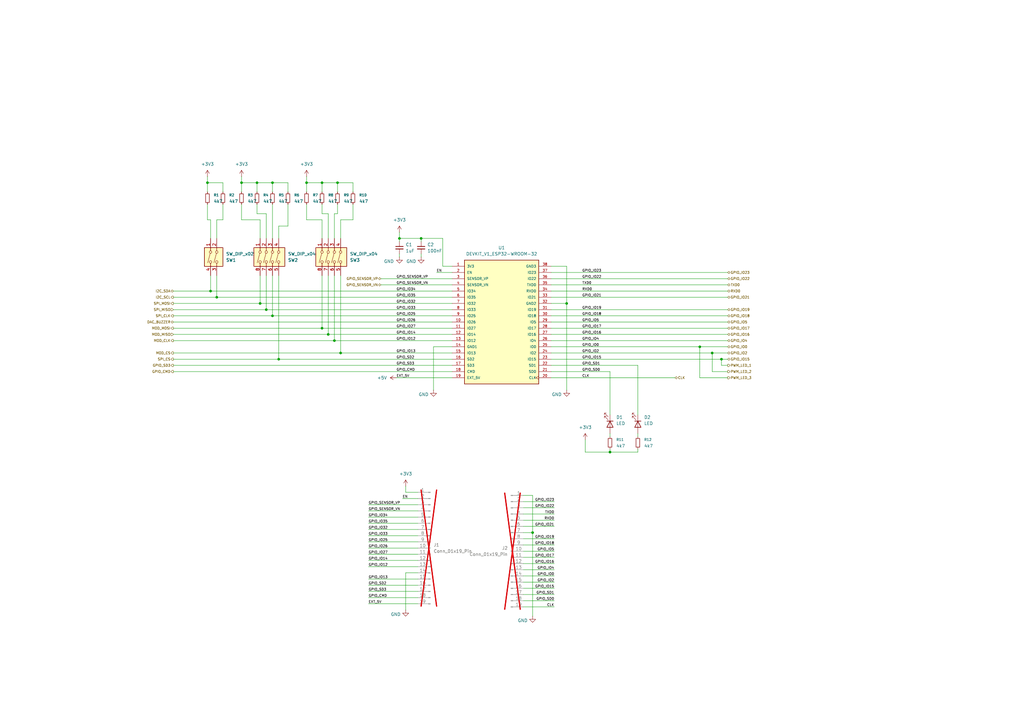
<source format=kicad_sch>
(kicad_sch
	(version 20250114)
	(generator "eeschema")
	(generator_version "9.0")
	(uuid "0e7b2e42-b579-4535-9ba9-28fbb1821f53")
	(paper "A3")
	(title_block
		(title "Festiwal Swiatla")
		(date "2025-08-04")
		(rev "V1.0")
		(comment 2 "**Author**")
	)
	(lib_symbols
		(symbol "Connector:Conn_01x19_Pin"
			(pin_names
				(offset 1.016)
				(hide yes)
			)
			(exclude_from_sim no)
			(in_bom yes)
			(on_board yes)
			(property "Reference" "J"
				(at 0 25.4 0)
				(effects
					(font
						(size 1.27 1.27)
					)
				)
			)
			(property "Value" "Conn_01x19_Pin"
				(at 0 -25.4 0)
				(effects
					(font
						(size 1.27 1.27)
					)
				)
			)
			(property "Footprint" ""
				(at 0 0 0)
				(effects
					(font
						(size 1.27 1.27)
					)
					(hide yes)
				)
			)
			(property "Datasheet" "~"
				(at 0 0 0)
				(effects
					(font
						(size 1.27 1.27)
					)
					(hide yes)
				)
			)
			(property "Description" "Generic connector, single row, 01x19, script generated"
				(at 0 0 0)
				(effects
					(font
						(size 1.27 1.27)
					)
					(hide yes)
				)
			)
			(property "ki_locked" ""
				(at 0 0 0)
				(effects
					(font
						(size 1.27 1.27)
					)
				)
			)
			(property "ki_keywords" "connector"
				(at 0 0 0)
				(effects
					(font
						(size 1.27 1.27)
					)
					(hide yes)
				)
			)
			(property "ki_fp_filters" "Connector*:*_1x??_*"
				(at 0 0 0)
				(effects
					(font
						(size 1.27 1.27)
					)
					(hide yes)
				)
			)
			(symbol "Conn_01x19_Pin_1_1"
				(rectangle
					(start 0.8636 22.987)
					(end 0 22.733)
					(stroke
						(width 0.1524)
						(type default)
					)
					(fill
						(type outline)
					)
				)
				(rectangle
					(start 0.8636 20.447)
					(end 0 20.193)
					(stroke
						(width 0.1524)
						(type default)
					)
					(fill
						(type outline)
					)
				)
				(rectangle
					(start 0.8636 17.907)
					(end 0 17.653)
					(stroke
						(width 0.1524)
						(type default)
					)
					(fill
						(type outline)
					)
				)
				(rectangle
					(start 0.8636 15.367)
					(end 0 15.113)
					(stroke
						(width 0.1524)
						(type default)
					)
					(fill
						(type outline)
					)
				)
				(rectangle
					(start 0.8636 12.827)
					(end 0 12.573)
					(stroke
						(width 0.1524)
						(type default)
					)
					(fill
						(type outline)
					)
				)
				(rectangle
					(start 0.8636 10.287)
					(end 0 10.033)
					(stroke
						(width 0.1524)
						(type default)
					)
					(fill
						(type outline)
					)
				)
				(rectangle
					(start 0.8636 7.747)
					(end 0 7.493)
					(stroke
						(width 0.1524)
						(type default)
					)
					(fill
						(type outline)
					)
				)
				(rectangle
					(start 0.8636 5.207)
					(end 0 4.953)
					(stroke
						(width 0.1524)
						(type default)
					)
					(fill
						(type outline)
					)
				)
				(rectangle
					(start 0.8636 2.667)
					(end 0 2.413)
					(stroke
						(width 0.1524)
						(type default)
					)
					(fill
						(type outline)
					)
				)
				(rectangle
					(start 0.8636 0.127)
					(end 0 -0.127)
					(stroke
						(width 0.1524)
						(type default)
					)
					(fill
						(type outline)
					)
				)
				(rectangle
					(start 0.8636 -2.413)
					(end 0 -2.667)
					(stroke
						(width 0.1524)
						(type default)
					)
					(fill
						(type outline)
					)
				)
				(rectangle
					(start 0.8636 -4.953)
					(end 0 -5.207)
					(stroke
						(width 0.1524)
						(type default)
					)
					(fill
						(type outline)
					)
				)
				(rectangle
					(start 0.8636 -7.493)
					(end 0 -7.747)
					(stroke
						(width 0.1524)
						(type default)
					)
					(fill
						(type outline)
					)
				)
				(rectangle
					(start 0.8636 -10.033)
					(end 0 -10.287)
					(stroke
						(width 0.1524)
						(type default)
					)
					(fill
						(type outline)
					)
				)
				(rectangle
					(start 0.8636 -12.573)
					(end 0 -12.827)
					(stroke
						(width 0.1524)
						(type default)
					)
					(fill
						(type outline)
					)
				)
				(rectangle
					(start 0.8636 -15.113)
					(end 0 -15.367)
					(stroke
						(width 0.1524)
						(type default)
					)
					(fill
						(type outline)
					)
				)
				(rectangle
					(start 0.8636 -17.653)
					(end 0 -17.907)
					(stroke
						(width 0.1524)
						(type default)
					)
					(fill
						(type outline)
					)
				)
				(rectangle
					(start 0.8636 -20.193)
					(end 0 -20.447)
					(stroke
						(width 0.1524)
						(type default)
					)
					(fill
						(type outline)
					)
				)
				(rectangle
					(start 0.8636 -22.733)
					(end 0 -22.987)
					(stroke
						(width 0.1524)
						(type default)
					)
					(fill
						(type outline)
					)
				)
				(polyline
					(pts
						(xy 1.27 22.86) (xy 0.8636 22.86)
					)
					(stroke
						(width 0.1524)
						(type default)
					)
					(fill
						(type none)
					)
				)
				(polyline
					(pts
						(xy 1.27 20.32) (xy 0.8636 20.32)
					)
					(stroke
						(width 0.1524)
						(type default)
					)
					(fill
						(type none)
					)
				)
				(polyline
					(pts
						(xy 1.27 17.78) (xy 0.8636 17.78)
					)
					(stroke
						(width 0.1524)
						(type default)
					)
					(fill
						(type none)
					)
				)
				(polyline
					(pts
						(xy 1.27 15.24) (xy 0.8636 15.24)
					)
					(stroke
						(width 0.1524)
						(type default)
					)
					(fill
						(type none)
					)
				)
				(polyline
					(pts
						(xy 1.27 12.7) (xy 0.8636 12.7)
					)
					(stroke
						(width 0.1524)
						(type default)
					)
					(fill
						(type none)
					)
				)
				(polyline
					(pts
						(xy 1.27 10.16) (xy 0.8636 10.16)
					)
					(stroke
						(width 0.1524)
						(type default)
					)
					(fill
						(type none)
					)
				)
				(polyline
					(pts
						(xy 1.27 7.62) (xy 0.8636 7.62)
					)
					(stroke
						(width 0.1524)
						(type default)
					)
					(fill
						(type none)
					)
				)
				(polyline
					(pts
						(xy 1.27 5.08) (xy 0.8636 5.08)
					)
					(stroke
						(width 0.1524)
						(type default)
					)
					(fill
						(type none)
					)
				)
				(polyline
					(pts
						(xy 1.27 2.54) (xy 0.8636 2.54)
					)
					(stroke
						(width 0.1524)
						(type default)
					)
					(fill
						(type none)
					)
				)
				(polyline
					(pts
						(xy 1.27 0) (xy 0.8636 0)
					)
					(stroke
						(width 0.1524)
						(type default)
					)
					(fill
						(type none)
					)
				)
				(polyline
					(pts
						(xy 1.27 -2.54) (xy 0.8636 -2.54)
					)
					(stroke
						(width 0.1524)
						(type default)
					)
					(fill
						(type none)
					)
				)
				(polyline
					(pts
						(xy 1.27 -5.08) (xy 0.8636 -5.08)
					)
					(stroke
						(width 0.1524)
						(type default)
					)
					(fill
						(type none)
					)
				)
				(polyline
					(pts
						(xy 1.27 -7.62) (xy 0.8636 -7.62)
					)
					(stroke
						(width 0.1524)
						(type default)
					)
					(fill
						(type none)
					)
				)
				(polyline
					(pts
						(xy 1.27 -10.16) (xy 0.8636 -10.16)
					)
					(stroke
						(width 0.1524)
						(type default)
					)
					(fill
						(type none)
					)
				)
				(polyline
					(pts
						(xy 1.27 -12.7) (xy 0.8636 -12.7)
					)
					(stroke
						(width 0.1524)
						(type default)
					)
					(fill
						(type none)
					)
				)
				(polyline
					(pts
						(xy 1.27 -15.24) (xy 0.8636 -15.24)
					)
					(stroke
						(width 0.1524)
						(type default)
					)
					(fill
						(type none)
					)
				)
				(polyline
					(pts
						(xy 1.27 -17.78) (xy 0.8636 -17.78)
					)
					(stroke
						(width 0.1524)
						(type default)
					)
					(fill
						(type none)
					)
				)
				(polyline
					(pts
						(xy 1.27 -20.32) (xy 0.8636 -20.32)
					)
					(stroke
						(width 0.1524)
						(type default)
					)
					(fill
						(type none)
					)
				)
				(polyline
					(pts
						(xy 1.27 -22.86) (xy 0.8636 -22.86)
					)
					(stroke
						(width 0.1524)
						(type default)
					)
					(fill
						(type none)
					)
				)
				(pin passive line
					(at 5.08 22.86 180)
					(length 3.81)
					(name "Pin_1"
						(effects
							(font
								(size 1.27 1.27)
							)
						)
					)
					(number "1"
						(effects
							(font
								(size 1.27 1.27)
							)
						)
					)
				)
				(pin passive line
					(at 5.08 20.32 180)
					(length 3.81)
					(name "Pin_2"
						(effects
							(font
								(size 1.27 1.27)
							)
						)
					)
					(number "2"
						(effects
							(font
								(size 1.27 1.27)
							)
						)
					)
				)
				(pin passive line
					(at 5.08 17.78 180)
					(length 3.81)
					(name "Pin_3"
						(effects
							(font
								(size 1.27 1.27)
							)
						)
					)
					(number "3"
						(effects
							(font
								(size 1.27 1.27)
							)
						)
					)
				)
				(pin passive line
					(at 5.08 15.24 180)
					(length 3.81)
					(name "Pin_4"
						(effects
							(font
								(size 1.27 1.27)
							)
						)
					)
					(number "4"
						(effects
							(font
								(size 1.27 1.27)
							)
						)
					)
				)
				(pin passive line
					(at 5.08 12.7 180)
					(length 3.81)
					(name "Pin_5"
						(effects
							(font
								(size 1.27 1.27)
							)
						)
					)
					(number "5"
						(effects
							(font
								(size 1.27 1.27)
							)
						)
					)
				)
				(pin passive line
					(at 5.08 10.16 180)
					(length 3.81)
					(name "Pin_6"
						(effects
							(font
								(size 1.27 1.27)
							)
						)
					)
					(number "6"
						(effects
							(font
								(size 1.27 1.27)
							)
						)
					)
				)
				(pin passive line
					(at 5.08 7.62 180)
					(length 3.81)
					(name "Pin_7"
						(effects
							(font
								(size 1.27 1.27)
							)
						)
					)
					(number "7"
						(effects
							(font
								(size 1.27 1.27)
							)
						)
					)
				)
				(pin passive line
					(at 5.08 5.08 180)
					(length 3.81)
					(name "Pin_8"
						(effects
							(font
								(size 1.27 1.27)
							)
						)
					)
					(number "8"
						(effects
							(font
								(size 1.27 1.27)
							)
						)
					)
				)
				(pin passive line
					(at 5.08 2.54 180)
					(length 3.81)
					(name "Pin_9"
						(effects
							(font
								(size 1.27 1.27)
							)
						)
					)
					(number "9"
						(effects
							(font
								(size 1.27 1.27)
							)
						)
					)
				)
				(pin passive line
					(at 5.08 0 180)
					(length 3.81)
					(name "Pin_10"
						(effects
							(font
								(size 1.27 1.27)
							)
						)
					)
					(number "10"
						(effects
							(font
								(size 1.27 1.27)
							)
						)
					)
				)
				(pin passive line
					(at 5.08 -2.54 180)
					(length 3.81)
					(name "Pin_11"
						(effects
							(font
								(size 1.27 1.27)
							)
						)
					)
					(number "11"
						(effects
							(font
								(size 1.27 1.27)
							)
						)
					)
				)
				(pin passive line
					(at 5.08 -5.08 180)
					(length 3.81)
					(name "Pin_12"
						(effects
							(font
								(size 1.27 1.27)
							)
						)
					)
					(number "12"
						(effects
							(font
								(size 1.27 1.27)
							)
						)
					)
				)
				(pin passive line
					(at 5.08 -7.62 180)
					(length 3.81)
					(name "Pin_13"
						(effects
							(font
								(size 1.27 1.27)
							)
						)
					)
					(number "13"
						(effects
							(font
								(size 1.27 1.27)
							)
						)
					)
				)
				(pin passive line
					(at 5.08 -10.16 180)
					(length 3.81)
					(name "Pin_14"
						(effects
							(font
								(size 1.27 1.27)
							)
						)
					)
					(number "14"
						(effects
							(font
								(size 1.27 1.27)
							)
						)
					)
				)
				(pin passive line
					(at 5.08 -12.7 180)
					(length 3.81)
					(name "Pin_15"
						(effects
							(font
								(size 1.27 1.27)
							)
						)
					)
					(number "15"
						(effects
							(font
								(size 1.27 1.27)
							)
						)
					)
				)
				(pin passive line
					(at 5.08 -15.24 180)
					(length 3.81)
					(name "Pin_16"
						(effects
							(font
								(size 1.27 1.27)
							)
						)
					)
					(number "16"
						(effects
							(font
								(size 1.27 1.27)
							)
						)
					)
				)
				(pin passive line
					(at 5.08 -17.78 180)
					(length 3.81)
					(name "Pin_17"
						(effects
							(font
								(size 1.27 1.27)
							)
						)
					)
					(number "17"
						(effects
							(font
								(size 1.27 1.27)
							)
						)
					)
				)
				(pin passive line
					(at 5.08 -20.32 180)
					(length 3.81)
					(name "Pin_18"
						(effects
							(font
								(size 1.27 1.27)
							)
						)
					)
					(number "18"
						(effects
							(font
								(size 1.27 1.27)
							)
						)
					)
				)
				(pin passive line
					(at 5.08 -22.86 180)
					(length 3.81)
					(name "Pin_19"
						(effects
							(font
								(size 1.27 1.27)
							)
						)
					)
					(number "19"
						(effects
							(font
								(size 1.27 1.27)
							)
						)
					)
				)
			)
			(embedded_fonts no)
		)
		(symbol "DEVKIT_V1_ESP32-WROOM-32:DEVKIT_V1_ESP32-WROOM-32"
			(pin_names
				(offset 1.016)
			)
			(exclude_from_sim no)
			(in_bom yes)
			(on_board yes)
			(property "Reference" "U"
				(at -15.2572 26.0643 0)
				(effects
					(font
						(size 1.27 1.27)
					)
					(justify left bottom)
				)
			)
			(property "Value" "DEVKIT_V1_ESP32-WROOM-32"
				(at -15.2563 -27.9698 0)
				(effects
					(font
						(size 1.27 1.27)
					)
					(justify left bottom)
				)
			)
			(property "Footprint" "DEVKIT_V1_ESP32-WROOM-32:MODULE_DEVKIT_V1_ESP32-WROOM-32"
				(at 0 0 0)
				(effects
					(font
						(size 1.27 1.27)
					)
					(justify bottom)
					(hide yes)
				)
			)
			(property "Datasheet" ""
				(at 0 0 0)
				(effects
					(font
						(size 1.27 1.27)
					)
					(hide yes)
				)
			)
			(property "Description" ""
				(at 0 0 0)
				(effects
					(font
						(size 1.27 1.27)
					)
					(hide yes)
				)
			)
			(property "MF" "Espressif Systems"
				(at 0 0 0)
				(effects
					(font
						(size 1.27 1.27)
					)
					(justify bottom)
					(hide yes)
				)
			)
			(property "Description_1" "WROOM-32 Development Board ESP32 ESP-32S WiFi Bluetooth Dev Module"
				(at 0 0 0)
				(effects
					(font
						(size 1.27 1.27)
					)
					(justify bottom)
					(hide yes)
				)
			)
			(property "Package" "Package"
				(at 0 0 0)
				(effects
					(font
						(size 1.27 1.27)
					)
					(justify bottom)
					(hide yes)
				)
			)
			(property "Price" "None"
				(at 0 0 0)
				(effects
					(font
						(size 1.27 1.27)
					)
					(justify bottom)
					(hide yes)
				)
			)
			(property "Check_prices" "https://www.snapeda.com/parts/DEVKIT%20V1%20ESP32-WROOM-32/Espressif+Systems/view-part/?ref=eda"
				(at 0 0 0)
				(effects
					(font
						(size 1.27 1.27)
					)
					(justify bottom)
					(hide yes)
				)
			)
			(property "STANDARD" "Manufacturer Recommendations"
				(at 0 0 0)
				(effects
					(font
						(size 1.27 1.27)
					)
					(justify bottom)
					(hide yes)
				)
			)
			(property "PARTREV" "N/A"
				(at 0 0 0)
				(effects
					(font
						(size 1.27 1.27)
					)
					(justify bottom)
					(hide yes)
				)
			)
			(property "SnapEDA_Link" "https://www.snapeda.com/parts/DEVKIT%20V1%20ESP32-WROOM-32/Espressif+Systems/view-part/?ref=snap"
				(at 0 0 0)
				(effects
					(font
						(size 1.27 1.27)
					)
					(justify bottom)
					(hide yes)
				)
			)
			(property "MP" "DEVKIT V1 ESP32-WROOM-32"
				(at 0 0 0)
				(effects
					(font
						(size 1.27 1.27)
					)
					(justify bottom)
					(hide yes)
				)
			)
			(property "Availability" "Not in stock"
				(at 0 0 0)
				(effects
					(font
						(size 1.27 1.27)
					)
					(justify bottom)
					(hide yes)
				)
			)
			(property "MANUFACTURER" "Espressif Systems"
				(at 0 0 0)
				(effects
					(font
						(size 1.27 1.27)
					)
					(justify bottom)
					(hide yes)
				)
			)
			(symbol "DEVKIT_V1_ESP32-WROOM-32_0_0"
				(rectangle
					(start -15.24 -25.4)
					(end 15.24 25.4)
					(stroke
						(width 0.254)
						(type default)
					)
					(fill
						(type background)
					)
				)
				(pin power_in line
					(at -20.32 22.86 0)
					(length 5.08)
					(name "3V3"
						(effects
							(font
								(size 1.016 1.016)
							)
						)
					)
					(number "1"
						(effects
							(font
								(size 1.016 1.016)
							)
						)
					)
				)
				(pin input line
					(at -20.32 20.32 0)
					(length 5.08)
					(name "EN"
						(effects
							(font
								(size 1.016 1.016)
							)
						)
					)
					(number "2"
						(effects
							(font
								(size 1.016 1.016)
							)
						)
					)
				)
				(pin input line
					(at -20.32 17.78 0)
					(length 5.08)
					(name "SENSOR_VP"
						(effects
							(font
								(size 1.016 1.016)
							)
						)
					)
					(number "3"
						(effects
							(font
								(size 1.016 1.016)
							)
						)
					)
				)
				(pin input line
					(at -20.32 15.24 0)
					(length 5.08)
					(name "SENSOR_VN"
						(effects
							(font
								(size 1.016 1.016)
							)
						)
					)
					(number "4"
						(effects
							(font
								(size 1.016 1.016)
							)
						)
					)
				)
				(pin bidirectional line
					(at -20.32 12.7 0)
					(length 5.08)
					(name "IO34"
						(effects
							(font
								(size 1.016 1.016)
							)
						)
					)
					(number "5"
						(effects
							(font
								(size 1.016 1.016)
							)
						)
					)
				)
				(pin bidirectional line
					(at -20.32 10.16 0)
					(length 5.08)
					(name "IO35"
						(effects
							(font
								(size 1.016 1.016)
							)
						)
					)
					(number "6"
						(effects
							(font
								(size 1.016 1.016)
							)
						)
					)
				)
				(pin bidirectional line
					(at -20.32 7.62 0)
					(length 5.08)
					(name "IO32"
						(effects
							(font
								(size 1.016 1.016)
							)
						)
					)
					(number "7"
						(effects
							(font
								(size 1.016 1.016)
							)
						)
					)
				)
				(pin bidirectional line
					(at -20.32 5.08 0)
					(length 5.08)
					(name "IO33"
						(effects
							(font
								(size 1.016 1.016)
							)
						)
					)
					(number "8"
						(effects
							(font
								(size 1.016 1.016)
							)
						)
					)
				)
				(pin bidirectional line
					(at -20.32 2.54 0)
					(length 5.08)
					(name "IO25"
						(effects
							(font
								(size 1.016 1.016)
							)
						)
					)
					(number "9"
						(effects
							(font
								(size 1.016 1.016)
							)
						)
					)
				)
				(pin bidirectional line
					(at -20.32 0 0)
					(length 5.08)
					(name "IO26"
						(effects
							(font
								(size 1.016 1.016)
							)
						)
					)
					(number "10"
						(effects
							(font
								(size 1.016 1.016)
							)
						)
					)
				)
				(pin bidirectional line
					(at -20.32 -2.54 0)
					(length 5.08)
					(name "IO27"
						(effects
							(font
								(size 1.016 1.016)
							)
						)
					)
					(number "11"
						(effects
							(font
								(size 1.016 1.016)
							)
						)
					)
				)
				(pin bidirectional line
					(at -20.32 -5.08 0)
					(length 5.08)
					(name "IO14"
						(effects
							(font
								(size 1.016 1.016)
							)
						)
					)
					(number "12"
						(effects
							(font
								(size 1.016 1.016)
							)
						)
					)
				)
				(pin bidirectional line
					(at -20.32 -7.62 0)
					(length 5.08)
					(name "IO12"
						(effects
							(font
								(size 1.016 1.016)
							)
						)
					)
					(number "13"
						(effects
							(font
								(size 1.016 1.016)
							)
						)
					)
				)
				(pin power_in line
					(at -20.32 -10.16 0)
					(length 5.08)
					(name "GND1"
						(effects
							(font
								(size 1.016 1.016)
							)
						)
					)
					(number "14"
						(effects
							(font
								(size 1.016 1.016)
							)
						)
					)
				)
				(pin bidirectional line
					(at -20.32 -12.7 0)
					(length 5.08)
					(name "IO13"
						(effects
							(font
								(size 1.016 1.016)
							)
						)
					)
					(number "15"
						(effects
							(font
								(size 1.016 1.016)
							)
						)
					)
				)
				(pin bidirectional line
					(at -20.32 -15.24 0)
					(length 5.08)
					(name "SD2"
						(effects
							(font
								(size 1.016 1.016)
							)
						)
					)
					(number "16"
						(effects
							(font
								(size 1.016 1.016)
							)
						)
					)
				)
				(pin bidirectional line
					(at -20.32 -17.78 0)
					(length 5.08)
					(name "SD3"
						(effects
							(font
								(size 1.016 1.016)
							)
						)
					)
					(number "17"
						(effects
							(font
								(size 1.016 1.016)
							)
						)
					)
				)
				(pin bidirectional line
					(at -20.32 -20.32 0)
					(length 5.08)
					(name "CMD"
						(effects
							(font
								(size 1.016 1.016)
							)
						)
					)
					(number "18"
						(effects
							(font
								(size 1.016 1.016)
							)
						)
					)
				)
				(pin power_in line
					(at -20.32 -22.86 0)
					(length 5.08)
					(name "EXT_5V"
						(effects
							(font
								(size 1.016 1.016)
							)
						)
					)
					(number "19"
						(effects
							(font
								(size 1.016 1.016)
							)
						)
					)
				)
				(pin power_in line
					(at 20.32 22.86 180)
					(length 5.08)
					(name "GND3"
						(effects
							(font
								(size 1.016 1.016)
							)
						)
					)
					(number "38"
						(effects
							(font
								(size 1.016 1.016)
							)
						)
					)
				)
				(pin bidirectional line
					(at 20.32 20.32 180)
					(length 5.08)
					(name "IO23"
						(effects
							(font
								(size 1.016 1.016)
							)
						)
					)
					(number "37"
						(effects
							(font
								(size 1.016 1.016)
							)
						)
					)
				)
				(pin bidirectional line
					(at 20.32 17.78 180)
					(length 5.08)
					(name "IO22"
						(effects
							(font
								(size 1.016 1.016)
							)
						)
					)
					(number "36"
						(effects
							(font
								(size 1.016 1.016)
							)
						)
					)
				)
				(pin output line
					(at 20.32 15.24 180)
					(length 5.08)
					(name "TXD0"
						(effects
							(font
								(size 1.016 1.016)
							)
						)
					)
					(number "35"
						(effects
							(font
								(size 1.016 1.016)
							)
						)
					)
				)
				(pin input line
					(at 20.32 12.7 180)
					(length 5.08)
					(name "RXD0"
						(effects
							(font
								(size 1.016 1.016)
							)
						)
					)
					(number "34"
						(effects
							(font
								(size 1.016 1.016)
							)
						)
					)
				)
				(pin bidirectional line
					(at 20.32 10.16 180)
					(length 5.08)
					(name "IO21"
						(effects
							(font
								(size 1.016 1.016)
							)
						)
					)
					(number "33"
						(effects
							(font
								(size 1.016 1.016)
							)
						)
					)
				)
				(pin power_in line
					(at 20.32 7.62 180)
					(length 5.08)
					(name "GND2"
						(effects
							(font
								(size 1.016 1.016)
							)
						)
					)
					(number "32"
						(effects
							(font
								(size 1.016 1.016)
							)
						)
					)
				)
				(pin bidirectional line
					(at 20.32 5.08 180)
					(length 5.08)
					(name "IO19"
						(effects
							(font
								(size 1.016 1.016)
							)
						)
					)
					(number "31"
						(effects
							(font
								(size 1.016 1.016)
							)
						)
					)
				)
				(pin bidirectional line
					(at 20.32 2.54 180)
					(length 5.08)
					(name "IO18"
						(effects
							(font
								(size 1.016 1.016)
							)
						)
					)
					(number "30"
						(effects
							(font
								(size 1.016 1.016)
							)
						)
					)
				)
				(pin bidirectional line
					(at 20.32 0 180)
					(length 5.08)
					(name "IO5"
						(effects
							(font
								(size 1.016 1.016)
							)
						)
					)
					(number "29"
						(effects
							(font
								(size 1.016 1.016)
							)
						)
					)
				)
				(pin bidirectional line
					(at 20.32 -2.54 180)
					(length 5.08)
					(name "IO17"
						(effects
							(font
								(size 1.016 1.016)
							)
						)
					)
					(number "28"
						(effects
							(font
								(size 1.016 1.016)
							)
						)
					)
				)
				(pin bidirectional line
					(at 20.32 -5.08 180)
					(length 5.08)
					(name "IO16"
						(effects
							(font
								(size 1.016 1.016)
							)
						)
					)
					(number "27"
						(effects
							(font
								(size 1.016 1.016)
							)
						)
					)
				)
				(pin bidirectional line
					(at 20.32 -7.62 180)
					(length 5.08)
					(name "IO4"
						(effects
							(font
								(size 1.016 1.016)
							)
						)
					)
					(number "26"
						(effects
							(font
								(size 1.016 1.016)
							)
						)
					)
				)
				(pin bidirectional line
					(at 20.32 -10.16 180)
					(length 5.08)
					(name "IO0"
						(effects
							(font
								(size 1.016 1.016)
							)
						)
					)
					(number "25"
						(effects
							(font
								(size 1.016 1.016)
							)
						)
					)
				)
				(pin bidirectional line
					(at 20.32 -12.7 180)
					(length 5.08)
					(name "IO2"
						(effects
							(font
								(size 1.016 1.016)
							)
						)
					)
					(number "24"
						(effects
							(font
								(size 1.016 1.016)
							)
						)
					)
				)
				(pin bidirectional line
					(at 20.32 -15.24 180)
					(length 5.08)
					(name "IO15"
						(effects
							(font
								(size 1.016 1.016)
							)
						)
					)
					(number "23"
						(effects
							(font
								(size 1.016 1.016)
							)
						)
					)
				)
				(pin bidirectional line
					(at 20.32 -17.78 180)
					(length 5.08)
					(name "SD1"
						(effects
							(font
								(size 1.016 1.016)
							)
						)
					)
					(number "22"
						(effects
							(font
								(size 1.016 1.016)
							)
						)
					)
				)
				(pin bidirectional line
					(at 20.32 -20.32 180)
					(length 5.08)
					(name "SD0"
						(effects
							(font
								(size 1.016 1.016)
							)
						)
					)
					(number "21"
						(effects
							(font
								(size 1.016 1.016)
							)
						)
					)
				)
				(pin input clock
					(at 20.32 -22.86 180)
					(length 5.08)
					(name "CLK"
						(effects
							(font
								(size 1.016 1.016)
							)
						)
					)
					(number "20"
						(effects
							(font
								(size 1.016 1.016)
							)
						)
					)
				)
			)
			(embedded_fonts no)
		)
		(symbol "Device:C_Small"
			(pin_numbers
				(hide yes)
			)
			(pin_names
				(offset 0.254)
				(hide yes)
			)
			(exclude_from_sim no)
			(in_bom yes)
			(on_board yes)
			(property "Reference" "C"
				(at 0.254 1.778 0)
				(effects
					(font
						(size 1.27 1.27)
					)
					(justify left)
				)
			)
			(property "Value" "C_Small"
				(at 0.254 -2.032 0)
				(effects
					(font
						(size 1.27 1.27)
					)
					(justify left)
				)
			)
			(property "Footprint" ""
				(at 0 0 0)
				(effects
					(font
						(size 1.27 1.27)
					)
					(hide yes)
				)
			)
			(property "Datasheet" "~"
				(at 0 0 0)
				(effects
					(font
						(size 1.27 1.27)
					)
					(hide yes)
				)
			)
			(property "Description" "Unpolarized capacitor, small symbol"
				(at 0 0 0)
				(effects
					(font
						(size 1.27 1.27)
					)
					(hide yes)
				)
			)
			(property "ki_keywords" "capacitor cap"
				(at 0 0 0)
				(effects
					(font
						(size 1.27 1.27)
					)
					(hide yes)
				)
			)
			(property "ki_fp_filters" "C_*"
				(at 0 0 0)
				(effects
					(font
						(size 1.27 1.27)
					)
					(hide yes)
				)
			)
			(symbol "C_Small_0_1"
				(polyline
					(pts
						(xy -1.524 0.508) (xy 1.524 0.508)
					)
					(stroke
						(width 0.3048)
						(type default)
					)
					(fill
						(type none)
					)
				)
				(polyline
					(pts
						(xy -1.524 -0.508) (xy 1.524 -0.508)
					)
					(stroke
						(width 0.3302)
						(type default)
					)
					(fill
						(type none)
					)
				)
			)
			(symbol "C_Small_1_1"
				(pin passive line
					(at 0 2.54 270)
					(length 2.032)
					(name "~"
						(effects
							(font
								(size 1.27 1.27)
							)
						)
					)
					(number "1"
						(effects
							(font
								(size 1.27 1.27)
							)
						)
					)
				)
				(pin passive line
					(at 0 -2.54 90)
					(length 2.032)
					(name "~"
						(effects
							(font
								(size 1.27 1.27)
							)
						)
					)
					(number "2"
						(effects
							(font
								(size 1.27 1.27)
							)
						)
					)
				)
			)
			(embedded_fonts no)
		)
		(symbol "Device:LED"
			(pin_numbers
				(hide yes)
			)
			(pin_names
				(offset 1.016)
				(hide yes)
			)
			(exclude_from_sim no)
			(in_bom yes)
			(on_board yes)
			(property "Reference" "D"
				(at 0 2.54 0)
				(effects
					(font
						(size 1.27 1.27)
					)
				)
			)
			(property "Value" "LED"
				(at 0 -2.54 0)
				(effects
					(font
						(size 1.27 1.27)
					)
				)
			)
			(property "Footprint" ""
				(at 0 0 0)
				(effects
					(font
						(size 1.27 1.27)
					)
					(hide yes)
				)
			)
			(property "Datasheet" "~"
				(at 0 0 0)
				(effects
					(font
						(size 1.27 1.27)
					)
					(hide yes)
				)
			)
			(property "Description" "Light emitting diode"
				(at 0 0 0)
				(effects
					(font
						(size 1.27 1.27)
					)
					(hide yes)
				)
			)
			(property "Sim.Pins" "1=K 2=A"
				(at 0 0 0)
				(effects
					(font
						(size 1.27 1.27)
					)
					(hide yes)
				)
			)
			(property "ki_keywords" "LED diode"
				(at 0 0 0)
				(effects
					(font
						(size 1.27 1.27)
					)
					(hide yes)
				)
			)
			(property "ki_fp_filters" "LED* LED_SMD:* LED_THT:*"
				(at 0 0 0)
				(effects
					(font
						(size 1.27 1.27)
					)
					(hide yes)
				)
			)
			(symbol "LED_0_1"
				(polyline
					(pts
						(xy -3.048 -0.762) (xy -4.572 -2.286) (xy -3.81 -2.286) (xy -4.572 -2.286) (xy -4.572 -1.524)
					)
					(stroke
						(width 0)
						(type default)
					)
					(fill
						(type none)
					)
				)
				(polyline
					(pts
						(xy -1.778 -0.762) (xy -3.302 -2.286) (xy -2.54 -2.286) (xy -3.302 -2.286) (xy -3.302 -1.524)
					)
					(stroke
						(width 0)
						(type default)
					)
					(fill
						(type none)
					)
				)
				(polyline
					(pts
						(xy -1.27 0) (xy 1.27 0)
					)
					(stroke
						(width 0)
						(type default)
					)
					(fill
						(type none)
					)
				)
				(polyline
					(pts
						(xy -1.27 -1.27) (xy -1.27 1.27)
					)
					(stroke
						(width 0.254)
						(type default)
					)
					(fill
						(type none)
					)
				)
				(polyline
					(pts
						(xy 1.27 -1.27) (xy 1.27 1.27) (xy -1.27 0) (xy 1.27 -1.27)
					)
					(stroke
						(width 0.254)
						(type default)
					)
					(fill
						(type none)
					)
				)
			)
			(symbol "LED_1_1"
				(pin passive line
					(at -3.81 0 0)
					(length 2.54)
					(name "K"
						(effects
							(font
								(size 1.27 1.27)
							)
						)
					)
					(number "1"
						(effects
							(font
								(size 1.27 1.27)
							)
						)
					)
				)
				(pin passive line
					(at 3.81 0 180)
					(length 2.54)
					(name "A"
						(effects
							(font
								(size 1.27 1.27)
							)
						)
					)
					(number "2"
						(effects
							(font
								(size 1.27 1.27)
							)
						)
					)
				)
			)
			(embedded_fonts no)
		)
		(symbol "Device:R_Small"
			(pin_numbers
				(hide yes)
			)
			(pin_names
				(offset 0.254)
				(hide yes)
			)
			(exclude_from_sim no)
			(in_bom yes)
			(on_board yes)
			(property "Reference" "R"
				(at 0 0 90)
				(effects
					(font
						(size 1.016 1.016)
					)
				)
			)
			(property "Value" "R_Small"
				(at 1.778 0 90)
				(effects
					(font
						(size 1.27 1.27)
					)
				)
			)
			(property "Footprint" ""
				(at 0 0 0)
				(effects
					(font
						(size 1.27 1.27)
					)
					(hide yes)
				)
			)
			(property "Datasheet" "~"
				(at 0 0 0)
				(effects
					(font
						(size 1.27 1.27)
					)
					(hide yes)
				)
			)
			(property "Description" "Resistor, small symbol"
				(at 0 0 0)
				(effects
					(font
						(size 1.27 1.27)
					)
					(hide yes)
				)
			)
			(property "ki_keywords" "R resistor"
				(at 0 0 0)
				(effects
					(font
						(size 1.27 1.27)
					)
					(hide yes)
				)
			)
			(property "ki_fp_filters" "R_*"
				(at 0 0 0)
				(effects
					(font
						(size 1.27 1.27)
					)
					(hide yes)
				)
			)
			(symbol "R_Small_0_1"
				(rectangle
					(start -0.762 1.778)
					(end 0.762 -1.778)
					(stroke
						(width 0.2032)
						(type default)
					)
					(fill
						(type none)
					)
				)
			)
			(symbol "R_Small_1_1"
				(pin passive line
					(at 0 2.54 270)
					(length 0.762)
					(name "~"
						(effects
							(font
								(size 1.27 1.27)
							)
						)
					)
					(number "1"
						(effects
							(font
								(size 1.27 1.27)
							)
						)
					)
				)
				(pin passive line
					(at 0 -2.54 90)
					(length 0.762)
					(name "~"
						(effects
							(font
								(size 1.27 1.27)
							)
						)
					)
					(number "2"
						(effects
							(font
								(size 1.27 1.27)
							)
						)
					)
				)
			)
			(embedded_fonts no)
		)
		(symbol "Switch:SW_DIP_x02"
			(pin_names
				(offset 0)
				(hide yes)
			)
			(exclude_from_sim no)
			(in_bom yes)
			(on_board yes)
			(property "Reference" "SW"
				(at 0 6.35 0)
				(effects
					(font
						(size 1.27 1.27)
					)
				)
			)
			(property "Value" "SW_DIP_x02"
				(at 0 -3.81 0)
				(effects
					(font
						(size 1.27 1.27)
					)
				)
			)
			(property "Footprint" ""
				(at 0 0 0)
				(effects
					(font
						(size 1.27 1.27)
					)
					(hide yes)
				)
			)
			(property "Datasheet" "~"
				(at 0 0 0)
				(effects
					(font
						(size 1.27 1.27)
					)
					(hide yes)
				)
			)
			(property "Description" "2x DIP Switch, Single Pole Single Throw (SPST) switch, small symbol"
				(at 0 0 0)
				(effects
					(font
						(size 1.27 1.27)
					)
					(hide yes)
				)
			)
			(property "ki_keywords" "dip switch"
				(at 0 0 0)
				(effects
					(font
						(size 1.27 1.27)
					)
					(hide yes)
				)
			)
			(property "ki_fp_filters" "SW?DIP?x2*"
				(at 0 0 0)
				(effects
					(font
						(size 1.27 1.27)
					)
					(hide yes)
				)
			)
			(symbol "SW_DIP_x02_0_0"
				(circle
					(center -2.032 2.54)
					(radius 0.508)
					(stroke
						(width 0)
						(type default)
					)
					(fill
						(type none)
					)
				)
				(circle
					(center -2.032 0)
					(radius 0.508)
					(stroke
						(width 0)
						(type default)
					)
					(fill
						(type none)
					)
				)
				(polyline
					(pts
						(xy -1.524 2.667) (xy 2.3622 3.7084)
					)
					(stroke
						(width 0)
						(type default)
					)
					(fill
						(type none)
					)
				)
				(polyline
					(pts
						(xy -1.524 0.127) (xy 2.3622 1.1684)
					)
					(stroke
						(width 0)
						(type default)
					)
					(fill
						(type none)
					)
				)
				(circle
					(center 2.032 2.54)
					(radius 0.508)
					(stroke
						(width 0)
						(type default)
					)
					(fill
						(type none)
					)
				)
				(circle
					(center 2.032 0)
					(radius 0.508)
					(stroke
						(width 0)
						(type default)
					)
					(fill
						(type none)
					)
				)
			)
			(symbol "SW_DIP_x02_0_1"
				(rectangle
					(start -3.81 5.08)
					(end 3.81 -2.54)
					(stroke
						(width 0.254)
						(type default)
					)
					(fill
						(type background)
					)
				)
			)
			(symbol "SW_DIP_x02_1_1"
				(pin passive line
					(at -7.62 2.54 0)
					(length 5.08)
					(name "~"
						(effects
							(font
								(size 1.27 1.27)
							)
						)
					)
					(number "1"
						(effects
							(font
								(size 1.27 1.27)
							)
						)
					)
				)
				(pin passive line
					(at -7.62 0 0)
					(length 5.08)
					(name "~"
						(effects
							(font
								(size 1.27 1.27)
							)
						)
					)
					(number "2"
						(effects
							(font
								(size 1.27 1.27)
							)
						)
					)
				)
				(pin passive line
					(at 7.62 2.54 180)
					(length 5.08)
					(name "~"
						(effects
							(font
								(size 1.27 1.27)
							)
						)
					)
					(number "4"
						(effects
							(font
								(size 1.27 1.27)
							)
						)
					)
				)
				(pin passive line
					(at 7.62 0 180)
					(length 5.08)
					(name "~"
						(effects
							(font
								(size 1.27 1.27)
							)
						)
					)
					(number "3"
						(effects
							(font
								(size 1.27 1.27)
							)
						)
					)
				)
			)
			(embedded_fonts no)
		)
		(symbol "Switch:SW_DIP_x04"
			(pin_names
				(offset 0)
				(hide yes)
			)
			(exclude_from_sim no)
			(in_bom yes)
			(on_board yes)
			(property "Reference" "SW"
				(at 0 8.89 0)
				(effects
					(font
						(size 1.27 1.27)
					)
				)
			)
			(property "Value" "SW_DIP_x04"
				(at 0 -6.35 0)
				(effects
					(font
						(size 1.27 1.27)
					)
				)
			)
			(property "Footprint" ""
				(at 0 0 0)
				(effects
					(font
						(size 1.27 1.27)
					)
					(hide yes)
				)
			)
			(property "Datasheet" "~"
				(at 0 0 0)
				(effects
					(font
						(size 1.27 1.27)
					)
					(hide yes)
				)
			)
			(property "Description" "4x DIP Switch, Single Pole Single Throw (SPST) switch, small symbol"
				(at 0 0 0)
				(effects
					(font
						(size 1.27 1.27)
					)
					(hide yes)
				)
			)
			(property "ki_keywords" "dip switch"
				(at 0 0 0)
				(effects
					(font
						(size 1.27 1.27)
					)
					(hide yes)
				)
			)
			(property "ki_fp_filters" "SW?DIP?x4*"
				(at 0 0 0)
				(effects
					(font
						(size 1.27 1.27)
					)
					(hide yes)
				)
			)
			(symbol "SW_DIP_x04_0_0"
				(circle
					(center -2.032 5.08)
					(radius 0.508)
					(stroke
						(width 0)
						(type default)
					)
					(fill
						(type none)
					)
				)
				(circle
					(center -2.032 2.54)
					(radius 0.508)
					(stroke
						(width 0)
						(type default)
					)
					(fill
						(type none)
					)
				)
				(circle
					(center -2.032 0)
					(radius 0.508)
					(stroke
						(width 0)
						(type default)
					)
					(fill
						(type none)
					)
				)
				(circle
					(center -2.032 -2.54)
					(radius 0.508)
					(stroke
						(width 0)
						(type default)
					)
					(fill
						(type none)
					)
				)
				(polyline
					(pts
						(xy -1.524 5.207) (xy 2.3622 6.2484)
					)
					(stroke
						(width 0)
						(type default)
					)
					(fill
						(type none)
					)
				)
				(polyline
					(pts
						(xy -1.524 2.667) (xy 2.3622 3.7084)
					)
					(stroke
						(width 0)
						(type default)
					)
					(fill
						(type none)
					)
				)
				(polyline
					(pts
						(xy -1.524 0.127) (xy 2.3622 1.1684)
					)
					(stroke
						(width 0)
						(type default)
					)
					(fill
						(type none)
					)
				)
				(polyline
					(pts
						(xy -1.524 -2.3876) (xy 2.3622 -1.3462)
					)
					(stroke
						(width 0)
						(type default)
					)
					(fill
						(type none)
					)
				)
				(circle
					(center 2.032 5.08)
					(radius 0.508)
					(stroke
						(width 0)
						(type default)
					)
					(fill
						(type none)
					)
				)
				(circle
					(center 2.032 2.54)
					(radius 0.508)
					(stroke
						(width 0)
						(type default)
					)
					(fill
						(type none)
					)
				)
				(circle
					(center 2.032 0)
					(radius 0.508)
					(stroke
						(width 0)
						(type default)
					)
					(fill
						(type none)
					)
				)
				(circle
					(center 2.032 -2.54)
					(radius 0.508)
					(stroke
						(width 0)
						(type default)
					)
					(fill
						(type none)
					)
				)
			)
			(symbol "SW_DIP_x04_0_1"
				(rectangle
					(start -3.81 7.62)
					(end 3.81 -5.08)
					(stroke
						(width 0.254)
						(type default)
					)
					(fill
						(type background)
					)
				)
			)
			(symbol "SW_DIP_x04_1_1"
				(pin passive line
					(at -7.62 5.08 0)
					(length 5.08)
					(name "~"
						(effects
							(font
								(size 1.27 1.27)
							)
						)
					)
					(number "1"
						(effects
							(font
								(size 1.27 1.27)
							)
						)
					)
				)
				(pin passive line
					(at -7.62 2.54 0)
					(length 5.08)
					(name "~"
						(effects
							(font
								(size 1.27 1.27)
							)
						)
					)
					(number "2"
						(effects
							(font
								(size 1.27 1.27)
							)
						)
					)
				)
				(pin passive line
					(at -7.62 0 0)
					(length 5.08)
					(name "~"
						(effects
							(font
								(size 1.27 1.27)
							)
						)
					)
					(number "3"
						(effects
							(font
								(size 1.27 1.27)
							)
						)
					)
				)
				(pin passive line
					(at -7.62 -2.54 0)
					(length 5.08)
					(name "~"
						(effects
							(font
								(size 1.27 1.27)
							)
						)
					)
					(number "4"
						(effects
							(font
								(size 1.27 1.27)
							)
						)
					)
				)
				(pin passive line
					(at 7.62 5.08 180)
					(length 5.08)
					(name "~"
						(effects
							(font
								(size 1.27 1.27)
							)
						)
					)
					(number "8"
						(effects
							(font
								(size 1.27 1.27)
							)
						)
					)
				)
				(pin passive line
					(at 7.62 2.54 180)
					(length 5.08)
					(name "~"
						(effects
							(font
								(size 1.27 1.27)
							)
						)
					)
					(number "7"
						(effects
							(font
								(size 1.27 1.27)
							)
						)
					)
				)
				(pin passive line
					(at 7.62 0 180)
					(length 5.08)
					(name "~"
						(effects
							(font
								(size 1.27 1.27)
							)
						)
					)
					(number "6"
						(effects
							(font
								(size 1.27 1.27)
							)
						)
					)
				)
				(pin passive line
					(at 7.62 -2.54 180)
					(length 5.08)
					(name "~"
						(effects
							(font
								(size 1.27 1.27)
							)
						)
					)
					(number "5"
						(effects
							(font
								(size 1.27 1.27)
							)
						)
					)
				)
			)
			(embedded_fonts no)
		)
		(symbol "power:+3V3"
			(power)
			(pin_numbers
				(hide yes)
			)
			(pin_names
				(offset 0)
				(hide yes)
			)
			(exclude_from_sim no)
			(in_bom yes)
			(on_board yes)
			(property "Reference" "#PWR"
				(at 0 -3.81 0)
				(effects
					(font
						(size 1.27 1.27)
					)
					(hide yes)
				)
			)
			(property "Value" "+3V3"
				(at 0 3.556 0)
				(effects
					(font
						(size 1.27 1.27)
					)
				)
			)
			(property "Footprint" ""
				(at 0 0 0)
				(effects
					(font
						(size 1.27 1.27)
					)
					(hide yes)
				)
			)
			(property "Datasheet" ""
				(at 0 0 0)
				(effects
					(font
						(size 1.27 1.27)
					)
					(hide yes)
				)
			)
			(property "Description" "Power symbol creates a global label with name \"+3V3\""
				(at 0 0 0)
				(effects
					(font
						(size 1.27 1.27)
					)
					(hide yes)
				)
			)
			(property "ki_keywords" "global power"
				(at 0 0 0)
				(effects
					(font
						(size 1.27 1.27)
					)
					(hide yes)
				)
			)
			(symbol "+3V3_0_1"
				(polyline
					(pts
						(xy -0.762 1.27) (xy 0 2.54)
					)
					(stroke
						(width 0)
						(type default)
					)
					(fill
						(type none)
					)
				)
				(polyline
					(pts
						(xy 0 2.54) (xy 0.762 1.27)
					)
					(stroke
						(width 0)
						(type default)
					)
					(fill
						(type none)
					)
				)
				(polyline
					(pts
						(xy 0 0) (xy 0 2.54)
					)
					(stroke
						(width 0)
						(type default)
					)
					(fill
						(type none)
					)
				)
			)
			(symbol "+3V3_1_1"
				(pin power_in line
					(at 0 0 90)
					(length 0)
					(name "~"
						(effects
							(font
								(size 1.27 1.27)
							)
						)
					)
					(number "1"
						(effects
							(font
								(size 1.27 1.27)
							)
						)
					)
				)
			)
			(embedded_fonts no)
		)
		(symbol "power:+5V"
			(power)
			(pin_numbers
				(hide yes)
			)
			(pin_names
				(offset 0)
				(hide yes)
			)
			(exclude_from_sim no)
			(in_bom yes)
			(on_board yes)
			(property "Reference" "#PWR"
				(at 0 -3.81 0)
				(effects
					(font
						(size 1.27 1.27)
					)
					(hide yes)
				)
			)
			(property "Value" "+5V"
				(at 0 3.556 0)
				(effects
					(font
						(size 1.27 1.27)
					)
				)
			)
			(property "Footprint" ""
				(at 0 0 0)
				(effects
					(font
						(size 1.27 1.27)
					)
					(hide yes)
				)
			)
			(property "Datasheet" ""
				(at 0 0 0)
				(effects
					(font
						(size 1.27 1.27)
					)
					(hide yes)
				)
			)
			(property "Description" "Power symbol creates a global label with name \"+5V\""
				(at 0 0 0)
				(effects
					(font
						(size 1.27 1.27)
					)
					(hide yes)
				)
			)
			(property "ki_keywords" "global power"
				(at 0 0 0)
				(effects
					(font
						(size 1.27 1.27)
					)
					(hide yes)
				)
			)
			(symbol "+5V_0_1"
				(polyline
					(pts
						(xy -0.762 1.27) (xy 0 2.54)
					)
					(stroke
						(width 0)
						(type default)
					)
					(fill
						(type none)
					)
				)
				(polyline
					(pts
						(xy 0 2.54) (xy 0.762 1.27)
					)
					(stroke
						(width 0)
						(type default)
					)
					(fill
						(type none)
					)
				)
				(polyline
					(pts
						(xy 0 0) (xy 0 2.54)
					)
					(stroke
						(width 0)
						(type default)
					)
					(fill
						(type none)
					)
				)
			)
			(symbol "+5V_1_1"
				(pin power_in line
					(at 0 0 90)
					(length 0)
					(name "~"
						(effects
							(font
								(size 1.27 1.27)
							)
						)
					)
					(number "1"
						(effects
							(font
								(size 1.27 1.27)
							)
						)
					)
				)
			)
			(embedded_fonts no)
		)
		(symbol "power:GND"
			(power)
			(pin_numbers
				(hide yes)
			)
			(pin_names
				(offset 0)
				(hide yes)
			)
			(exclude_from_sim no)
			(in_bom yes)
			(on_board yes)
			(property "Reference" "#PWR"
				(at 0 -6.35 0)
				(effects
					(font
						(size 1.27 1.27)
					)
					(hide yes)
				)
			)
			(property "Value" "GND"
				(at 0 -3.81 0)
				(effects
					(font
						(size 1.27 1.27)
					)
				)
			)
			(property "Footprint" ""
				(at 0 0 0)
				(effects
					(font
						(size 1.27 1.27)
					)
					(hide yes)
				)
			)
			(property "Datasheet" ""
				(at 0 0 0)
				(effects
					(font
						(size 1.27 1.27)
					)
					(hide yes)
				)
			)
			(property "Description" "Power symbol creates a global label with name \"GND\" , ground"
				(at 0 0 0)
				(effects
					(font
						(size 1.27 1.27)
					)
					(hide yes)
				)
			)
			(property "ki_keywords" "global power"
				(at 0 0 0)
				(effects
					(font
						(size 1.27 1.27)
					)
					(hide yes)
				)
			)
			(symbol "GND_0_1"
				(polyline
					(pts
						(xy 0 0) (xy 0 -1.27) (xy 1.27 -1.27) (xy 0 -2.54) (xy -1.27 -1.27) (xy 0 -1.27)
					)
					(stroke
						(width 0)
						(type default)
					)
					(fill
						(type none)
					)
				)
			)
			(symbol "GND_1_1"
				(pin power_in line
					(at 0 0 270)
					(length 0)
					(name "~"
						(effects
							(font
								(size 1.27 1.27)
							)
						)
					)
					(number "1"
						(effects
							(font
								(size 1.27 1.27)
							)
						)
					)
				)
			)
			(embedded_fonts no)
		)
	)
	(junction
		(at 132.08 74.93)
		(diameter 0)
		(color 0 0 0 0)
		(uuid "0092c179-afe8-4b2c-b33b-56e5acf5bb88")
	)
	(junction
		(at 134.62 137.16)
		(diameter 0)
		(color 0 0 0 0)
		(uuid "0553a9b1-e532-4dbb-ac2e-47de529be572")
	)
	(junction
		(at 99.06 74.93)
		(diameter 0)
		(color 0 0 0 0)
		(uuid "0a817df1-a567-442c-8971-b30fb8584d8b")
	)
	(junction
		(at 86.36 119.38)
		(diameter 0)
		(color 0 0 0 0)
		(uuid "15968874-6b18-4a67-a1dc-578814462791")
	)
	(junction
		(at 250.19 185.42)
		(diameter 0)
		(color 0 0 0 0)
		(uuid "1686c850-61ef-4802-9821-d7ce14a4a7ac")
	)
	(junction
		(at 111.76 74.93)
		(diameter 0)
		(color 0 0 0 0)
		(uuid "2b35dccf-5b56-4d7a-915e-c51f73f68983")
	)
	(junction
		(at 111.76 129.54)
		(diameter 0)
		(color 0 0 0 0)
		(uuid "3c440b17-a03f-45db-bfd1-506adf197aca")
	)
	(junction
		(at 172.72 97.79)
		(diameter 0)
		(color 0 0 0 0)
		(uuid "415a0c9e-126d-4d0e-9b2f-ffd9d6b69a4f")
	)
	(junction
		(at 137.16 139.7)
		(diameter 0)
		(color 0 0 0 0)
		(uuid "4d3f1a59-a7b8-48a5-8a44-01bbf1b59d87")
	)
	(junction
		(at 125.73 74.93)
		(diameter 0)
		(color 0 0 0 0)
		(uuid "5a739d2d-08b8-43b8-9d40-95fe7b12d8e3")
	)
	(junction
		(at 163.83 97.79)
		(diameter 0)
		(color 0 0 0 0)
		(uuid "838ccb3d-ce58-4bfe-965f-6df0bb506ad6")
	)
	(junction
		(at 287.02 142.24)
		(diameter 0)
		(color 0 0 0 0)
		(uuid "9710bdfc-70c9-4c6b-9cfe-fe21c4d4a787")
	)
	(junction
		(at 109.22 127)
		(diameter 0)
		(color 0 0 0 0)
		(uuid "a600e71a-e769-4ae2-9bb6-2c9f464e7406")
	)
	(junction
		(at 88.9 121.92)
		(diameter 0)
		(color 0 0 0 0)
		(uuid "a74d74da-66cc-44ba-9711-322011240712")
	)
	(junction
		(at 138.43 74.93)
		(diameter 0)
		(color 0 0 0 0)
		(uuid "a7c8a26e-3e6c-42c0-94b7-214c68c6b291")
	)
	(junction
		(at 114.3 147.32)
		(diameter 0)
		(color 0 0 0 0)
		(uuid "a7ddc53a-cee2-4626-a299-9af1d7be7b66")
	)
	(junction
		(at 132.08 134.62)
		(diameter 0)
		(color 0 0 0 0)
		(uuid "ac9d3052-f5b3-4282-be38-4492079ca549")
	)
	(junction
		(at 106.68 124.46)
		(diameter 0)
		(color 0 0 0 0)
		(uuid "ad85fb85-53b3-45df-822f-146f498ea239")
	)
	(junction
		(at 292.1 144.78)
		(diameter 0)
		(color 0 0 0 0)
		(uuid "b4a2a1fe-2877-4d62-acee-5d68615f0c9b")
	)
	(junction
		(at 232.41 124.46)
		(diameter 0)
		(color 0 0 0 0)
		(uuid "bdd9e413-9534-441f-9927-16a99b3d561b")
	)
	(junction
		(at 295.91 147.32)
		(diameter 0)
		(color 0 0 0 0)
		(uuid "ceef8776-f3b2-4c3e-84ac-59a5fc743e07")
	)
	(junction
		(at 105.41 74.93)
		(diameter 0)
		(color 0 0 0 0)
		(uuid "d12213bd-f213-49bb-a326-a92668531fcc")
	)
	(junction
		(at 85.09 74.93)
		(diameter 0)
		(color 0 0 0 0)
		(uuid "d9fbde8f-23d8-48b1-80af-2ffc4bc4a21a")
	)
	(junction
		(at 139.7 144.78)
		(diameter 0)
		(color 0 0 0 0)
		(uuid "e258aad2-4bbb-4d84-8a94-8278d1bf05da")
	)
	(junction
		(at 218.44 218.44)
		(diameter 0)
		(color 0 0 0 0)
		(uuid "e3871355-93eb-49a1-aa86-50371547b2bc")
	)
	(wire
		(pts
			(xy 125.73 78.74) (xy 125.73 74.93)
		)
		(stroke
			(width 0)
			(type default)
		)
		(uuid "017cfcfe-310c-4533-a802-2c625abf2a26")
	)
	(wire
		(pts
			(xy 151.13 222.25) (xy 171.45 222.25)
		)
		(stroke
			(width 0)
			(type default)
		)
		(uuid "02bea615-3341-443e-bcc2-03e6e1837096")
	)
	(wire
		(pts
			(xy 125.73 72.39) (xy 125.73 74.93)
		)
		(stroke
			(width 0)
			(type default)
		)
		(uuid "04030001-6bf6-4249-b6a3-054cc1d04ddc")
	)
	(wire
		(pts
			(xy 226.06 111.76) (xy 298.45 111.76)
		)
		(stroke
			(width 0)
			(type default)
		)
		(uuid "06148fb1-4b92-4e44-8cdd-70de1cf97110")
	)
	(wire
		(pts
			(xy 132.08 90.17) (xy 125.73 90.17)
		)
		(stroke
			(width 0)
			(type default)
		)
		(uuid "066d81a3-da83-43fd-8afc-86b16bf0735d")
	)
	(wire
		(pts
			(xy 134.62 87.63) (xy 134.62 97.79)
		)
		(stroke
			(width 0)
			(type default)
		)
		(uuid "06f7277c-5bd6-4a08-adc9-862306be6256")
	)
	(wire
		(pts
			(xy 105.41 87.63) (xy 109.22 87.63)
		)
		(stroke
			(width 0)
			(type default)
		)
		(uuid "0779ea07-7c05-48ab-ad84-c5ad022623e7")
	)
	(wire
		(pts
			(xy 214.63 228.6) (xy 227.33 228.6)
		)
		(stroke
			(width 0)
			(type default)
		)
		(uuid "0ab4768b-3213-4b63-8fc8-faeba6ade863")
	)
	(wire
		(pts
			(xy 105.41 74.93) (xy 111.76 74.93)
		)
		(stroke
			(width 0)
			(type default)
		)
		(uuid "0b2eb1a7-5cb8-415c-9769-ab9672e9c08c")
	)
	(wire
		(pts
			(xy 218.44 218.44) (xy 218.44 252.73)
		)
		(stroke
			(width 0)
			(type default)
		)
		(uuid "0c6be128-4623-4447-b556-aa1632ca2274")
	)
	(wire
		(pts
			(xy 151.13 245.11) (xy 171.45 245.11)
		)
		(stroke
			(width 0)
			(type default)
		)
		(uuid "0e433aad-d83b-4d6a-a300-7a033feccdd4")
	)
	(wire
		(pts
			(xy 172.72 104.14) (xy 172.72 105.41)
		)
		(stroke
			(width 0)
			(type default)
		)
		(uuid "1049c85a-05af-4ddf-8c83-ae851b69affd")
	)
	(wire
		(pts
			(xy 214.63 223.52) (xy 227.33 223.52)
		)
		(stroke
			(width 0)
			(type default)
		)
		(uuid "108f7257-e006-4cfb-9097-c2d4d7ae68f6")
	)
	(wire
		(pts
			(xy 99.06 90.17) (xy 106.68 90.17)
		)
		(stroke
			(width 0)
			(type default)
		)
		(uuid "12cfe964-b3bf-4c35-a39c-38b4315265a0")
	)
	(wire
		(pts
			(xy 139.7 90.17) (xy 139.7 97.79)
		)
		(stroke
			(width 0)
			(type default)
		)
		(uuid "12fb2be0-9329-4b8d-91e2-babea0dcc0eb")
	)
	(wire
		(pts
			(xy 232.41 109.22) (xy 232.41 124.46)
		)
		(stroke
			(width 0)
			(type default)
		)
		(uuid "1437e4dc-7303-49d5-8ff0-aa8987f2a36f")
	)
	(wire
		(pts
			(xy 71.12 139.7) (xy 137.16 139.7)
		)
		(stroke
			(width 0)
			(type default)
		)
		(uuid "14c7e694-4893-47c0-90c8-edb6eb58e300")
	)
	(wire
		(pts
			(xy 106.68 113.03) (xy 106.68 124.46)
		)
		(stroke
			(width 0)
			(type default)
		)
		(uuid "150041a1-271c-4ed8-a974-8a35ce213c54")
	)
	(wire
		(pts
			(xy 226.06 147.32) (xy 295.91 147.32)
		)
		(stroke
			(width 0)
			(type default)
		)
		(uuid "180bcca2-b038-4eb2-9a3b-d5d40fffd5be")
	)
	(wire
		(pts
			(xy 88.9 121.92) (xy 185.42 121.92)
		)
		(stroke
			(width 0)
			(type default)
		)
		(uuid "1b09257c-8e55-49ef-b124-9f0d0519070a")
	)
	(wire
		(pts
			(xy 71.12 152.4) (xy 185.42 152.4)
		)
		(stroke
			(width 0)
			(type default)
		)
		(uuid "2049e568-a898-46db-94b3-d00fed5f13f2")
	)
	(wire
		(pts
			(xy 240.03 180.34) (xy 240.03 185.42)
		)
		(stroke
			(width 0)
			(type default)
		)
		(uuid "23184dd0-37e2-4938-bd0f-412de161c17c")
	)
	(wire
		(pts
			(xy 298.45 152.4) (xy 292.1 152.4)
		)
		(stroke
			(width 0)
			(type default)
		)
		(uuid "2b471e50-d17b-435c-bd8f-11d449f60db0")
	)
	(wire
		(pts
			(xy 137.16 139.7) (xy 185.42 139.7)
		)
		(stroke
			(width 0)
			(type default)
		)
		(uuid "2b83a2b8-0138-407c-87cd-b752350fbb3c")
	)
	(wire
		(pts
			(xy 137.16 87.63) (xy 138.43 87.63)
		)
		(stroke
			(width 0)
			(type default)
		)
		(uuid "2e178e37-85b2-4b33-9ce2-00869f291bff")
	)
	(wire
		(pts
			(xy 287.02 142.24) (xy 287.02 154.94)
		)
		(stroke
			(width 0)
			(type default)
		)
		(uuid "2ee5c0d3-3986-467d-a76a-54099f7e074e")
	)
	(wire
		(pts
			(xy 71.12 149.86) (xy 185.42 149.86)
		)
		(stroke
			(width 0)
			(type default)
		)
		(uuid "2f8015f7-4435-433f-905c-07fa8ea71e5a")
	)
	(wire
		(pts
			(xy 144.78 90.17) (xy 139.7 90.17)
		)
		(stroke
			(width 0)
			(type default)
		)
		(uuid "32b709b3-c5e6-4cc0-847e-759d21579689")
	)
	(wire
		(pts
			(xy 151.13 232.41) (xy 171.45 232.41)
		)
		(stroke
			(width 0)
			(type default)
		)
		(uuid "33632779-a432-4b15-b74b-76c4518d559e")
	)
	(wire
		(pts
			(xy 172.72 97.79) (xy 172.72 99.06)
		)
		(stroke
			(width 0)
			(type default)
		)
		(uuid "36057d12-48cf-4c8c-8ec7-5b518c2ccb9b")
	)
	(wire
		(pts
			(xy 226.06 139.7) (xy 298.45 139.7)
		)
		(stroke
			(width 0)
			(type default)
		)
		(uuid "3629fb5f-ac0d-437b-9de2-8aa01da90a07")
	)
	(wire
		(pts
			(xy 226.06 137.16) (xy 298.45 137.16)
		)
		(stroke
			(width 0)
			(type default)
		)
		(uuid "39107e0b-95ae-455f-bb0f-bd0e37f84767")
	)
	(wire
		(pts
			(xy 292.1 144.78) (xy 298.45 144.78)
		)
		(stroke
			(width 0)
			(type default)
		)
		(uuid "39207702-b4c9-4aaa-a402-d31ebf65aed3")
	)
	(wire
		(pts
			(xy 295.91 149.86) (xy 295.91 147.32)
		)
		(stroke
			(width 0)
			(type default)
		)
		(uuid "3c44c321-fda0-42ae-adb5-9dc67e2c1ba1")
	)
	(wire
		(pts
			(xy 144.78 74.93) (xy 144.78 78.74)
		)
		(stroke
			(width 0)
			(type default)
		)
		(uuid "3c50d91d-1eb8-4509-b099-e58f044cb1e7")
	)
	(wire
		(pts
			(xy 111.76 129.54) (xy 185.42 129.54)
		)
		(stroke
			(width 0)
			(type default)
		)
		(uuid "3cf982cd-3489-40bc-900d-23f88bda0afc")
	)
	(wire
		(pts
			(xy 132.08 83.82) (xy 132.08 87.63)
		)
		(stroke
			(width 0)
			(type default)
		)
		(uuid "3eef7f52-4b72-45f9-98fa-ee8948c53d65")
	)
	(wire
		(pts
			(xy 86.36 119.38) (xy 185.42 119.38)
		)
		(stroke
			(width 0)
			(type default)
		)
		(uuid "4208be8e-c9f7-44ed-bd30-a44cdfc95dde")
	)
	(wire
		(pts
			(xy 111.76 74.93) (xy 118.11 74.93)
		)
		(stroke
			(width 0)
			(type default)
		)
		(uuid "45ea6d0b-b962-4a46-b901-5d574c39f8d6")
	)
	(wire
		(pts
			(xy 214.63 208.28) (xy 227.33 208.28)
		)
		(stroke
			(width 0)
			(type default)
		)
		(uuid "47059939-c67d-43df-a2c1-77c24a70e89c")
	)
	(wire
		(pts
			(xy 295.91 147.32) (xy 298.45 147.32)
		)
		(stroke
			(width 0)
			(type default)
		)
		(uuid "4725bfc6-1664-4ba1-9982-2ae853a15149")
	)
	(wire
		(pts
			(xy 111.76 113.03) (xy 111.76 129.54)
		)
		(stroke
			(width 0)
			(type default)
		)
		(uuid "4b1816c8-1b20-42b2-9b69-076359b5f3f0")
	)
	(wire
		(pts
			(xy 166.37 201.93) (xy 171.45 201.93)
		)
		(stroke
			(width 0)
			(type default)
		)
		(uuid "4e475a37-e9de-44d1-a4e2-f8fa13880490")
	)
	(wire
		(pts
			(xy 151.13 212.09) (xy 171.45 212.09)
		)
		(stroke
			(width 0)
			(type default)
		)
		(uuid "4ed51a72-85e6-4ee5-b30e-a4889b18577f")
	)
	(wire
		(pts
			(xy 226.06 149.86) (xy 261.62 149.86)
		)
		(stroke
			(width 0)
			(type default)
		)
		(uuid "4f00620a-b912-4d3e-8b8b-4fd31b688c19")
	)
	(wire
		(pts
			(xy 125.73 90.17) (xy 125.73 83.82)
		)
		(stroke
			(width 0)
			(type default)
		)
		(uuid "4f89180f-c26e-431c-b1fe-2b6aaf8a7265")
	)
	(wire
		(pts
			(xy 214.63 243.84) (xy 227.33 243.84)
		)
		(stroke
			(width 0)
			(type default)
		)
		(uuid "50e022ee-cf3a-41e9-b9b3-037bb6447058")
	)
	(wire
		(pts
			(xy 261.62 149.86) (xy 261.62 170.18)
		)
		(stroke
			(width 0)
			(type default)
		)
		(uuid "53381cd8-6b35-4a12-8632-6eb34807a782")
	)
	(wire
		(pts
			(xy 156.21 114.3) (xy 185.42 114.3)
		)
		(stroke
			(width 0)
			(type default)
		)
		(uuid "541e1d40-48fe-4e96-8bd4-054783e49f6c")
	)
	(wire
		(pts
			(xy 118.11 83.82) (xy 118.11 92.71)
		)
		(stroke
			(width 0)
			(type default)
		)
		(uuid "54b80b96-d990-4ff3-a697-1704d61a0f79")
	)
	(wire
		(pts
			(xy 85.09 78.74) (xy 85.09 74.93)
		)
		(stroke
			(width 0)
			(type default)
		)
		(uuid "55eee627-a807-4244-8378-49198ce86146")
	)
	(wire
		(pts
			(xy 99.06 72.39) (xy 99.06 74.93)
		)
		(stroke
			(width 0)
			(type default)
		)
		(uuid "5bb970d2-1b8e-494a-8016-d6bedaf418b5")
	)
	(wire
		(pts
			(xy 163.83 97.79) (xy 163.83 95.25)
		)
		(stroke
			(width 0)
			(type default)
		)
		(uuid "5cc27c53-6504-49fe-927e-5a74296b8f1f")
	)
	(wire
		(pts
			(xy 218.44 203.2) (xy 218.44 218.44)
		)
		(stroke
			(width 0)
			(type default)
		)
		(uuid "5d3fe799-a2c9-47fe-867f-03c19002654e")
	)
	(wire
		(pts
			(xy 226.06 152.4) (xy 250.19 152.4)
		)
		(stroke
			(width 0)
			(type default)
		)
		(uuid "5d4c355e-6e41-4cea-9e7f-5bb46e0d2474")
	)
	(wire
		(pts
			(xy 214.63 231.14) (xy 227.33 231.14)
		)
		(stroke
			(width 0)
			(type default)
		)
		(uuid "609b2ce3-1599-4184-ba35-c89dfacb061f")
	)
	(wire
		(pts
			(xy 166.37 234.95) (xy 171.45 234.95)
		)
		(stroke
			(width 0)
			(type default)
		)
		(uuid "614ae54d-5535-4cb0-9bcf-4d58fd7a7863")
	)
	(wire
		(pts
			(xy 226.06 116.84) (xy 298.45 116.84)
		)
		(stroke
			(width 0)
			(type default)
		)
		(uuid "6397fbca-e750-42ff-8ba8-f74ea97c6d08")
	)
	(wire
		(pts
			(xy 114.3 92.71) (xy 114.3 97.79)
		)
		(stroke
			(width 0)
			(type default)
		)
		(uuid "65547cc7-de69-4326-935f-c75aff79e6af")
	)
	(wire
		(pts
			(xy 105.41 83.82) (xy 105.41 87.63)
		)
		(stroke
			(width 0)
			(type default)
		)
		(uuid "67ec702b-27ba-498e-8207-d90ef1802c2b")
	)
	(wire
		(pts
			(xy 250.19 185.42) (xy 250.19 184.15)
		)
		(stroke
			(width 0)
			(type default)
		)
		(uuid "68a1bc09-dfd9-4f7f-8da0-32016e95626d")
	)
	(wire
		(pts
			(xy 151.13 209.55) (xy 171.45 209.55)
		)
		(stroke
			(width 0)
			(type default)
		)
		(uuid "68b91f71-1aaf-4200-ae99-ca15e94807f3")
	)
	(wire
		(pts
			(xy 106.68 90.17) (xy 106.68 97.79)
		)
		(stroke
			(width 0)
			(type default)
		)
		(uuid "691335a0-843f-4ac4-9e83-f283c5f47173")
	)
	(wire
		(pts
			(xy 226.06 142.24) (xy 287.02 142.24)
		)
		(stroke
			(width 0)
			(type default)
		)
		(uuid "6c6a3222-912a-4cfe-a93a-46f3a1679557")
	)
	(wire
		(pts
			(xy 214.63 205.74) (xy 227.33 205.74)
		)
		(stroke
			(width 0)
			(type default)
		)
		(uuid "6e20387b-4f4f-489f-a60b-03b02ef9f5c3")
	)
	(wire
		(pts
			(xy 214.63 236.22) (xy 227.33 236.22)
		)
		(stroke
			(width 0)
			(type default)
		)
		(uuid "6e590c48-f64b-4ee3-a619-be9d64bcf475")
	)
	(wire
		(pts
			(xy 109.22 87.63) (xy 109.22 97.79)
		)
		(stroke
			(width 0)
			(type default)
		)
		(uuid "6e700f5a-2874-4ba2-888b-2e861c711ecc")
	)
	(wire
		(pts
			(xy 232.41 124.46) (xy 232.41 160.02)
		)
		(stroke
			(width 0)
			(type default)
		)
		(uuid "70b9a89c-bb48-4e37-b773-fffe27299625")
	)
	(wire
		(pts
			(xy 163.83 104.14) (xy 163.83 105.41)
		)
		(stroke
			(width 0)
			(type default)
		)
		(uuid "70c917a0-aba5-4207-a87e-1f1bbf276163")
	)
	(wire
		(pts
			(xy 214.63 248.92) (xy 227.33 248.92)
		)
		(stroke
			(width 0)
			(type default)
		)
		(uuid "71c91e18-c571-4146-b691-260e44326a2d")
	)
	(wire
		(pts
			(xy 114.3 147.32) (xy 185.42 147.32)
		)
		(stroke
			(width 0)
			(type default)
		)
		(uuid "72c3c5cb-e873-4fd6-bdc0-05f840a86866")
	)
	(wire
		(pts
			(xy 88.9 90.17) (xy 88.9 97.79)
		)
		(stroke
			(width 0)
			(type default)
		)
		(uuid "73da8e5c-911f-44d3-aa5d-956a3448641e")
	)
	(wire
		(pts
			(xy 166.37 250.19) (xy 166.37 234.95)
		)
		(stroke
			(width 0)
			(type default)
		)
		(uuid "73e94490-e347-40c1-ae32-43d83f8de65b")
	)
	(wire
		(pts
			(xy 151.13 219.71) (xy 171.45 219.71)
		)
		(stroke
			(width 0)
			(type default)
		)
		(uuid "771f5d74-62a9-4f66-ab22-cc6b5e6c56cb")
	)
	(wire
		(pts
			(xy 151.13 242.57) (xy 171.45 242.57)
		)
		(stroke
			(width 0)
			(type default)
		)
		(uuid "7833b2f2-8970-4f51-988e-dbf33ee29f1e")
	)
	(wire
		(pts
			(xy 214.63 220.98) (xy 227.33 220.98)
		)
		(stroke
			(width 0)
			(type default)
		)
		(uuid "791f90b7-7318-4399-a6b4-11bd45ca33da")
	)
	(wire
		(pts
			(xy 132.08 113.03) (xy 132.08 134.62)
		)
		(stroke
			(width 0)
			(type default)
		)
		(uuid "799469c8-07cd-4807-b73f-e39c54813500")
	)
	(wire
		(pts
			(xy 86.36 90.17) (xy 86.36 97.79)
		)
		(stroke
			(width 0)
			(type default)
		)
		(uuid "79d8a6ed-d84d-4719-b531-eef43f1e4579")
	)
	(wire
		(pts
			(xy 177.8 142.24) (xy 177.8 160.02)
		)
		(stroke
			(width 0)
			(type default)
		)
		(uuid "7a26de8f-de91-480b-a99b-80880a64e9b3")
	)
	(wire
		(pts
			(xy 109.22 113.03) (xy 109.22 127)
		)
		(stroke
			(width 0)
			(type default)
		)
		(uuid "7aec1d36-59c0-4558-894f-faced18fddfc")
	)
	(wire
		(pts
			(xy 226.06 109.22) (xy 232.41 109.22)
		)
		(stroke
			(width 0)
			(type default)
		)
		(uuid "7b0025aa-b63c-447a-8abd-abcae166bbf2")
	)
	(wire
		(pts
			(xy 240.03 185.42) (xy 250.19 185.42)
		)
		(stroke
			(width 0)
			(type default)
		)
		(uuid "7ba31e04-cce6-436b-9bdb-7b5b6e470afe")
	)
	(wire
		(pts
			(xy 151.13 224.79) (xy 171.45 224.79)
		)
		(stroke
			(width 0)
			(type default)
		)
		(uuid "7f28055d-88c8-4200-a019-a3b4a6e165d4")
	)
	(wire
		(pts
			(xy 214.63 218.44) (xy 218.44 218.44)
		)
		(stroke
			(width 0)
			(type default)
		)
		(uuid "807fd8fb-82c1-4019-acd3-52c437ce6fd2")
	)
	(wire
		(pts
			(xy 132.08 87.63) (xy 134.62 87.63)
		)
		(stroke
			(width 0)
			(type default)
		)
		(uuid "825c2923-de4c-45c7-82a9-1f8e2ad9f689")
	)
	(wire
		(pts
			(xy 151.13 240.03) (xy 171.45 240.03)
		)
		(stroke
			(width 0)
			(type default)
		)
		(uuid "841c9f8d-846c-4b85-bebe-720aa65dfc3b")
	)
	(wire
		(pts
			(xy 106.68 124.46) (xy 185.42 124.46)
		)
		(stroke
			(width 0)
			(type default)
		)
		(uuid "854e01b9-f087-4c7e-8c20-47fde4449647")
	)
	(wire
		(pts
			(xy 214.63 213.36) (xy 227.33 213.36)
		)
		(stroke
			(width 0)
			(type default)
		)
		(uuid "8650b7ff-974c-4b55-bb47-d5e420abd35a")
	)
	(wire
		(pts
			(xy 114.3 113.03) (xy 114.3 147.32)
		)
		(stroke
			(width 0)
			(type default)
		)
		(uuid "869eab5d-3b9e-4bf6-9069-b7488211d09c")
	)
	(wire
		(pts
			(xy 166.37 199.39) (xy 166.37 201.93)
		)
		(stroke
			(width 0)
			(type default)
		)
		(uuid "87001e04-d026-44d1-9c24-a4c024c37f1b")
	)
	(wire
		(pts
			(xy 132.08 134.62) (xy 185.42 134.62)
		)
		(stroke
			(width 0)
			(type default)
		)
		(uuid "8779932c-e86f-4dfa-a809-051f7868e1eb")
	)
	(wire
		(pts
			(xy 91.44 83.82) (xy 91.44 90.17)
		)
		(stroke
			(width 0)
			(type default)
		)
		(uuid "87a9206b-0ce4-4905-92cf-d55b7121a09f")
	)
	(wire
		(pts
			(xy 151.13 214.63) (xy 171.45 214.63)
		)
		(stroke
			(width 0)
			(type default)
		)
		(uuid "8804cee5-8fc6-4f69-aaad-607a258e978f")
	)
	(wire
		(pts
			(xy 71.12 132.08) (xy 185.42 132.08)
		)
		(stroke
			(width 0)
			(type default)
		)
		(uuid "88d8d44b-9e5c-45fc-9699-8d90f60b577b")
	)
	(wire
		(pts
			(xy 226.06 154.94) (xy 276.86 154.94)
		)
		(stroke
			(width 0)
			(type default)
		)
		(uuid "899560d1-119e-4098-9e3d-1c714f5a2d8a")
	)
	(wire
		(pts
			(xy 132.08 74.93) (xy 132.08 78.74)
		)
		(stroke
			(width 0)
			(type default)
		)
		(uuid "89fd9402-21a4-4bae-bd21-e78f23ba31ce")
	)
	(wire
		(pts
			(xy 226.06 127) (xy 298.45 127)
		)
		(stroke
			(width 0)
			(type default)
		)
		(uuid "8aabf75b-ed69-4a59-b5b8-831b2a0dff32")
	)
	(wire
		(pts
			(xy 298.45 149.86) (xy 295.91 149.86)
		)
		(stroke
			(width 0)
			(type default)
		)
		(uuid "8ac4986a-67c0-47bf-a1f6-65d4761549fb")
	)
	(wire
		(pts
			(xy 88.9 113.03) (xy 88.9 121.92)
		)
		(stroke
			(width 0)
			(type default)
		)
		(uuid "8bda08b3-5f09-46e7-9a6d-baef29873c37")
	)
	(wire
		(pts
			(xy 181.61 97.79) (xy 181.61 109.22)
		)
		(stroke
			(width 0)
			(type default)
		)
		(uuid "8d2ce7c6-780c-471d-96c1-7723a2c2bbba")
	)
	(wire
		(pts
			(xy 139.7 113.03) (xy 139.7 144.78)
		)
		(stroke
			(width 0)
			(type default)
		)
		(uuid "8db0784c-4cb8-405e-8395-03450804d473")
	)
	(wire
		(pts
			(xy 85.09 74.93) (xy 91.44 74.93)
		)
		(stroke
			(width 0)
			(type default)
		)
		(uuid "8f2980b9-29c2-4ccf-9aa6-fdbdc0936c44")
	)
	(wire
		(pts
			(xy 250.19 185.42) (xy 261.62 185.42)
		)
		(stroke
			(width 0)
			(type default)
		)
		(uuid "902e0409-733b-4762-9466-97202e294b6c")
	)
	(wire
		(pts
			(xy 137.16 113.03) (xy 137.16 139.7)
		)
		(stroke
			(width 0)
			(type default)
		)
		(uuid "90c8893f-6a94-468c-82d9-caaa5b3e1607")
	)
	(wire
		(pts
			(xy 214.63 241.3) (xy 227.33 241.3)
		)
		(stroke
			(width 0)
			(type default)
		)
		(uuid "90ddef93-59c3-45fc-9809-5a3df1db418a")
	)
	(wire
		(pts
			(xy 151.13 247.65) (xy 171.45 247.65)
		)
		(stroke
			(width 0)
			(type default)
		)
		(uuid "91301aed-c8b9-4d7a-8522-1d843bc9dcd7")
	)
	(wire
		(pts
			(xy 71.12 124.46) (xy 106.68 124.46)
		)
		(stroke
			(width 0)
			(type default)
		)
		(uuid "944ae33b-8e5b-4a4b-9d90-905a1d89ab6a")
	)
	(wire
		(pts
			(xy 261.62 185.42) (xy 261.62 184.15)
		)
		(stroke
			(width 0)
			(type default)
		)
		(uuid "96e24fe6-6918-4223-9db6-0f1a7376ef3f")
	)
	(wire
		(pts
			(xy 226.06 119.38) (xy 298.45 119.38)
		)
		(stroke
			(width 0)
			(type default)
		)
		(uuid "9734599e-34c3-4be1-88c0-7573196ecfc9")
	)
	(wire
		(pts
			(xy 91.44 74.93) (xy 91.44 78.74)
		)
		(stroke
			(width 0)
			(type default)
		)
		(uuid "9a7d6446-da95-4211-80ca-b3491de3a06d")
	)
	(wire
		(pts
			(xy 250.19 177.8) (xy 250.19 179.07)
		)
		(stroke
			(width 0)
			(type default)
		)
		(uuid "9b4868d1-1ce2-4066-acac-b00fc76749a4")
	)
	(wire
		(pts
			(xy 151.13 217.17) (xy 171.45 217.17)
		)
		(stroke
			(width 0)
			(type default)
		)
		(uuid "9c5018ba-5cf2-419d-bd5d-f7373f0eb65a")
	)
	(wire
		(pts
			(xy 138.43 74.93) (xy 144.78 74.93)
		)
		(stroke
			(width 0)
			(type default)
		)
		(uuid "9ea1a98b-8161-4d9a-b55c-cffdc3735869")
	)
	(wire
		(pts
			(xy 144.78 83.82) (xy 144.78 90.17)
		)
		(stroke
			(width 0)
			(type default)
		)
		(uuid "9f056311-cd34-44e7-8241-287d900b2025")
	)
	(wire
		(pts
			(xy 138.43 87.63) (xy 138.43 83.82)
		)
		(stroke
			(width 0)
			(type default)
		)
		(uuid "9fabe55c-401e-41c4-8298-1ec9aa7b85bb")
	)
	(wire
		(pts
			(xy 287.02 142.24) (xy 298.45 142.24)
		)
		(stroke
			(width 0)
			(type default)
		)
		(uuid "a831b466-8c6a-4e06-9309-56dda5a3b05d")
	)
	(wire
		(pts
			(xy 226.06 144.78) (xy 292.1 144.78)
		)
		(stroke
			(width 0)
			(type default)
		)
		(uuid "aaf88009-1723-4e1f-ad48-a5badca416c3")
	)
	(wire
		(pts
			(xy 137.16 97.79) (xy 137.16 87.63)
		)
		(stroke
			(width 0)
			(type default)
		)
		(uuid "abccf4bd-9993-4a84-89b1-8bb465b34397")
	)
	(wire
		(pts
			(xy 165.1 204.47) (xy 171.45 204.47)
		)
		(stroke
			(width 0)
			(type default)
		)
		(uuid "adbb0579-ac96-40ea-8e85-092b3a8751dc")
	)
	(wire
		(pts
			(xy 91.44 90.17) (xy 88.9 90.17)
		)
		(stroke
			(width 0)
			(type default)
		)
		(uuid "ae11d022-6b3d-4199-a48d-9d64b3614de7")
	)
	(wire
		(pts
			(xy 71.12 134.62) (xy 132.08 134.62)
		)
		(stroke
			(width 0)
			(type default)
		)
		(uuid "aeadb0a5-a557-46d2-b81c-0c0780d79773")
	)
	(wire
		(pts
			(xy 151.13 237.49) (xy 171.45 237.49)
		)
		(stroke
			(width 0)
			(type default)
		)
		(uuid "b11dd7c5-027b-4244-b6e2-39fd03ae924b")
	)
	(wire
		(pts
			(xy 298.45 154.94) (xy 287.02 154.94)
		)
		(stroke
			(width 0)
			(type default)
		)
		(uuid "b16d2154-89f0-4400-a2b8-7ec34449751e")
	)
	(wire
		(pts
			(xy 261.62 177.8) (xy 261.62 179.07)
		)
		(stroke
			(width 0)
			(type default)
		)
		(uuid "b25138df-7253-4d5b-8d93-90a70a9bc33a")
	)
	(wire
		(pts
			(xy 118.11 92.71) (xy 114.3 92.71)
		)
		(stroke
			(width 0)
			(type default)
		)
		(uuid "b26369ae-5638-4fac-b250-60ae958b2512")
	)
	(wire
		(pts
			(xy 226.06 114.3) (xy 298.45 114.3)
		)
		(stroke
			(width 0)
			(type default)
		)
		(uuid "b26fbe10-2e1b-4ede-87a5-c60da1c30bb6")
	)
	(wire
		(pts
			(xy 226.06 124.46) (xy 232.41 124.46)
		)
		(stroke
			(width 0)
			(type default)
		)
		(uuid "b57ccb56-41b5-406b-a9ff-666098a756b7")
	)
	(wire
		(pts
			(xy 85.09 72.39) (xy 85.09 74.93)
		)
		(stroke
			(width 0)
			(type default)
		)
		(uuid "b809fbd6-dee7-4fc1-9fdc-5c8d72f22406")
	)
	(wire
		(pts
			(xy 111.76 74.93) (xy 111.76 78.74)
		)
		(stroke
			(width 0)
			(type default)
		)
		(uuid "ba6facfa-74ea-46b9-b8d5-8de95e999b82")
	)
	(wire
		(pts
			(xy 132.08 74.93) (xy 138.43 74.93)
		)
		(stroke
			(width 0)
			(type default)
		)
		(uuid "bbfa620e-e23e-4881-85c5-6678374d3796")
	)
	(wire
		(pts
			(xy 138.43 74.93) (xy 138.43 78.74)
		)
		(stroke
			(width 0)
			(type default)
		)
		(uuid "bd79435b-8d65-42e6-bb9a-fdd0f8708a3e")
	)
	(wire
		(pts
			(xy 118.11 74.93) (xy 118.11 78.74)
		)
		(stroke
			(width 0)
			(type default)
		)
		(uuid "be0c147d-9c1d-4dd1-969d-c7171eccae95")
	)
	(wire
		(pts
			(xy 226.06 132.08) (xy 298.45 132.08)
		)
		(stroke
			(width 0)
			(type default)
		)
		(uuid "bfb4c69f-cea3-415e-8eaa-5a4e29217df9")
	)
	(wire
		(pts
			(xy 250.19 152.4) (xy 250.19 170.18)
		)
		(stroke
			(width 0)
			(type default)
		)
		(uuid "bfc4e739-d0f7-4ef9-982d-3cf549c00c00")
	)
	(wire
		(pts
			(xy 214.63 215.9) (xy 227.33 215.9)
		)
		(stroke
			(width 0)
			(type default)
		)
		(uuid "c4c80829-ba1c-4190-9488-0f9e9df9271e")
	)
	(wire
		(pts
			(xy 71.12 127) (xy 109.22 127)
		)
		(stroke
			(width 0)
			(type default)
		)
		(uuid "c5837de1-51ec-46b0-8f90-32bea4380778")
	)
	(wire
		(pts
			(xy 226.06 129.54) (xy 298.45 129.54)
		)
		(stroke
			(width 0)
			(type default)
		)
		(uuid "c63b3b5d-cc3c-4865-b9af-c4d1306d3253")
	)
	(wire
		(pts
			(xy 71.12 137.16) (xy 134.62 137.16)
		)
		(stroke
			(width 0)
			(type default)
		)
		(uuid "c82e4ffa-2ef9-4e49-9dee-3c11d9818397")
	)
	(wire
		(pts
			(xy 214.63 210.82) (xy 227.33 210.82)
		)
		(stroke
			(width 0)
			(type default)
		)
		(uuid "c9371686-022b-4978-8f1b-541c74167c95")
	)
	(wire
		(pts
			(xy 139.7 144.78) (xy 185.42 144.78)
		)
		(stroke
			(width 0)
			(type default)
		)
		(uuid "cecec5ef-4230-45a5-9531-21fdbe8315da")
	)
	(wire
		(pts
			(xy 163.83 97.79) (xy 163.83 99.06)
		)
		(stroke
			(width 0)
			(type default)
		)
		(uuid "cf5a6b31-3b7a-41c4-a79a-20f89672de90")
	)
	(wire
		(pts
			(xy 214.63 226.06) (xy 227.33 226.06)
		)
		(stroke
			(width 0)
			(type default)
		)
		(uuid "d10add96-6947-4592-a600-50cea18f550b")
	)
	(wire
		(pts
			(xy 163.83 97.79) (xy 172.72 97.79)
		)
		(stroke
			(width 0)
			(type default)
		)
		(uuid "d1351afa-34d6-43f3-a1c4-45302561850b")
	)
	(wire
		(pts
			(xy 151.13 229.87) (xy 171.45 229.87)
		)
		(stroke
			(width 0)
			(type default)
		)
		(uuid "d14fb98f-10cd-455c-824a-f650351c4cd8")
	)
	(wire
		(pts
			(xy 292.1 152.4) (xy 292.1 144.78)
		)
		(stroke
			(width 0)
			(type default)
		)
		(uuid "d37c5afb-2a2c-4667-bd59-e6ba3a7237d1")
	)
	(wire
		(pts
			(xy 105.41 74.93) (xy 105.41 78.74)
		)
		(stroke
			(width 0)
			(type default)
		)
		(uuid "d5af9b85-80e0-4866-9b0f-0cda471ebe6d")
	)
	(wire
		(pts
			(xy 226.06 121.92) (xy 298.45 121.92)
		)
		(stroke
			(width 0)
			(type default)
		)
		(uuid "d6b276a7-7fcb-4308-8a9c-26cfccd8cde8")
	)
	(wire
		(pts
			(xy 214.63 233.68) (xy 227.33 233.68)
		)
		(stroke
			(width 0)
			(type default)
		)
		(uuid "d6b422c0-8435-43b6-9a61-921a92085796")
	)
	(wire
		(pts
			(xy 111.76 83.82) (xy 111.76 97.79)
		)
		(stroke
			(width 0)
			(type default)
		)
		(uuid "d75b05c5-f3a9-4814-b6a1-9572f6f580dd")
	)
	(wire
		(pts
			(xy 71.12 129.54) (xy 111.76 129.54)
		)
		(stroke
			(width 0)
			(type default)
		)
		(uuid "da5b282c-d66c-4303-90a4-38680522507a")
	)
	(wire
		(pts
			(xy 132.08 97.79) (xy 132.08 90.17)
		)
		(stroke
			(width 0)
			(type default)
		)
		(uuid "da928387-b893-49ab-b185-a2ef851cdcc0")
	)
	(wire
		(pts
			(xy 86.36 113.03) (xy 86.36 119.38)
		)
		(stroke
			(width 0)
			(type default)
		)
		(uuid "dd777551-ccc2-494f-8f0c-ad47f6674283")
	)
	(wire
		(pts
			(xy 71.12 119.38) (xy 86.36 119.38)
		)
		(stroke
			(width 0)
			(type default)
		)
		(uuid "df8ed227-a626-45c1-b396-7daa78442e43")
	)
	(wire
		(pts
			(xy 156.21 116.84) (xy 185.42 116.84)
		)
		(stroke
			(width 0)
			(type default)
		)
		(uuid "e09acd26-fc2f-4f2e-b04e-580d844189d5")
	)
	(wire
		(pts
			(xy 125.73 74.93) (xy 132.08 74.93)
		)
		(stroke
			(width 0)
			(type default)
		)
		(uuid "e2d8fd7d-9e0a-4890-b36a-defa0148d842")
	)
	(wire
		(pts
			(xy 109.22 127) (xy 185.42 127)
		)
		(stroke
			(width 0)
			(type default)
		)
		(uuid "e3acac14-d2e4-4c5c-b0b0-7045e3854f51")
	)
	(wire
		(pts
			(xy 185.42 142.24) (xy 177.8 142.24)
		)
		(stroke
			(width 0)
			(type default)
		)
		(uuid "e4626e7a-fa6c-4449-8746-f8089897f26a")
	)
	(wire
		(pts
			(xy 99.06 78.74) (xy 99.06 74.93)
		)
		(stroke
			(width 0)
			(type default)
		)
		(uuid "e4f037e6-c99f-4054-b29d-a5e020ba9c51")
	)
	(wire
		(pts
			(xy 134.62 137.16) (xy 185.42 137.16)
		)
		(stroke
			(width 0)
			(type default)
		)
		(uuid "e5446f02-6b5e-4edf-ba25-5ceaccb27d81")
	)
	(wire
		(pts
			(xy 151.13 207.01) (xy 171.45 207.01)
		)
		(stroke
			(width 0)
			(type default)
		)
		(uuid "e5d56540-a017-4039-ad67-cee7cbea7f9a")
	)
	(wire
		(pts
			(xy 179.07 111.76) (xy 185.42 111.76)
		)
		(stroke
			(width 0)
			(type default)
		)
		(uuid "e63420ef-875f-49fe-9740-28b0a880ac28")
	)
	(wire
		(pts
			(xy 214.63 246.38) (xy 227.33 246.38)
		)
		(stroke
			(width 0)
			(type default)
		)
		(uuid "e681f85a-a96d-47b6-adc4-14d5499ac25c")
	)
	(wire
		(pts
			(xy 134.62 113.03) (xy 134.62 137.16)
		)
		(stroke
			(width 0)
			(type default)
		)
		(uuid "e713635c-1ed6-4319-88e4-2826bdc24899")
	)
	(wire
		(pts
			(xy 172.72 97.79) (xy 181.61 97.79)
		)
		(stroke
			(width 0)
			(type default)
		)
		(uuid "e7e762e8-041b-4fc3-a678-489c8380794a")
	)
	(wire
		(pts
			(xy 214.63 238.76) (xy 227.33 238.76)
		)
		(stroke
			(width 0)
			(type default)
		)
		(uuid "ea2084d3-b8c9-41a0-a0f7-0c60bc1f45e6")
	)
	(wire
		(pts
			(xy 151.13 227.33) (xy 171.45 227.33)
		)
		(stroke
			(width 0)
			(type default)
		)
		(uuid "ea36b1f2-2f93-4be7-b85d-78ebb2aa82f8")
	)
	(wire
		(pts
			(xy 99.06 83.82) (xy 99.06 90.17)
		)
		(stroke
			(width 0)
			(type default)
		)
		(uuid "ed84e881-85d3-443b-8d0d-76cf5d0ac2f6")
	)
	(wire
		(pts
			(xy 85.09 90.17) (xy 86.36 90.17)
		)
		(stroke
			(width 0)
			(type default)
		)
		(uuid "ed85bdf3-4a7c-4359-b4e6-f4e88b454d26")
	)
	(wire
		(pts
			(xy 85.09 83.82) (xy 85.09 90.17)
		)
		(stroke
			(width 0)
			(type default)
		)
		(uuid "ef4932a6-66eb-4c4a-bdd2-2b3b1d6950fa")
	)
	(wire
		(pts
			(xy 181.61 109.22) (xy 185.42 109.22)
		)
		(stroke
			(width 0)
			(type default)
		)
		(uuid "ef82d773-2c61-45eb-94f8-7068e87794d4")
	)
	(wire
		(pts
			(xy 71.12 121.92) (xy 88.9 121.92)
		)
		(stroke
			(width 0)
			(type default)
		)
		(uuid "f0014b7e-5a85-418d-bae3-0897e3f51119")
	)
	(wire
		(pts
			(xy 226.06 134.62) (xy 298.45 134.62)
		)
		(stroke
			(width 0)
			(type default)
		)
		(uuid "f1f447ac-9638-451a-83ad-3e2c07dc0d6e")
	)
	(wire
		(pts
			(xy 214.63 203.2) (xy 218.44 203.2)
		)
		(stroke
			(width 0)
			(type default)
		)
		(uuid "f6678ee6-6981-49c2-9a52-f42a94ec9572")
	)
	(wire
		(pts
			(xy 71.12 144.78) (xy 139.7 144.78)
		)
		(stroke
			(width 0)
			(type default)
		)
		(uuid "f67facc5-d586-42ab-ae5f-243e15ce64a9")
	)
	(wire
		(pts
			(xy 71.12 147.32) (xy 114.3 147.32)
		)
		(stroke
			(width 0)
			(type default)
		)
		(uuid "fabafe64-52ee-4b22-8f6f-186ae657076f")
	)
	(wire
		(pts
			(xy 99.06 74.93) (xy 105.41 74.93)
		)
		(stroke
			(width 0)
			(type default)
		)
		(uuid "fe7538ee-7788-49c0-a14c-8c22eda77697")
	)
	(wire
		(pts
			(xy 162.56 154.94) (xy 185.42 154.94)
		)
		(stroke
			(width 0)
			(type default)
		)
		(uuid "ffe31cf5-0920-437f-9e3b-05815ffd7e63")
	)
	(label "GPIO_SD1"
		(at 227.33 243.84 180)
		(effects
			(font
				(size 1 1)
			)
			(justify right bottom)
		)
		(uuid "0120fc2d-d38f-403e-8af4-c196505a8bad")
	)
	(label "GPIO_IO33"
		(at 151.13 219.71 0)
		(effects
			(font
				(size 1 1)
			)
			(justify left bottom)
		)
		(uuid "04d9401b-3c89-45b5-99b1-dbcb803dc661")
	)
	(label "GPIO_IO34"
		(at 151.13 212.09 0)
		(effects
			(font
				(size 1 1)
			)
			(justify left bottom)
		)
		(uuid "06c3aaa4-8081-4a00-93b4-1d6df5655a82")
	)
	(label "GPIO_IO21"
		(at 227.33 215.9 180)
		(effects
			(font
				(size 1 1)
			)
			(justify right bottom)
		)
		(uuid "0dcab377-cbce-4eb6-9519-3e3588e5b36a")
	)
	(label "GPIO_CMD"
		(at 151.13 245.11 0)
		(effects
			(font
				(size 1 1)
			)
			(justify left bottom)
		)
		(uuid "18ac9412-66ed-4cf3-b6f2-2a2c7f214829")
	)
	(label "GPIO_IO25"
		(at 151.13 222.25 0)
		(effects
			(font
				(size 1 1)
			)
			(justify left bottom)
		)
		(uuid "199753c3-1fdb-4e53-9108-a898dc64a325")
	)
	(label "GPIO_IO15"
		(at 227.33 241.3 180)
		(effects
			(font
				(size 1 1)
			)
			(justify right bottom)
		)
		(uuid "1bad2b28-68dd-41c0-9a44-275d33324fa1")
	)
	(label "GPIO_IO2"
		(at 238.76 144.78 0)
		(effects
			(font
				(size 1 1)
			)
			(justify left bottom)
		)
		(uuid "1c03d11c-ca7b-47e9-9d94-4d4e1033628b")
	)
	(label "GPIO_IO4"
		(at 227.33 233.68 180)
		(effects
			(font
				(size 1 1)
			)
			(justify right bottom)
		)
		(uuid "1c12634a-1f0d-4992-b673-73aab4fc4ebc")
	)
	(label "GPIO_IO27"
		(at 162.56 134.62 0)
		(effects
			(font
				(size 1 1)
			)
			(justify left bottom)
		)
		(uuid "1e0c9faa-dad7-4c02-88d3-22691a352583")
	)
	(label "GPIO_SD2"
		(at 151.13 240.03 0)
		(effects
			(font
				(size 1 1)
			)
			(justify left bottom)
		)
		(uuid "2309b4d9-87b6-41a0-b851-0fc43fad603e")
	)
	(label "GPIO_IO32"
		(at 151.13 217.17 0)
		(effects
			(font
				(size 1 1)
			)
			(justify left bottom)
		)
		(uuid "25904f5b-34dc-41c6-a8b4-448212e920a1")
	)
	(label "RXD0"
		(at 227.33 213.36 180)
		(effects
			(font
				(size 1 1)
			)
			(justify right bottom)
		)
		(uuid "2686693e-5d08-4a40-98c2-6b0479b1f3a1")
	)
	(label "GPIO_IO18"
		(at 227.33 223.52 180)
		(effects
			(font
				(size 1 1)
			)
			(justify right bottom)
		)
		(uuid "2ff4c025-0a06-4b9b-8fd4-2309ae298209")
	)
	(label "GPIO_CMD"
		(at 162.56 152.4 0)
		(effects
			(font
				(size 1 1)
			)
			(justify left bottom)
		)
		(uuid "33792f7e-8bf2-497d-9118-b03b495680a2")
	)
	(label "GPIO_IO23"
		(at 227.33 205.74 180)
		(effects
			(font
				(size 1 1)
			)
			(justify right bottom)
		)
		(uuid "33ec2768-8a01-42ce-b098-f0c76eb65f74")
	)
	(label "GPIO_IO25"
		(at 162.56 129.54 0)
		(effects
			(font
				(size 1 1)
			)
			(justify left bottom)
		)
		(uuid "37659859-1a01-441c-a8d3-4de4d439937e")
	)
	(label "TXD0"
		(at 238.76 116.84 0)
		(effects
			(font
				(size 1 1)
			)
			(justify left bottom)
		)
		(uuid "39267352-32a3-4521-a5b8-b20841a7d810")
	)
	(label "GPIO_IO16"
		(at 227.33 231.14 180)
		(effects
			(font
				(size 1 1)
			)
			(justify right bottom)
		)
		(uuid "3f5a0edc-fec7-4e40-9d2f-9d31212d956d")
	)
	(label "GPIO_IO5"
		(at 227.33 226.06 180)
		(effects
			(font
				(size 1 1)
			)
			(justify right bottom)
		)
		(uuid "4768d905-f53d-4720-9809-f093243f1a78")
	)
	(label "GPIO_IO18"
		(at 238.76 129.54 0)
		(effects
			(font
				(size 1 1)
			)
			(justify left bottom)
		)
		(uuid "47a50563-4dd4-4f4b-ba56-0d0cf3984a09")
	)
	(label "GPIO_IO2"
		(at 227.33 238.76 180)
		(effects
			(font
				(size 1 1)
			)
			(justify right bottom)
		)
		(uuid "4c724075-bf78-4360-bd4d-e5935eea64c4")
	)
	(label "GPIO_IO32"
		(at 162.56 124.46 0)
		(effects
			(font
				(size 1 1)
			)
			(justify left bottom)
		)
		(uuid "4c834a50-9ba6-4e2a-ae51-7c1023d0f9f8")
	)
	(label "RXD0"
		(at 238.76 119.38 0)
		(effects
			(font
				(size 1 1)
			)
			(justify left bottom)
		)
		(uuid "4e14d932-73fb-40c6-9529-5f341329ca2b")
	)
	(label "GPIO_IO17"
		(at 227.33 228.6 180)
		(effects
			(font
				(size 1 1)
			)
			(justify right bottom)
		)
		(uuid "4f8df4a0-d250-4759-95e9-7e6ec4881207")
	)
	(label "GPIO_IO12"
		(at 162.56 139.7 0)
		(effects
			(font
				(size 1 1)
			)
			(justify left bottom)
		)
		(uuid "525c6ee0-369b-42f0-ba68-668e245ca01c")
	)
	(label "EN"
		(at 165.1 204.47 0)
		(effects
			(font
				(size 1 1)
			)
			(justify left bottom)
		)
		(uuid "525eaaac-ad18-4033-a438-0da2acff0687")
	)
	(label "GPIO_IO4"
		(at 238.76 139.7 0)
		(effects
			(font
				(size 1 1)
			)
			(justify left bottom)
		)
		(uuid "565da7c8-f6b5-4ee4-ba6f-414008a2c975")
	)
	(label "GPIO_IO27"
		(at 151.13 227.33 0)
		(effects
			(font
				(size 1 1)
			)
			(justify left bottom)
		)
		(uuid "5c1603f8-abb5-4301-9e66-fc7895d27c52")
	)
	(label "GPIO_IO19"
		(at 238.76 127 0)
		(effects
			(font
				(size 1 1)
			)
			(justify left bottom)
		)
		(uuid "5fee8e8f-aa5f-492b-baa7-f3540f36f664")
	)
	(label "EN"
		(at 179.07 111.76 0)
		(effects
			(font
				(size 1 1)
			)
			(justify left bottom)
		)
		(uuid "634b8e91-1e9e-4f82-bf97-f19cb8fe87f9")
	)
	(label "GPIO_IO14"
		(at 151.13 229.87 0)
		(effects
			(font
				(size 1 1)
			)
			(justify left bottom)
		)
		(uuid "64a7936a-2800-4821-b164-d56ad8acdad5")
	)
	(label "GPIO_IO17"
		(at 238.76 134.62 0)
		(effects
			(font
				(size 1 1)
			)
			(justify left bottom)
		)
		(uuid "6e3657b9-2e37-4d06-91f3-3c8175029c58")
	)
	(label "GPIO_SENSOR_VP"
		(at 151.13 207.01 0)
		(effects
			(font
				(size 1 1)
			)
			(justify left bottom)
		)
		(uuid "714221be-6d39-4e47-8694-945e31b5f82c")
	)
	(label "GPIO_SD3"
		(at 151.13 242.57 0)
		(effects
			(font
				(size 1 1)
			)
			(justify left bottom)
		)
		(uuid "764f3444-abbc-4878-bb2c-eb3ef7ca4610")
	)
	(label "GPIO_IO14"
		(at 162.56 137.16 0)
		(effects
			(font
				(size 1 1)
			)
			(justify left bottom)
		)
		(uuid "79b28e61-c35a-46d5-ac99-b03c216fc84c")
	)
	(label "GPIO_SENSOR_VP"
		(at 162.56 114.3 0)
		(effects
			(font
				(size 1 1)
			)
			(justify left bottom)
		)
		(uuid "81bbeff7-9bca-4ce8-862d-a8033569ac9f")
	)
	(label "GPIO_IO35"
		(at 162.56 121.92 0)
		(effects
			(font
				(size 1 1)
			)
			(justify left bottom)
		)
		(uuid "8806cd82-dc2d-429f-931e-17ce690ebf10")
	)
	(label "GPIO_IO15"
		(at 238.76 147.32 0)
		(effects
			(font
				(size 1 1)
			)
			(justify left bottom)
		)
		(uuid "898b9c66-f181-41a9-88e0-9e041d0ad521")
	)
	(label "GPIO_IO33"
		(at 162.56 127 0)
		(effects
			(font
				(size 1 1)
			)
			(justify left bottom)
		)
		(uuid "8f47ac5e-eba0-45b2-a971-a1227d59f063")
	)
	(label "GPIO_SD2"
		(at 162.56 147.32 0)
		(effects
			(font
				(size 1 1)
			)
			(justify left bottom)
		)
		(uuid "994def9d-9283-441b-99d7-5f27669d0f32")
	)
	(label "GPIO_SENSOR_VN"
		(at 162.56 116.84 0)
		(effects
			(font
				(size 1 1)
			)
			(justify left bottom)
		)
		(uuid "9be927e3-5a43-4eb5-886c-2f128cded90a")
	)
	(label "GPIO_IO22"
		(at 238.76 114.3 0)
		(effects
			(font
				(size 1 1)
			)
			(justify left bottom)
		)
		(uuid "9c8fc666-7708-4ffd-b95b-1ad1b31a04b2")
	)
	(label "GPIO_IO13"
		(at 151.13 237.49 0)
		(effects
			(font
				(size 1 1)
			)
			(justify left bottom)
		)
		(uuid "a0845b08-bec4-409f-abc7-79504f074222")
	)
	(label "GPIO_SD0"
		(at 238.76 152.4 0)
		(effects
			(font
				(size 1 1)
			)
			(justify left bottom)
		)
		(uuid "a29a08fa-41b7-4d9d-829f-0ccc4b5dd38c")
	)
	(label "GPIO_IO16"
		(at 238.76 137.16 0)
		(effects
			(font
				(size 1 1)
			)
			(justify left bottom)
		)
		(uuid "a3c57ffd-39b0-4ba4-afef-2cb2f3029482")
	)
	(label "GPIO_IO22"
		(at 227.33 208.28 180)
		(effects
			(font
				(size 1 1)
			)
			(justify right bottom)
		)
		(uuid "a7fe4205-3ec5-4bba-a2ab-c4d3428edf28")
	)
	(label "GPIO_IO5"
		(at 238.76 132.08 0)
		(effects
			(font
				(size 1 1)
			)
			(justify left bottom)
		)
		(uuid "afb8cd83-804a-4baa-b4e5-5b301745aec6")
	)
	(label "GPIO_SD0"
		(at 227.33 246.38 180)
		(effects
			(font
				(size 1 1)
			)
			(justify right bottom)
		)
		(uuid "b4016212-a322-47c8-8d14-d4eaf71101a8")
	)
	(label "EXT_5V"
		(at 151.13 247.65 0)
		(effects
			(font
				(size 1 1)
			)
			(justify left bottom)
		)
		(uuid "b95a34c2-678e-47ea-80ee-9966b06770bd")
	)
	(label "CLK"
		(at 238.76 154.94 0)
		(effects
			(font
				(size 1 1)
			)
			(justify left bottom)
		)
		(uuid "bcaa15e9-d6df-429b-a3d9-9336433dfc0b")
	)
	(label "GPIO_SD3"
		(at 162.56 149.86 0)
		(effects
			(font
				(size 1 1)
			)
			(justify left bottom)
		)
		(uuid "bcd668ef-27d3-4200-9ca9-058798f633d2")
	)
	(label "GPIO_IO0"
		(at 227.33 236.22 180)
		(effects
			(font
				(size 1 1)
			)
			(justify right bottom)
		)
		(uuid "bfcef458-6667-45e6-8587-197ba7e4bd27")
	)
	(label "GPIO_IO21"
		(at 238.76 121.92 0)
		(effects
			(font
				(size 1 1)
			)
			(justify left bottom)
		)
		(uuid "c4c2a4d5-902f-493e-8ff3-5ccee14e3c66")
	)
	(label "GPIO_IO26"
		(at 162.56 132.08 0)
		(effects
			(font
				(size 1 1)
			)
			(justify left bottom)
		)
		(uuid "c60d5c17-70ed-4e43-be48-fbfe867affd5")
	)
	(label "GPIO_IO23"
		(at 238.76 111.76 0)
		(effects
			(font
				(size 1 1)
			)
			(justify left bottom)
		)
		(uuid "ca26690f-1fec-4ba9-a533-828927f4aafa")
	)
	(label "GPIO_SD1"
		(at 238.76 149.86 0)
		(effects
			(font
				(size 1 1)
			)
			(justify left bottom)
		)
		(uuid "d14c25a6-7ccf-4b0b-aef6-772c27172327")
	)
	(label "GPIO_IO0"
		(at 238.76 142.24 0)
		(effects
			(font
				(size 1 1)
			)
			(justify left bottom)
		)
		(uuid "d659d1de-ee78-41dd-b652-8407ed5a6070")
	)
	(label "GPIO_IO13"
		(at 162.56 144.78 0)
		(effects
			(font
				(size 1 1)
			)
			(justify left bottom)
		)
		(uuid "dd75e991-b427-4c16-84c2-9442cce38cbc")
	)
	(label "CLK"
		(at 227.33 248.92 180)
		(effects
			(font
				(size 1 1)
			)
			(justify right bottom)
		)
		(uuid "e562c37e-5ce4-4973-8209-589d2c242af1")
	)
	(label "TXD0"
		(at 227.33 210.82 180)
		(effects
			(font
				(size 1 1)
			)
			(justify right bottom)
		)
		(uuid "ecabcc71-3303-4604-8d0d-fd0ed4e63ad1")
	)
	(label "GPIO_IO19"
		(at 227.33 220.98 180)
		(effects
			(font
				(size 1 1)
			)
			(justify right bottom)
		)
		(uuid "ee88148d-1bd1-4924-b35b-cb319390afae")
	)
	(label "GPIO_IO26"
		(at 151.13 224.79 0)
		(effects
			(font
				(size 1 1)
			)
			(justify left bottom)
		)
		(uuid "eec0cf81-5af9-46e8-a717-641e3b8f5afb")
	)
	(label "GPIO_IO12"
		(at 151.13 232.41 0)
		(effects
			(font
				(size 1 1)
			)
			(justify left bottom)
		)
		(uuid "ef55d973-0333-48ac-b49a-2c140bc04db7")
	)
	(label "EXT_5V"
		(at 162.56 154.94 0)
		(effects
			(font
				(size 1 1)
			)
			(justify left bottom)
		)
		(uuid "f0f50c3c-3437-4bec-bf75-ac76259e109c")
	)
	(label "GPIO_SENSOR_VN"
		(at 151.13 209.55 0)
		(effects
			(font
				(size 1 1)
			)
			(justify left bottom)
		)
		(uuid "f6846a35-be35-493f-98e3-15f56fa7fea9")
	)
	(label "GPIO_IO35"
		(at 151.13 214.63 0)
		(effects
			(font
				(size 1 1)
			)
			(justify left bottom)
		)
		(uuid "fe8c894e-4ad4-46e3-894b-5cdbb159e1fb")
	)
	(label "GPIO_IO34"
		(at 162.56 119.38 0)
		(effects
			(font
				(size 1 1)
			)
			(justify left bottom)
		)
		(uuid "ff2b256c-94e7-48a2-b54d-461bc1212584")
	)
	(hierarchical_label "GPIO_IO4"
		(shape bidirectional)
		(at 298.45 139.7 0)
		(effects
			(font
				(size 1 1)
			)
			(justify left)
		)
		(uuid "05c5169e-ee8f-4a21-abed-f8e6a46ffaf6")
	)
	(hierarchical_label "GPIO_IO18"
		(shape bidirectional)
		(at 298.45 129.54 0)
		(effects
			(font
				(size 1 1)
			)
			(justify left)
		)
		(uuid "0a1dd478-7f02-463d-8bd1-d0a194d8ec1c")
	)
	(hierarchical_label "MOD_CS"
		(shape output)
		(at 71.12 144.78 180)
		(effects
			(font
				(size 1 1)
			)
			(justify right)
		)
		(uuid "1d79139c-2cdb-4e8a-80fd-ce8e0ae9108d")
	)
	(hierarchical_label "GPIO_CMD"
		(shape output)
		(at 71.12 152.4 180)
		(effects
			(font
				(size 1 1)
			)
			(justify right)
		)
		(uuid "2074e247-81ff-4d55-9f33-27a4796131d6")
	)
	(hierarchical_label "GPIO_IO16"
		(shape bidirectional)
		(at 298.45 137.16 0)
		(effects
			(font
				(size 1 1)
			)
			(justify left)
		)
		(uuid "2c2bb6c0-a26f-4d7c-a658-a090a45d9e5a")
	)
	(hierarchical_label "GPIO_SD3"
		(shape output)
		(at 71.12 149.86 180)
		(effects
			(font
				(size 1 1)
			)
			(justify right)
		)
		(uuid "2d1332f3-0dbd-465c-8eb8-23bc5de2d02a")
	)
	(hierarchical_label "SPI_MOSI"
		(shape output)
		(at 71.12 124.46 180)
		(effects
			(font
				(size 1 1)
			)
			(justify right)
		)
		(uuid "2eaca5bb-e951-4848-9439-39954638a600")
	)
	(hierarchical_label "GPIO_IO2"
		(shape bidirectional)
		(at 298.45 144.78 0)
		(effects
			(font
				(size 1 1)
			)
			(justify left)
		)
		(uuid "302e249f-9ae0-4458-881b-c6a90b676403")
	)
	(hierarchical_label "GPIO_IO23"
		(shape bidirectional)
		(at 298.45 111.76 0)
		(effects
			(font
				(size 1 1)
			)
			(justify left)
		)
		(uuid "30536d10-65a9-48ba-a4db-ff578131953a")
	)
	(hierarchical_label "SPI_CS"
		(shape output)
		(at 71.12 147.32 180)
		(effects
			(font
				(size 1 1)
			)
			(justify right)
		)
		(uuid "3205a107-d9dc-4fc8-a4e9-e1309f4911f0")
	)
	(hierarchical_label "GPIO_IO17"
		(shape bidirectional)
		(at 298.45 134.62 0)
		(effects
			(font
				(size 1 1)
			)
			(justify left)
		)
		(uuid "35f06246-b4b6-412c-97cd-05d3d3aed9d6")
	)
	(hierarchical_label "I2C_SCL"
		(shape output)
		(at 71.12 121.92 180)
		(effects
			(font
				(size 1 1)
			)
			(justify right)
		)
		(uuid "523b1087-47d9-4273-8fa4-dbdfccbfbb18")
	)
	(hierarchical_label "I2C_SDA"
		(shape bidirectional)
		(at 71.12 119.38 180)
		(effects
			(font
				(size 1 1)
			)
			(justify right)
		)
		(uuid "5b39a496-e83c-4525-81a4-0069f4c6f818")
	)
	(hierarchical_label "PWM_LED_2"
		(shape output)
		(at 298.45 152.4 0)
		(effects
			(font
				(size 1 1)
			)
			(justify left)
		)
		(uuid "5d8fa6af-d07e-4769-b13c-ac9ad8ea63b2")
	)
	(hierarchical_label "GPIO_IO19"
		(shape bidirectional)
		(at 298.45 127 0)
		(effects
			(font
				(size 1 1)
			)
			(justify left)
		)
		(uuid "632b383b-5dfc-4e89-9a4b-315b1703c6b9")
	)
	(hierarchical_label "TXD0"
		(shape bidirectional)
		(at 298.45 116.84 0)
		(effects
			(font
				(size 1 1)
			)
			(justify left)
		)
		(uuid "68edfe94-b780-47ab-875f-fb03d2c3a2e2")
	)
	(hierarchical_label "MOD_CLK"
		(shape output)
		(at 71.12 139.7 180)
		(effects
			(font
				(size 1 1)
			)
			(justify right)
		)
		(uuid "74aedd80-9bbb-415e-8758-20ec83d34cfa")
	)
	(hierarchical_label "GPIO_IO15"
		(shape bidirectional)
		(at 298.45 147.32 0)
		(effects
			(font
				(size 1 1)
			)
			(justify left)
		)
		(uuid "7a6808db-b3e0-42f6-97a7-9dc15cb6c05c")
	)
	(hierarchical_label "SPI_MISO"
		(shape input)
		(at 71.12 127 180)
		(effects
			(font
				(size 1 1)
			)
			(justify right)
		)
		(uuid "8da6a19b-7479-4050-bb56-8b406326881f")
	)
	(hierarchical_label "GPIO_IO22"
		(shape bidirectional)
		(at 298.45 114.3 0)
		(effects
			(font
				(size 1 1)
			)
			(justify left)
		)
		(uuid "96f78958-6e6f-4999-af45-2d0451564312")
	)
	(hierarchical_label "GPIO_IO0"
		(shape bidirectional)
		(at 298.45 142.24 0)
		(effects
			(font
				(size 1 1)
			)
			(justify left)
		)
		(uuid "9e4d74df-edc0-41b4-a366-9b4e931330e0")
	)
	(hierarchical_label "CLK"
		(shape bidirectional)
		(at 276.86 154.94 0)
		(effects
			(font
				(size 1 1)
			)
			(justify left)
		)
		(uuid "aa7751d5-4aea-4abc-bd35-a3ce92b2599d")
	)
	(hierarchical_label "GPIO_SENSOR_VP"
		(shape bidirectional)
		(at 156.21 114.3 180)
		(effects
			(font
				(size 1 1)
			)
			(justify right)
		)
		(uuid "b33b076e-8b20-47a7-8c44-c43ba4fec0fd")
	)
	(hierarchical_label "GPIO_IO5"
		(shape bidirectional)
		(at 298.45 132.08 0)
		(effects
			(font
				(size 1 1)
			)
			(justify left)
		)
		(uuid "b33d7e83-e0b1-4d68-917a-ffbb30cae0ce")
	)
	(hierarchical_label "MOD_MISO"
		(shape input)
		(at 71.12 137.16 180)
		(effects
			(font
				(size 1 1)
			)
			(justify right)
		)
		(uuid "b6479669-9570-43e0-93b0-9adc515293c2")
	)
	(hierarchical_label "MOD_MOSI"
		(shape output)
		(at 71.12 134.62 180)
		(effects
			(font
				(size 1 1)
			)
			(justify right)
		)
		(uuid "b7d841fa-2129-4095-94a4-ce16fac20d46")
	)
	(hierarchical_label "RXD0"
		(shape bidirectional)
		(at 298.45 119.38 0)
		(effects
			(font
				(size 1 1)
			)
			(justify left)
		)
		(uuid "c840714d-65aa-49d7-a4da-4d129285379c")
	)
	(hierarchical_label "GPIO_IO21"
		(shape bidirectional)
		(at 298.45 121.92 0)
		(effects
			(font
				(size 1 1)
			)
			(justify left)
		)
		(uuid "ca0df253-1cee-42b3-b23f-57b85ecd4215")
	)
	(hierarchical_label "GPIO_SENSOR_VN"
		(shape bidirectional)
		(at 156.21 116.84 180)
		(effects
			(font
				(size 1 1)
			)
			(justify right)
		)
		(uuid "cdbecdcd-c3d6-40d3-bc8b-8967dd9564cf")
	)
	(hierarchical_label "PWM_LED_3"
		(shape output)
		(at 298.45 154.94 0)
		(effects
			(font
				(size 1 1)
			)
			(justify left)
		)
		(uuid "d91fd0ab-5d8c-41d4-925e-31e8d3224dd8")
	)
	(hierarchical_label "SPI_CLK"
		(shape output)
		(at 71.12 129.54 180)
		(effects
			(font
				(size 1 1)
			)
			(justify right)
		)
		(uuid "dbeed73f-f105-4e27-8930-ff44f7887405")
	)
	(hierarchical_label "PWM_LED_1"
		(shape output)
		(at 298.45 149.86 0)
		(effects
			(font
				(size 1 1)
			)
			(justify left)
		)
		(uuid "deb4aa33-3030-4db8-bf84-88c1c01f2443")
	)
	(hierarchical_label "DAC_BUZZER"
		(shape bidirectional)
		(at 71.12 132.08 180)
		(effects
			(font
				(size 1 1)
			)
			(justify right)
		)
		(uuid "f2a73dd3-955d-42f5-8b60-325f6bcdb910")
	)
	(symbol
		(lib_id "Connector:Conn_01x19_Pin")
		(at 209.55 226.06 0)
		(unit 1)
		(exclude_from_sim no)
		(in_bom yes)
		(on_board yes)
		(dnp yes)
		(uuid "0e6fa4ce-23d4-4cf4-aa5d-e8d38f4c3df1")
		(property "Reference" "J2"
			(at 208.28 224.7899 0)
			(effects
				(font
					(size 1.27 1.27)
				)
				(justify right)
			)
		)
		(property "Value" "Conn_01x19_Pin"
			(at 208.28 227.3299 0)
			(effects
				(font
					(size 1.27 1.27)
				)
				(justify right)
			)
		)
		(property "Footprint" "Connector_PinHeader_2.54mm:PinHeader_1x19_P2.54mm_Vertical"
			(at 209.55 226.06 0)
			(effects
				(font
					(size 1.27 1.27)
				)
				(hide yes)
			)
		)
		(property "Datasheet" "~"
			(at 209.55 226.06 0)
			(effects
				(font
					(size 1.27 1.27)
				)
				(hide yes)
			)
		)
		(property "Description" "Generic connector, single row, 01x19, script generated"
			(at 209.55 226.06 0)
			(effects
				(font
					(size 1.27 1.27)
				)
				(hide yes)
			)
		)
		(property "Category" ""
			(at 209.55 226.06 0)
			(effects
				(font
					(size 1.27 1.27)
				)
				(hide yes)
			)
		)
		(property "MPN" ""
			(at 209.55 226.06 0)
			(effects
				(font
					(size 1.27 1.27)
				)
				(hide yes)
			)
		)
		(property "Manufacturer" ""
			(at 209.55 226.06 0)
			(effects
				(font
					(size 1.27 1.27)
				)
				(hide yes)
			)
		)
		(property "Manufacturing Status" ""
			(at 209.55 226.06 0)
			(effects
				(font
					(size 1.27 1.27)
				)
				(hide yes)
			)
		)
		(property "Mass" ""
			(at 209.55 226.06 0)
			(effects
				(font
					(size 1.27 1.27)
				)
				(hide yes)
			)
		)
		(property "Part-DB Footprint" ""
			(at 209.55 226.06 0)
			(effects
				(font
					(size 1.27 1.27)
				)
				(hide yes)
			)
		)
		(property "Part-DB ID" ""
			(at 209.55 226.06 0)
			(effects
				(font
					(size 1.27 1.27)
				)
				(hide yes)
			)
		)
		(property "MAXIMUM_PACKAGE_HEIGHT" ""
			(at 209.55 226.06 0)
			(effects
				(font
					(size 1.27 1.27)
				)
				(hide yes)
			)
		)
		(property "SNAPEDA_PN" ""
			(at 209.55 226.06 0)
			(effects
				(font
					(size 1.27 1.27)
				)
				(hide yes)
			)
		)
		(pin "18"
			(uuid "d87edce8-0acd-4167-b43a-7e0450760479")
		)
		(pin "3"
			(uuid "24366d59-9f63-403d-ab56-aad58bfa0c81")
		)
		(pin "6"
			(uuid "1f42802f-846d-4c1b-8b03-9046f662f8f1")
		)
		(pin "16"
			(uuid "b1620e3c-0073-4c17-b657-a31b624a57f8")
		)
		(pin "17"
			(uuid "8e573e9a-d32f-4bac-a9bf-925163faf8e2")
		)
		(pin "14"
			(uuid "5a0b9aff-dc7d-4167-bca2-9e836f4a88b1")
		)
		(pin "19"
			(uuid "16b9aeee-31c8-416a-84e3-1095892c71c5")
		)
		(pin "5"
			(uuid "e53c31e6-8150-4989-94fa-8a8082d35638")
		)
		(pin "7"
			(uuid "1899258a-26c3-4190-bb73-d12b8ab70774")
		)
		(pin "13"
			(uuid "30940c74-4ba4-42a4-8e47-6d675a7a15c1")
		)
		(pin "15"
			(uuid "319eac66-c5f5-4c69-b5be-f539fcf10ea7")
		)
		(pin "12"
			(uuid "6f8b16c5-b85e-4453-ab2e-86c0d1354707")
		)
		(pin "8"
			(uuid "7e59dc1b-0107-49fe-a5b1-6fd05d62cdbd")
		)
		(pin "1"
			(uuid "bc5752e6-3a13-4d1e-951f-fde1348ce4b6")
		)
		(pin "2"
			(uuid "cb32f407-e5e5-495f-96b0-0137ae58aa18")
		)
		(pin "9"
			(uuid "189b750e-bf27-4405-9f33-85bee31acd98")
		)
		(pin "4"
			(uuid "f8771ff0-bd7f-429a-a1b2-a5481fd634c9")
		)
		(pin "11"
			(uuid "066e3417-ff81-4cd1-b185-14ac825dd23b")
		)
		(pin "10"
			(uuid "8c6fd335-0ebf-4611-99b5-e38b7153a75b")
		)
		(instances
			(project "ICU_festiwal"
				(path "/86410e67-93bb-45c9-8f37-dbbde3f21565/16dd01de-340d-47f5-b27f-2a5a142e8a72"
					(reference "J2")
					(unit 1)
				)
			)
		)
	)
	(symbol
		(lib_id "Switch:SW_DIP_x02")
		(at 88.9 105.41 90)
		(mirror x)
		(unit 1)
		(exclude_from_sim no)
		(in_bom yes)
		(on_board yes)
		(dnp no)
		(uuid "0fc814b6-4946-4d8c-9bfe-564ce332baec")
		(property "Reference" "SW1"
			(at 92.71 106.6801 90)
			(effects
				(font
					(size 1.27 1.27)
				)
				(justify right)
			)
		)
		(property "Value" "SW_DIP_x02"
			(at 92.71 104.1401 90)
			(effects
				(font
					(size 1.27 1.27)
				)
				(justify right)
			)
		)
		(property "Footprint" "Button_Switch_THT:SW_DIP_SPSTx02_Slide_9.78x7.26mm_W7.62mm_P2.54mm"
			(at 88.9 105.41 0)
			(effects
				(font
					(size 1.27 1.27)
				)
				(hide yes)
			)
		)
		(property "Datasheet" "~"
			(at 88.9 105.41 0)
			(effects
				(font
					(size 1.27 1.27)
				)
				(hide yes)
			)
		)
		(property "Description" "2x DIP Switch, Single Pole Single Throw (SPST) switch, small symbol"
			(at 88.9 105.41 0)
			(effects
				(font
					(size 1.27 1.27)
				)
				(hide yes)
			)
		)
		(property "Category" ""
			(at 88.9 105.41 90)
			(effects
				(font
					(size 1.27 1.27)
				)
				(hide yes)
			)
		)
		(property "MPN" "418117270902"
			(at 88.9 105.41 90)
			(effects
				(font
					(size 1.27 1.27)
				)
				(hide yes)
			)
		)
		(property "Manufacturer" ""
			(at 88.9 105.41 90)
			(effects
				(font
					(size 1.27 1.27)
				)
				(hide yes)
			)
		)
		(property "Manufacturing Status" ""
			(at 88.9 105.41 90)
			(effects
				(font
					(size 1.27 1.27)
				)
				(hide yes)
			)
		)
		(property "Mass" ""
			(at 88.9 105.41 90)
			(effects
				(font
					(size 1.27 1.27)
				)
				(hide yes)
			)
		)
		(property "Part-DB Footprint" ""
			(at 88.9 105.41 90)
			(effects
				(font
					(size 1.27 1.27)
				)
				(hide yes)
			)
		)
		(property "Part-DB ID" ""
			(at 88.9 105.41 90)
			(effects
				(font
					(size 1.27 1.27)
				)
				(hide yes)
			)
		)
		(property "MAXIMUM_PACKAGE_HEIGHT" ""
			(at 88.9 105.41 90)
			(effects
				(font
					(size 1.27 1.27)
				)
				(hide yes)
			)
		)
		(property "SNAPEDA_PN" ""
			(at 88.9 105.41 90)
			(effects
				(font
					(size 1.27 1.27)
				)
				(hide yes)
			)
		)
		(pin "4"
			(uuid "1e95a3a5-e931-40f7-aa77-7ae99bf513d4")
		)
		(pin "2"
			(uuid "6f1d17cd-47a6-40c0-9859-64d7a3ecdd4d")
		)
		(pin "1"
			(uuid "90504f17-0caf-4592-9f64-14a1c1519473")
		)
		(pin "3"
			(uuid "39a482d7-19cd-4738-8af1-2f39057d3d07")
		)
		(instances
			(project "ICU_festiwal"
				(path "/86410e67-93bb-45c9-8f37-dbbde3f21565/16dd01de-340d-47f5-b27f-2a5a142e8a72"
					(reference "SW1")
					(unit 1)
				)
			)
		)
	)
	(symbol
		(lib_id "Device:LED")
		(at 261.62 173.99 270)
		(unit 1)
		(exclude_from_sim no)
		(in_bom yes)
		(on_board yes)
		(dnp no)
		(fields_autoplaced yes)
		(uuid "10489939-8c2d-4587-9651-cab66f487ac6")
		(property "Reference" "D2"
			(at 264.16 171.1324 90)
			(effects
				(font
					(size 1.27 1.27)
				)
				(justify left)
			)
		)
		(property "Value" "LED"
			(at 264.16 173.6724 90)
			(effects
				(font
					(size 1.27 1.27)
				)
				(justify left)
			)
		)
		(property "Footprint" "LED_THT:LED_D5.0mm"
			(at 261.62 173.99 0)
			(effects
				(font
					(size 1.27 1.27)
				)
				(hide yes)
			)
		)
		(property "Datasheet" "~"
			(at 261.62 173.99 0)
			(effects
				(font
					(size 1.27 1.27)
				)
				(hide yes)
			)
		)
		(property "Description" "Light emitting diode"
			(at 261.62 173.99 0)
			(effects
				(font
					(size 1.27 1.27)
				)
				(hide yes)
			)
		)
		(property "Sim.Pins" "1=K 2=A"
			(at 261.62 173.99 0)
			(effects
				(font
					(size 1.27 1.27)
				)
				(hide yes)
			)
		)
		(property "Category" ""
			(at 261.62 173.99 90)
			(effects
				(font
					(size 1.27 1.27)
				)
				(hide yes)
			)
		)
		(property "MPN" "151051SS04000"
			(at 261.62 173.99 90)
			(effects
				(font
					(size 1.27 1.27)
				)
				(hide yes)
			)
		)
		(property "Manufacturer" ""
			(at 261.62 173.99 90)
			(effects
				(font
					(size 1.27 1.27)
				)
				(hide yes)
			)
		)
		(property "Manufacturing Status" ""
			(at 261.62 173.99 90)
			(effects
				(font
					(size 1.27 1.27)
				)
				(hide yes)
			)
		)
		(property "Mass" ""
			(at 261.62 173.99 90)
			(effects
				(font
					(size 1.27 1.27)
				)
				(hide yes)
			)
		)
		(property "Part-DB Footprint" ""
			(at 261.62 173.99 90)
			(effects
				(font
					(size 1.27 1.27)
				)
				(hide yes)
			)
		)
		(property "Part-DB ID" ""
			(at 261.62 173.99 90)
			(effects
				(font
					(size 1.27 1.27)
				)
				(hide yes)
			)
		)
		(property "MAXIMUM_PACKAGE_HEIGHT" ""
			(at 261.62 173.99 90)
			(effects
				(font
					(size 1.27 1.27)
				)
				(hide yes)
			)
		)
		(property "SNAPEDA_PN" ""
			(at 261.62 173.99 90)
			(effects
				(font
					(size 1.27 1.27)
				)
				(hide yes)
			)
		)
		(pin "1"
			(uuid "54c606bc-f33d-46d5-9d5e-677c539b731e")
		)
		(pin "2"
			(uuid "ebabc6df-ec95-4ade-82b8-9e6672ed0a60")
		)
		(instances
			(project "ICU_festiwal"
				(path "/86410e67-93bb-45c9-8f37-dbbde3f21565/16dd01de-340d-47f5-b27f-2a5a142e8a72"
					(reference "D2")
					(unit 1)
				)
			)
		)
	)
	(symbol
		(lib_id "Device:C_Small")
		(at 172.72 101.6 0)
		(unit 1)
		(exclude_from_sim no)
		(in_bom yes)
		(on_board yes)
		(dnp no)
		(fields_autoplaced yes)
		(uuid "1da4b1c4-723c-4e76-8a80-b88da5ce2d65")
		(property "Reference" "C2"
			(at 175.26 100.3362 0)
			(effects
				(font
					(size 1.27 1.27)
				)
				(justify left)
			)
		)
		(property "Value" "100nF"
			(at 175.26 102.8762 0)
			(effects
				(font
					(size 1.27 1.27)
				)
				(justify left)
			)
		)
		(property "Footprint" "Capacitor_THT:CP_Radial_D5.0mm_P2.50mm"
			(at 172.72 101.6 0)
			(effects
				(font
					(size 1.27 1.27)
				)
				(hide yes)
			)
		)
		(property "Datasheet" "~"
			(at 172.72 101.6 0)
			(effects
				(font
					(size 1.27 1.27)
				)
				(hide yes)
			)
		)
		(property "Description" "Unpolarized capacitor, small symbol"
			(at 172.72 101.6 0)
			(effects
				(font
					(size 1.27 1.27)
				)
				(hide yes)
			)
		)
		(property "Category" ""
			(at 172.72 101.6 0)
			(effects
				(font
					(size 1.27 1.27)
				)
				(hide yes)
			)
		)
		(property "MPN" "K104K15X7RF5TH5"
			(at 172.72 101.6 0)
			(effects
				(font
					(size 1.27 1.27)
				)
				(hide yes)
			)
		)
		(property "Manufacturer" ""
			(at 172.72 101.6 0)
			(effects
				(font
					(size 1.27 1.27)
				)
				(hide yes)
			)
		)
		(property "Manufacturing Status" ""
			(at 172.72 101.6 0)
			(effects
				(font
					(size 1.27 1.27)
				)
				(hide yes)
			)
		)
		(property "Mass" ""
			(at 172.72 101.6 0)
			(effects
				(font
					(size 1.27 1.27)
				)
				(hide yes)
			)
		)
		(property "Part-DB Footprint" ""
			(at 172.72 101.6 0)
			(effects
				(font
					(size 1.27 1.27)
				)
				(hide yes)
			)
		)
		(property "Part-DB ID" ""
			(at 172.72 101.6 0)
			(effects
				(font
					(size 1.27 1.27)
				)
				(hide yes)
			)
		)
		(property "MAXIMUM_PACKAGE_HEIGHT" ""
			(at 172.72 101.6 0)
			(effects
				(font
					(size 1.27 1.27)
				)
				(hide yes)
			)
		)
		(property "SNAPEDA_PN" ""
			(at 172.72 101.6 0)
			(effects
				(font
					(size 1.27 1.27)
				)
				(hide yes)
			)
		)
		(pin "1"
			(uuid "c6341b21-4ec1-4f5d-a857-aa21ab687284")
		)
		(pin "2"
			(uuid "42f10e63-b9d4-4b6f-9d43-66fba904273b")
		)
		(instances
			(project "ICU_festiwal"
				(path "/86410e67-93bb-45c9-8f37-dbbde3f21565/16dd01de-340d-47f5-b27f-2a5a142e8a72"
					(reference "C2")
					(unit 1)
				)
			)
		)
	)
	(symbol
		(lib_id "Device:R_Small")
		(at 125.73 81.28 0)
		(unit 1)
		(exclude_from_sim no)
		(in_bom yes)
		(on_board yes)
		(dnp no)
		(fields_autoplaced yes)
		(uuid "20126d72-b9fb-4e0a-9b1b-8b3c625ba386")
		(property "Reference" "R7"
			(at 128.27 80.0099 0)
			(effects
				(font
					(size 1.016 1.016)
				)
				(justify left)
			)
		)
		(property "Value" "4k7"
			(at 128.27 82.5499 0)
			(effects
				(font
					(size 1.27 1.27)
				)
				(justify left)
			)
		)
		(property "Footprint" "Resistor_THT:R_Axial_DIN0204_L3.6mm_D1.6mm_P5.08mm_Horizontal"
			(at 125.73 81.28 0)
			(effects
				(font
					(size 1.27 1.27)
				)
				(hide yes)
			)
		)
		(property "Datasheet" "~"
			(at 125.73 81.28 0)
			(effects
				(font
					(size 1.27 1.27)
				)
				(hide yes)
			)
		)
		(property "Description" "Resistor, small symbol"
			(at 125.73 81.28 0)
			(effects
				(font
					(size 1.27 1.27)
				)
				(hide yes)
			)
		)
		(property "Category" ""
			(at 125.73 81.28 0)
			(effects
				(font
					(size 1.27 1.27)
				)
				(hide yes)
			)
		)
		(property "MPN" "CF18JT4K70"
			(at 125.73 81.28 0)
			(effects
				(font
					(size 1.27 1.27)
				)
				(hide yes)
			)
		)
		(property "Manufacturer" ""
			(at 125.73 81.28 0)
			(effects
				(font
					(size 1.27 1.27)
				)
				(hide yes)
			)
		)
		(property "Manufacturing Status" ""
			(at 125.73 81.28 0)
			(effects
				(font
					(size 1.27 1.27)
				)
				(hide yes)
			)
		)
		(property "Mass" ""
			(at 125.73 81.28 0)
			(effects
				(font
					(size 1.27 1.27)
				)
				(hide yes)
			)
		)
		(property "Part-DB Footprint" ""
			(at 125.73 81.28 0)
			(effects
				(font
					(size 1.27 1.27)
				)
				(hide yes)
			)
		)
		(property "Part-DB ID" ""
			(at 125.73 81.28 0)
			(effects
				(font
					(size 1.27 1.27)
				)
				(hide yes)
			)
		)
		(property "MAXIMUM_PACKAGE_HEIGHT" ""
			(at 125.73 81.28 0)
			(effects
				(font
					(size 1.27 1.27)
				)
				(hide yes)
			)
		)
		(property "SNAPEDA_PN" ""
			(at 125.73 81.28 0)
			(effects
				(font
					(size 1.27 1.27)
				)
				(hide yes)
			)
		)
		(pin "2"
			(uuid "d7823b25-08d3-4dcb-b87a-3047ebf56ad7")
		)
		(pin "1"
			(uuid "6ad40a3e-ee63-4b64-9b1d-9c8dd1065de0")
		)
		(instances
			(project "ICU_festiwal"
				(path "/86410e67-93bb-45c9-8f37-dbbde3f21565/16dd01de-340d-47f5-b27f-2a5a142e8a72"
					(reference "R7")
					(unit 1)
				)
			)
		)
	)
	(symbol
		(lib_id "power:GND")
		(at 177.8 160.02 0)
		(unit 1)
		(exclude_from_sim no)
		(in_bom yes)
		(on_board yes)
		(dnp no)
		(uuid "280a0401-ae73-4798-9c54-5488ebf7f597")
		(property "Reference" "#PWR010"
			(at 177.8 166.37 0)
			(effects
				(font
					(size 1.27 1.27)
				)
				(hide yes)
			)
		)
		(property "Value" "GND"
			(at 173.736 161.798 0)
			(effects
				(font
					(size 1.27 1.27)
				)
			)
		)
		(property "Footprint" ""
			(at 177.8 160.02 0)
			(effects
				(font
					(size 1.27 1.27)
				)
				(hide yes)
			)
		)
		(property "Datasheet" ""
			(at 177.8 160.02 0)
			(effects
				(font
					(size 1.27 1.27)
				)
				(hide yes)
			)
		)
		(property "Description" "Power symbol creates a global label with name \"GND\" , ground"
			(at 177.8 160.02 0)
			(effects
				(font
					(size 1.27 1.27)
				)
				(hide yes)
			)
		)
		(pin "1"
			(uuid "e8514f4a-c532-42ba-ac58-5b5257dcbf00")
		)
		(instances
			(project "ICU_festiwal"
				(path "/86410e67-93bb-45c9-8f37-dbbde3f21565/16dd01de-340d-47f5-b27f-2a5a142e8a72"
					(reference "#PWR010")
					(unit 1)
				)
			)
		)
	)
	(symbol
		(lib_id "Device:R_Small")
		(at 99.06 81.28 0)
		(unit 1)
		(exclude_from_sim no)
		(in_bom yes)
		(on_board yes)
		(dnp no)
		(fields_autoplaced yes)
		(uuid "2ed4769f-487a-421c-a891-0948430b18dd")
		(property "Reference" "R3"
			(at 101.6 80.0099 0)
			(effects
				(font
					(size 1.016 1.016)
				)
				(justify left)
			)
		)
		(property "Value" "4k7"
			(at 101.6 82.5499 0)
			(effects
				(font
					(size 1.27 1.27)
				)
				(justify left)
			)
		)
		(property "Footprint" "Resistor_THT:R_Axial_DIN0204_L3.6mm_D1.6mm_P5.08mm_Horizontal"
			(at 99.06 81.28 0)
			(effects
				(font
					(size 1.27 1.27)
				)
				(hide yes)
			)
		)
		(property "Datasheet" "~"
			(at 99.06 81.28 0)
			(effects
				(font
					(size 1.27 1.27)
				)
				(hide yes)
			)
		)
		(property "Description" "Resistor, small symbol"
			(at 99.06 81.28 0)
			(effects
				(font
					(size 1.27 1.27)
				)
				(hide yes)
			)
		)
		(property "Category" ""
			(at 99.06 81.28 0)
			(effects
				(font
					(size 1.27 1.27)
				)
				(hide yes)
			)
		)
		(property "MPN" "CF18JT4K70"
			(at 99.06 81.28 0)
			(effects
				(font
					(size 1.27 1.27)
				)
				(hide yes)
			)
		)
		(property "Manufacturer" ""
			(at 99.06 81.28 0)
			(effects
				(font
					(size 1.27 1.27)
				)
				(hide yes)
			)
		)
		(property "Manufacturing Status" ""
			(at 99.06 81.28 0)
			(effects
				(font
					(size 1.27 1.27)
				)
				(hide yes)
			)
		)
		(property "Mass" ""
			(at 99.06 81.28 0)
			(effects
				(font
					(size 1.27 1.27)
				)
				(hide yes)
			)
		)
		(property "Part-DB Footprint" ""
			(at 99.06 81.28 0)
			(effects
				(font
					(size 1.27 1.27)
				)
				(hide yes)
			)
		)
		(property "Part-DB ID" ""
			(at 99.06 81.28 0)
			(effects
				(font
					(size 1.27 1.27)
				)
				(hide yes)
			)
		)
		(property "MAXIMUM_PACKAGE_HEIGHT" ""
			(at 99.06 81.28 0)
			(effects
				(font
					(size 1.27 1.27)
				)
				(hide yes)
			)
		)
		(property "SNAPEDA_PN" ""
			(at 99.06 81.28 0)
			(effects
				(font
					(size 1.27 1.27)
				)
				(hide yes)
			)
		)
		(pin "2"
			(uuid "d74806bd-51ff-45e2-85de-722b7335b497")
		)
		(pin "1"
			(uuid "64115eac-0827-413f-b851-57157d98c308")
		)
		(instances
			(project "ICU_festiwal"
				(path "/86410e67-93bb-45c9-8f37-dbbde3f21565/16dd01de-340d-47f5-b27f-2a5a142e8a72"
					(reference "R3")
					(unit 1)
				)
			)
		)
	)
	(symbol
		(lib_id "Device:R_Small")
		(at 138.43 81.28 0)
		(unit 1)
		(exclude_from_sim no)
		(in_bom yes)
		(on_board yes)
		(dnp no)
		(fields_autoplaced yes)
		(uuid "34cc1d77-c4d8-42c6-a26f-cb687cd94728")
		(property "Reference" "R9"
			(at 140.97 80.0099 0)
			(effects
				(font
					(size 1.016 1.016)
				)
				(justify left)
			)
		)
		(property "Value" "4k7"
			(at 140.97 82.5499 0)
			(effects
				(font
					(size 1.27 1.27)
				)
				(justify left)
			)
		)
		(property "Footprint" "Resistor_THT:R_Axial_DIN0204_L3.6mm_D1.6mm_P5.08mm_Horizontal"
			(at 138.43 81.28 0)
			(effects
				(font
					(size 1.27 1.27)
				)
				(hide yes)
			)
		)
		(property "Datasheet" "~"
			(at 138.43 81.28 0)
			(effects
				(font
					(size 1.27 1.27)
				)
				(hide yes)
			)
		)
		(property "Description" "Resistor, small symbol"
			(at 138.43 81.28 0)
			(effects
				(font
					(size 1.27 1.27)
				)
				(hide yes)
			)
		)
		(property "Category" ""
			(at 138.43 81.28 0)
			(effects
				(font
					(size 1.27 1.27)
				)
				(hide yes)
			)
		)
		(property "MPN" "CF18JT4K70"
			(at 138.43 81.28 0)
			(effects
				(font
					(size 1.27 1.27)
				)
				(hide yes)
			)
		)
		(property "Manufacturer" ""
			(at 138.43 81.28 0)
			(effects
				(font
					(size 1.27 1.27)
				)
				(hide yes)
			)
		)
		(property "Manufacturing Status" ""
			(at 138.43 81.28 0)
			(effects
				(font
					(size 1.27 1.27)
				)
				(hide yes)
			)
		)
		(property "Mass" ""
			(at 138.43 81.28 0)
			(effects
				(font
					(size 1.27 1.27)
				)
				(hide yes)
			)
		)
		(property "Part-DB Footprint" ""
			(at 138.43 81.28 0)
			(effects
				(font
					(size 1.27 1.27)
				)
				(hide yes)
			)
		)
		(property "Part-DB ID" ""
			(at 138.43 81.28 0)
			(effects
				(font
					(size 1.27 1.27)
				)
				(hide yes)
			)
		)
		(property "MAXIMUM_PACKAGE_HEIGHT" ""
			(at 138.43 81.28 0)
			(effects
				(font
					(size 1.27 1.27)
				)
				(hide yes)
			)
		)
		(property "SNAPEDA_PN" ""
			(at 138.43 81.28 0)
			(effects
				(font
					(size 1.27 1.27)
				)
				(hide yes)
			)
		)
		(pin "2"
			(uuid "e684944a-5f4f-41cf-9f7d-d4fdd6143900")
		)
		(pin "1"
			(uuid "2c809c11-eef3-4a57-9008-aa32c49178ee")
		)
		(instances
			(project "ICU_festiwal"
				(path "/86410e67-93bb-45c9-8f37-dbbde3f21565/16dd01de-340d-47f5-b27f-2a5a142e8a72"
					(reference "R9")
					(unit 1)
				)
			)
		)
	)
	(symbol
		(lib_id "Device:R_Small")
		(at 91.44 81.28 0)
		(unit 1)
		(exclude_from_sim no)
		(in_bom yes)
		(on_board yes)
		(dnp no)
		(fields_autoplaced yes)
		(uuid "37601784-61fc-4142-8d7d-c655d5d2acce")
		(property "Reference" "R2"
			(at 93.98 80.0099 0)
			(effects
				(font
					(size 1.016 1.016)
				)
				(justify left)
			)
		)
		(property "Value" "4k7"
			(at 93.98 82.5499 0)
			(effects
				(font
					(size 1.27 1.27)
				)
				(justify left)
			)
		)
		(property "Footprint" "Resistor_THT:R_Axial_DIN0204_L3.6mm_D1.6mm_P5.08mm_Horizontal"
			(at 91.44 81.28 0)
			(effects
				(font
					(size 1.27 1.27)
				)
				(hide yes)
			)
		)
		(property "Datasheet" "~"
			(at 91.44 81.28 0)
			(effects
				(font
					(size 1.27 1.27)
				)
				(hide yes)
			)
		)
		(property "Description" "Resistor, small symbol"
			(at 91.44 81.28 0)
			(effects
				(font
					(size 1.27 1.27)
				)
				(hide yes)
			)
		)
		(property "Category" ""
			(at 91.44 81.28 0)
			(effects
				(font
					(size 1.27 1.27)
				)
				(hide yes)
			)
		)
		(property "MPN" "CF18JT4K70"
			(at 91.44 81.28 0)
			(effects
				(font
					(size 1.27 1.27)
				)
				(hide yes)
			)
		)
		(property "Manufacturer" ""
			(at 91.44 81.28 0)
			(effects
				(font
					(size 1.27 1.27)
				)
				(hide yes)
			)
		)
		(property "Manufacturing Status" ""
			(at 91.44 81.28 0)
			(effects
				(font
					(size 1.27 1.27)
				)
				(hide yes)
			)
		)
		(property "Mass" ""
			(at 91.44 81.28 0)
			(effects
				(font
					(size 1.27 1.27)
				)
				(hide yes)
			)
		)
		(property "Part-DB Footprint" ""
			(at 91.44 81.28 0)
			(effects
				(font
					(size 1.27 1.27)
				)
				(hide yes)
			)
		)
		(property "Part-DB ID" ""
			(at 91.44 81.28 0)
			(effects
				(font
					(size 1.27 1.27)
				)
				(hide yes)
			)
		)
		(property "MAXIMUM_PACKAGE_HEIGHT" ""
			(at 91.44 81.28 0)
			(effects
				(font
					(size 1.27 1.27)
				)
				(hide yes)
			)
		)
		(property "SNAPEDA_PN" ""
			(at 91.44 81.28 0)
			(effects
				(font
					(size 1.27 1.27)
				)
				(hide yes)
			)
		)
		(pin "2"
			(uuid "713e05f7-5d66-4f5e-954a-23f57cb6cf11")
		)
		(pin "1"
			(uuid "9d80752b-1369-4d36-af60-fd7f2bfb41ec")
		)
		(instances
			(project "ICU_festiwal"
				(path "/86410e67-93bb-45c9-8f37-dbbde3f21565/16dd01de-340d-47f5-b27f-2a5a142e8a72"
					(reference "R2")
					(unit 1)
				)
			)
		)
	)
	(symbol
		(lib_id "DEVKIT_V1_ESP32-WROOM-32:DEVKIT_V1_ESP32-WROOM-32")
		(at 205.74 132.08 0)
		(unit 1)
		(exclude_from_sim no)
		(in_bom yes)
		(on_board yes)
		(dnp no)
		(fields_autoplaced yes)
		(uuid "3ab8f403-c528-4b54-8efe-c0801602846d")
		(property "Reference" "U1"
			(at 205.74 101.6 0)
			(effects
				(font
					(size 1.27 1.27)
				)
			)
		)
		(property "Value" "DEVKIT_V1_ESP32-WROOM-32"
			(at 205.74 104.14 0)
			(effects
				(font
					(size 1.27 1.27)
				)
			)
		)
		(property "Footprint" "DEVKIT_V1_ESP32-WROOM-32:MODULE_DEVKIT_V1_ESP32-WROOM-32"
			(at 205.74 132.08 0)
			(effects
				(font
					(size 1.27 1.27)
				)
				(justify bottom)
				(hide yes)
			)
		)
		(property "Datasheet" ""
			(at 205.74 132.08 0)
			(effects
				(font
					(size 1.27 1.27)
				)
				(hide yes)
			)
		)
		(property "Description" ""
			(at 205.74 132.08 0)
			(effects
				(font
					(size 1.27 1.27)
				)
				(hide yes)
			)
		)
		(property "MF" "Espressif Systems"
			(at 205.74 132.08 0)
			(effects
				(font
					(size 1.27 1.27)
				)
				(justify bottom)
				(hide yes)
			)
		)
		(property "Description_1" "WROOM-32 Development Board ESP32 ESP-32S WiFi Bluetooth Dev Module"
			(at 205.74 132.08 0)
			(effects
				(font
					(size 1.27 1.27)
				)
				(justify bottom)
				(hide yes)
			)
		)
		(property "Package" "Package"
			(at 205.74 132.08 0)
			(effects
				(font
					(size 1.27 1.27)
				)
				(justify bottom)
				(hide yes)
			)
		)
		(property "Price" "None"
			(at 205.74 132.08 0)
			(effects
				(font
					(size 1.27 1.27)
				)
				(justify bottom)
				(hide yes)
			)
		)
		(property "Check_prices" "https://www.snapeda.com/parts/DEVKIT%20V1%20ESP32-WROOM-32/Espressif+Systems/view-part/?ref=eda"
			(at 205.74 132.08 0)
			(effects
				(font
					(size 1.27 1.27)
				)
				(justify bottom)
				(hide yes)
			)
		)
		(property "STANDARD" "Manufacturer Recommendations"
			(at 205.74 132.08 0)
			(effects
				(font
					(size 1.27 1.27)
				)
				(justify bottom)
				(hide yes)
			)
		)
		(property "PARTREV" "N/A"
			(at 205.74 132.08 0)
			(effects
				(font
					(size 1.27 1.27)
				)
				(justify bottom)
				(hide yes)
			)
		)
		(property "SnapEDA_Link" "https://www.snapeda.com/parts/DEVKIT%20V1%20ESP32-WROOM-32/Espressif+Systems/view-part/?ref=snap"
			(at 205.74 132.08 0)
			(effects
				(font
					(size 1.27 1.27)
				)
				(justify bottom)
				(hide yes)
			)
		)
		(property "MP" "DEVKIT V1 ESP32-WROOM-32"
			(at 205.74 132.08 0)
			(effects
				(font
					(size 1.27 1.27)
				)
				(justify bottom)
				(hide yes)
			)
		)
		(property "Availability" "Not in stock"
			(at 205.74 132.08 0)
			(effects
				(font
					(size 1.27 1.27)
				)
				(justify bottom)
				(hide yes)
			)
		)
		(property "MANUFACTURER" "Espressif Systems"
			(at 205.74 132.08 0)
			(effects
				(font
					(size 1.27 1.27)
				)
				(justify bottom)
				(hide yes)
			)
		)
		(property "MAXIMUM_PACKAGE_HEIGHT" ""
			(at 205.74 132.08 0)
			(effects
				(font
					(size 1.27 1.27)
				)
				(hide yes)
			)
		)
		(property "SNAPEDA_PN" ""
			(at 205.74 132.08 0)
			(effects
				(font
					(size 1.27 1.27)
				)
				(hide yes)
			)
		)
		(property "MPN" "ESP32-WROOM-32"
			(at 205.74 132.08 0)
			(effects
				(font
					(size 1.27 1.27)
				)
				(hide yes)
			)
		)
		(pin "22"
			(uuid "824e0260-89e0-4b90-b7b9-8cbdfcf6ca77")
		)
		(pin "4"
			(uuid "813c015e-823b-409d-b68c-f58cdefb29d1")
		)
		(pin "19"
			(uuid "055c1f29-1967-4511-aced-83e14344bca7")
		)
		(pin "36"
			(uuid "fd70ee85-eda5-471b-b962-c582b099b82c")
		)
		(pin "7"
			(uuid "86e6f25a-6574-4cac-b130-a2a6eb10ccfd")
		)
		(pin "8"
			(uuid "d326d2ac-a36c-4bd7-a6ed-41a0ad2b9e66")
		)
		(pin "27"
			(uuid "0fe08ed6-b652-4c49-b3c9-740121ee5d6a")
		)
		(pin "34"
			(uuid "e021c2c0-bf64-4029-b515-e145b652030c")
		)
		(pin "28"
			(uuid "9334679c-9980-4b1e-abad-c3d3623d3a02")
		)
		(pin "2"
			(uuid "d287ebea-3cdf-4826-9b15-939101e9ca75")
		)
		(pin "11"
			(uuid "4cc55ca6-e68a-469d-9412-de7bf8c818e8")
		)
		(pin "30"
			(uuid "b72881dc-6b52-42e2-b1ef-78e63152c059")
		)
		(pin "5"
			(uuid "4f1e26a8-0f88-4d4f-a24a-82a8406038c9")
		)
		(pin "31"
			(uuid "803d50d2-d26e-4c14-8338-6b45ecc12306")
		)
		(pin "12"
			(uuid "90cbcf01-5295-4585-8c57-2d5fcc1cf206")
		)
		(pin "16"
			(uuid "1ac6f591-72b5-44c2-a6ed-543eb7a6b30c")
		)
		(pin "1"
			(uuid "0b6a2119-34f6-4e0b-95c4-889d99bbdff3")
		)
		(pin "3"
			(uuid "fa23ec0e-273c-4be4-93c8-cac8e0a74463")
		)
		(pin "10"
			(uuid "2101e9b0-8b24-4782-9a20-ed71a5404d9d")
		)
		(pin "13"
			(uuid "1bfd0c08-29a0-4028-a8e7-d38a66d4d2c2")
		)
		(pin "17"
			(uuid "2ef3cba8-4758-4e76-b129-1791652f5de3")
		)
		(pin "18"
			(uuid "59ec6f9c-d7e2-4f10-bc19-efc6014e302d")
		)
		(pin "37"
			(uuid "33e45393-5e56-47c8-9af7-ca864548da44")
		)
		(pin "25"
			(uuid "e0cbb135-07b4-439a-b39b-7de613e152a5")
		)
		(pin "21"
			(uuid "f71daef1-afb0-49f0-9a27-54f0a75d509c")
		)
		(pin "6"
			(uuid "c5d0d415-6e54-4a9d-a25c-9fc5568a11bf")
		)
		(pin "14"
			(uuid "882c9320-ca6f-4abf-8830-04a377e9124c")
		)
		(pin "20"
			(uuid "765e2930-27dd-4062-8a77-7b7b93045bb6")
		)
		(pin "9"
			(uuid "ad6ab6d2-eee1-45ec-af82-3942a37646fb")
		)
		(pin "26"
			(uuid "72195958-3075-425f-bc31-f6b8fb337330")
		)
		(pin "33"
			(uuid "e2ef3414-5580-4fab-abf5-e95ebd6d0348")
		)
		(pin "38"
			(uuid "7f606b7c-cddb-480b-963a-397d3719af36")
		)
		(pin "32"
			(uuid "3dd44c7d-e4f8-4ec5-8efa-b3fabc0f0e49")
		)
		(pin "24"
			(uuid "ea03d59a-4a78-4e1f-8aa7-7f525bc35576")
		)
		(pin "23"
			(uuid "46d5ca4d-9b49-457e-a917-cabdd77ff353")
		)
		(pin "35"
			(uuid "4bf86dc9-1759-4837-81fd-43d4c6de7efd")
		)
		(pin "15"
			(uuid "8a340bea-c2e1-4abe-87fc-fd250a5b84c7")
		)
		(pin "29"
			(uuid "75a52024-52b7-4102-9780-c681a28c380b")
		)
		(instances
			(project ""
				(path "/86410e67-93bb-45c9-8f37-dbbde3f21565/16dd01de-340d-47f5-b27f-2a5a142e8a72"
					(reference "U1")
					(unit 1)
				)
			)
		)
	)
	(symbol
		(lib_id "Device:R_Small")
		(at 105.41 81.28 0)
		(unit 1)
		(exclude_from_sim no)
		(in_bom yes)
		(on_board yes)
		(dnp no)
		(fields_autoplaced yes)
		(uuid "44b99c29-e1b4-4fcf-a575-55713dd1778e")
		(property "Reference" "R4"
			(at 107.95 80.0099 0)
			(effects
				(font
					(size 1.016 1.016)
				)
				(justify left)
			)
		)
		(property "Value" "4k7"
			(at 107.95 82.5499 0)
			(effects
				(font
					(size 1.27 1.27)
				)
				(justify left)
			)
		)
		(property "Footprint" "Resistor_THT:R_Axial_DIN0204_L3.6mm_D1.6mm_P5.08mm_Horizontal"
			(at 105.41 81.28 0)
			(effects
				(font
					(size 1.27 1.27)
				)
				(hide yes)
			)
		)
		(property "Datasheet" "~"
			(at 105.41 81.28 0)
			(effects
				(font
					(size 1.27 1.27)
				)
				(hide yes)
			)
		)
		(property "Description" "Resistor, small symbol"
			(at 105.41 81.28 0)
			(effects
				(font
					(size 1.27 1.27)
				)
				(hide yes)
			)
		)
		(property "Category" ""
			(at 105.41 81.28 0)
			(effects
				(font
					(size 1.27 1.27)
				)
				(hide yes)
			)
		)
		(property "MPN" "CF18JT4K70"
			(at 105.41 81.28 0)
			(effects
				(font
					(size 1.27 1.27)
				)
				(hide yes)
			)
		)
		(property "Manufacturer" ""
			(at 105.41 81.28 0)
			(effects
				(font
					(size 1.27 1.27)
				)
				(hide yes)
			)
		)
		(property "Manufacturing Status" ""
			(at 105.41 81.28 0)
			(effects
				(font
					(size 1.27 1.27)
				)
				(hide yes)
			)
		)
		(property "Mass" ""
			(at 105.41 81.28 0)
			(effects
				(font
					(size 1.27 1.27)
				)
				(hide yes)
			)
		)
		(property "Part-DB Footprint" ""
			(at 105.41 81.28 0)
			(effects
				(font
					(size 1.27 1.27)
				)
				(hide yes)
			)
		)
		(property "Part-DB ID" ""
			(at 105.41 81.28 0)
			(effects
				(font
					(size 1.27 1.27)
				)
				(hide yes)
			)
		)
		(property "MAXIMUM_PACKAGE_HEIGHT" ""
			(at 105.41 81.28 0)
			(effects
				(font
					(size 1.27 1.27)
				)
				(hide yes)
			)
		)
		(property "SNAPEDA_PN" ""
			(at 105.41 81.28 0)
			(effects
				(font
					(size 1.27 1.27)
				)
				(hide yes)
			)
		)
		(pin "2"
			(uuid "9b4613e7-5258-4108-a977-be3896d54461")
		)
		(pin "1"
			(uuid "c386d2fb-ce62-46b0-a77d-2c5c03794069")
		)
		(instances
			(project "ICU_festiwal"
				(path "/86410e67-93bb-45c9-8f37-dbbde3f21565/16dd01de-340d-47f5-b27f-2a5a142e8a72"
					(reference "R4")
					(unit 1)
				)
			)
		)
	)
	(symbol
		(lib_id "Device:R_Small")
		(at 111.76 81.28 0)
		(unit 1)
		(exclude_from_sim no)
		(in_bom yes)
		(on_board yes)
		(dnp no)
		(fields_autoplaced yes)
		(uuid "44e65196-1309-4ade-aeb0-45ac52a4bade")
		(property "Reference" "R5"
			(at 114.3 80.0099 0)
			(effects
				(font
					(size 1.016 1.016)
				)
				(justify left)
			)
		)
		(property "Value" "4k7"
			(at 114.3 82.5499 0)
			(effects
				(font
					(size 1.27 1.27)
				)
				(justify left)
			)
		)
		(property "Footprint" "Resistor_THT:R_Axial_DIN0204_L3.6mm_D1.6mm_P5.08mm_Horizontal"
			(at 111.76 81.28 0)
			(effects
				(font
					(size 1.27 1.27)
				)
				(hide yes)
			)
		)
		(property "Datasheet" "~"
			(at 111.76 81.28 0)
			(effects
				(font
					(size 1.27 1.27)
				)
				(hide yes)
			)
		)
		(property "Description" "Resistor, small symbol"
			(at 111.76 81.28 0)
			(effects
				(font
					(size 1.27 1.27)
				)
				(hide yes)
			)
		)
		(property "Category" ""
			(at 111.76 81.28 0)
			(effects
				(font
					(size 1.27 1.27)
				)
				(hide yes)
			)
		)
		(property "MPN" "CF18JT4K70"
			(at 111.76 81.28 0)
			(effects
				(font
					(size 1.27 1.27)
				)
				(hide yes)
			)
		)
		(property "Manufacturer" ""
			(at 111.76 81.28 0)
			(effects
				(font
					(size 1.27 1.27)
				)
				(hide yes)
			)
		)
		(property "Manufacturing Status" ""
			(at 111.76 81.28 0)
			(effects
				(font
					(size 1.27 1.27)
				)
				(hide yes)
			)
		)
		(property "Mass" ""
			(at 111.76 81.28 0)
			(effects
				(font
					(size 1.27 1.27)
				)
				(hide yes)
			)
		)
		(property "Part-DB Footprint" ""
			(at 111.76 81.28 0)
			(effects
				(font
					(size 1.27 1.27)
				)
				(hide yes)
			)
		)
		(property "Part-DB ID" ""
			(at 111.76 81.28 0)
			(effects
				(font
					(size 1.27 1.27)
				)
				(hide yes)
			)
		)
		(property "MAXIMUM_PACKAGE_HEIGHT" ""
			(at 111.76 81.28 0)
			(effects
				(font
					(size 1.27 1.27)
				)
				(hide yes)
			)
		)
		(property "SNAPEDA_PN" ""
			(at 111.76 81.28 0)
			(effects
				(font
					(size 1.27 1.27)
				)
				(hide yes)
			)
		)
		(pin "2"
			(uuid "7060eb53-e195-4d49-bde1-2f423e920cc0")
		)
		(pin "1"
			(uuid "0c5c8ba7-bac5-43df-8af9-209f1c8c0634")
		)
		(instances
			(project "ICU_festiwal"
				(path "/86410e67-93bb-45c9-8f37-dbbde3f21565/16dd01de-340d-47f5-b27f-2a5a142e8a72"
					(reference "R5")
					(unit 1)
				)
			)
		)
	)
	(symbol
		(lib_id "power:+3V3")
		(at 163.83 95.25 0)
		(unit 1)
		(exclude_from_sim no)
		(in_bom yes)
		(on_board yes)
		(dnp no)
		(fields_autoplaced yes)
		(uuid "4f05b9e8-cb28-4407-8ee9-23b3cdfd7128")
		(property "Reference" "#PWR05"
			(at 163.83 99.06 0)
			(effects
				(font
					(size 1.27 1.27)
				)
				(hide yes)
			)
		)
		(property "Value" "+3V3"
			(at 163.83 90.17 0)
			(effects
				(font
					(size 1.27 1.27)
				)
			)
		)
		(property "Footprint" ""
			(at 163.83 95.25 0)
			(effects
				(font
					(size 1.27 1.27)
				)
				(hide yes)
			)
		)
		(property "Datasheet" ""
			(at 163.83 95.25 0)
			(effects
				(font
					(size 1.27 1.27)
				)
				(hide yes)
			)
		)
		(property "Description" "Power symbol creates a global label with name \"+3V3\""
			(at 163.83 95.25 0)
			(effects
				(font
					(size 1.27 1.27)
				)
				(hide yes)
			)
		)
		(pin "1"
			(uuid "3d4c926f-b006-4086-a51c-72089b61c82d")
		)
		(instances
			(project "ICU_festiwal"
				(path "/86410e67-93bb-45c9-8f37-dbbde3f21565/16dd01de-340d-47f5-b27f-2a5a142e8a72"
					(reference "#PWR05")
					(unit 1)
				)
			)
		)
	)
	(symbol
		(lib_id "Connector:Conn_01x19_Pin")
		(at 176.53 224.79 0)
		(mirror y)
		(unit 1)
		(exclude_from_sim no)
		(in_bom yes)
		(on_board yes)
		(dnp yes)
		(fields_autoplaced yes)
		(uuid "75e0aa08-54cd-48f9-8928-878129ee9404")
		(property "Reference" "J1"
			(at 177.8 223.5199 0)
			(effects
				(font
					(size 1.27 1.27)
				)
				(justify right)
			)
		)
		(property "Value" "Conn_01x19_Pin"
			(at 177.8 226.0599 0)
			(effects
				(font
					(size 1.27 1.27)
				)
				(justify right)
			)
		)
		(property "Footprint" "Connector_PinHeader_2.54mm:PinHeader_1x19_P2.54mm_Vertical"
			(at 176.53 224.79 0)
			(effects
				(font
					(size 1.27 1.27)
				)
				(hide yes)
			)
		)
		(property "Datasheet" "~"
			(at 176.53 224.79 0)
			(effects
				(font
					(size 1.27 1.27)
				)
				(hide yes)
			)
		)
		(property "Description" "Generic connector, single row, 01x19, script generated"
			(at 176.53 224.79 0)
			(effects
				(font
					(size 1.27 1.27)
				)
				(hide yes)
			)
		)
		(property "Category" ""
			(at 176.53 224.79 0)
			(effects
				(font
					(size 1.27 1.27)
				)
				(hide yes)
			)
		)
		(property "MPN" ""
			(at 176.53 224.79 0)
			(effects
				(font
					(size 1.27 1.27)
				)
				(hide yes)
			)
		)
		(property "Manufacturer" ""
			(at 176.53 224.79 0)
			(effects
				(font
					(size 1.27 1.27)
				)
				(hide yes)
			)
		)
		(property "Manufacturing Status" ""
			(at 176.53 224.79 0)
			(effects
				(font
					(size 1.27 1.27)
				)
				(hide yes)
			)
		)
		(property "Mass" ""
			(at 176.53 224.79 0)
			(effects
				(font
					(size 1.27 1.27)
				)
				(hide yes)
			)
		)
		(property "Part-DB Footprint" ""
			(at 176.53 224.79 0)
			(effects
				(font
					(size 1.27 1.27)
				)
				(hide yes)
			)
		)
		(property "Part-DB ID" ""
			(at 176.53 224.79 0)
			(effects
				(font
					(size 1.27 1.27)
				)
				(hide yes)
			)
		)
		(property "MAXIMUM_PACKAGE_HEIGHT" ""
			(at 176.53 224.79 0)
			(effects
				(font
					(size 1.27 1.27)
				)
				(hide yes)
			)
		)
		(property "SNAPEDA_PN" ""
			(at 176.53 224.79 0)
			(effects
				(font
					(size 1.27 1.27)
				)
				(hide yes)
			)
		)
		(pin "18"
			(uuid "e41fc7c0-b943-4dd0-9e98-1f0c6e3dbfca")
		)
		(pin "3"
			(uuid "116907a2-4c68-4fc8-8725-c225c61826e9")
		)
		(pin "6"
			(uuid "15f9d93d-6ed3-452b-a1ac-2c679d87fbf9")
		)
		(pin "16"
			(uuid "bcb8b969-cf65-47f3-af79-50238f37824d")
		)
		(pin "17"
			(uuid "bb6de0b1-19bf-4c5c-a84b-275c7ccca719")
		)
		(pin "14"
			(uuid "e30c5e38-37c0-4e1b-9026-3e320ab9c6de")
		)
		(pin "19"
			(uuid "7f3c4516-817c-4e96-8374-ec7286a8386f")
		)
		(pin "5"
			(uuid "35a24af3-bfba-458f-98d5-3ebc19eeb847")
		)
		(pin "7"
			(uuid "308b6b89-cc99-4687-bc86-88273c15b713")
		)
		(pin "13"
			(uuid "08a6982c-dbe8-4118-bf71-1ee3ae7f4ab5")
		)
		(pin "15"
			(uuid "e4b04e2d-c8c7-46c4-b0b4-968c8681d6a5")
		)
		(pin "12"
			(uuid "01b66430-1f1d-4ac4-a1e7-f6f1877d9ab1")
		)
		(pin "8"
			(uuid "5c33d1f2-bb6b-4a88-9bfc-0d3bf3fa0bdc")
		)
		(pin "1"
			(uuid "f99b8c4e-608f-4a91-91df-c481975df115")
		)
		(pin "2"
			(uuid "f5577e5e-133e-4de5-bd9b-22ebc3937764")
		)
		(pin "9"
			(uuid "c4e1361c-4ab5-42a6-9b52-99b9467974d1")
		)
		(pin "4"
			(uuid "3af2a5c3-c09f-4209-afd2-84663784d4cd")
		)
		(pin "11"
			(uuid "1a001c9f-abb5-408a-9b5b-21cdd794b675")
		)
		(pin "10"
			(uuid "3a30524a-fb9a-4ceb-897d-e5ed4d7b26e6")
		)
		(instances
			(project ""
				(path "/86410e67-93bb-45c9-8f37-dbbde3f21565/16dd01de-340d-47f5-b27f-2a5a142e8a72"
					(reference "J1")
					(unit 1)
				)
			)
		)
	)
	(symbol
		(lib_id "Device:R_Small")
		(at 85.09 81.28 0)
		(unit 1)
		(exclude_from_sim no)
		(in_bom yes)
		(on_board yes)
		(dnp no)
		(fields_autoplaced yes)
		(uuid "7738a340-9ddd-495e-8798-c04ee8eadc3d")
		(property "Reference" "R1"
			(at 87.63 80.0099 0)
			(effects
				(font
					(size 1.016 1.016)
				)
				(justify left)
			)
		)
		(property "Value" "4k7"
			(at 87.63 82.5499 0)
			(effects
				(font
					(size 1.27 1.27)
				)
				(justify left)
			)
		)
		(property "Footprint" "Resistor_THT:R_Axial_DIN0204_L3.6mm_D1.6mm_P5.08mm_Horizontal"
			(at 85.09 81.28 0)
			(effects
				(font
					(size 1.27 1.27)
				)
				(hide yes)
			)
		)
		(property "Datasheet" "~"
			(at 85.09 81.28 0)
			(effects
				(font
					(size 1.27 1.27)
				)
				(hide yes)
			)
		)
		(property "Description" "Resistor, small symbol"
			(at 85.09 81.28 0)
			(effects
				(font
					(size 1.27 1.27)
				)
				(hide yes)
			)
		)
		(property "Category" ""
			(at 85.09 81.28 0)
			(effects
				(font
					(size 1.27 1.27)
				)
				(hide yes)
			)
		)
		(property "MPN" "CF18JT4K70"
			(at 85.09 81.28 0)
			(effects
				(font
					(size 1.27 1.27)
				)
				(hide yes)
			)
		)
		(property "Manufacturer" ""
			(at 85.09 81.28 0)
			(effects
				(font
					(size 1.27 1.27)
				)
				(hide yes)
			)
		)
		(property "Manufacturing Status" ""
			(at 85.09 81.28 0)
			(effects
				(font
					(size 1.27 1.27)
				)
				(hide yes)
			)
		)
		(property "Mass" ""
			(at 85.09 81.28 0)
			(effects
				(font
					(size 1.27 1.27)
				)
				(hide yes)
			)
		)
		(property "Part-DB Footprint" ""
			(at 85.09 81.28 0)
			(effects
				(font
					(size 1.27 1.27)
				)
				(hide yes)
			)
		)
		(property "Part-DB ID" ""
			(at 85.09 81.28 0)
			(effects
				(font
					(size 1.27 1.27)
				)
				(hide yes)
			)
		)
		(property "MAXIMUM_PACKAGE_HEIGHT" ""
			(at 85.09 81.28 0)
			(effects
				(font
					(size 1.27 1.27)
				)
				(hide yes)
			)
		)
		(property "SNAPEDA_PN" ""
			(at 85.09 81.28 0)
			(effects
				(font
					(size 1.27 1.27)
				)
				(hide yes)
			)
		)
		(pin "2"
			(uuid "75f600e1-eab7-45e2-b4c4-654dd9777d0d")
		)
		(pin "1"
			(uuid "7914e5c3-920b-4549-9920-2ec3727a217c")
		)
		(instances
			(project ""
				(path "/86410e67-93bb-45c9-8f37-dbbde3f21565/16dd01de-340d-47f5-b27f-2a5a142e8a72"
					(reference "R1")
					(unit 1)
				)
			)
		)
	)
	(symbol
		(lib_id "power:GND")
		(at 218.44 252.73 0)
		(unit 1)
		(exclude_from_sim no)
		(in_bom yes)
		(on_board yes)
		(dnp no)
		(uuid "83865d7f-9b8d-4e05-bf26-91fa8e5a7b88")
		(property "Reference" "#PWR011"
			(at 218.44 259.08 0)
			(effects
				(font
					(size 1.27 1.27)
				)
				(hide yes)
			)
		)
		(property "Value" "GND"
			(at 214.376 254.508 0)
			(effects
				(font
					(size 1.27 1.27)
				)
			)
		)
		(property "Footprint" ""
			(at 218.44 252.73 0)
			(effects
				(font
					(size 1.27 1.27)
				)
				(hide yes)
			)
		)
		(property "Datasheet" ""
			(at 218.44 252.73 0)
			(effects
				(font
					(size 1.27 1.27)
				)
				(hide yes)
			)
		)
		(property "Description" "Power symbol creates a global label with name \"GND\" , ground"
			(at 218.44 252.73 0)
			(effects
				(font
					(size 1.27 1.27)
				)
				(hide yes)
			)
		)
		(pin "1"
			(uuid "4c0be835-56e4-4fbb-9ab5-3bf70c1c8792")
		)
		(instances
			(project "ICU_festiwal"
				(path "/86410e67-93bb-45c9-8f37-dbbde3f21565/16dd01de-340d-47f5-b27f-2a5a142e8a72"
					(reference "#PWR011")
					(unit 1)
				)
			)
		)
	)
	(symbol
		(lib_id "Device:R_Small")
		(at 144.78 81.28 0)
		(unit 1)
		(exclude_from_sim no)
		(in_bom yes)
		(on_board yes)
		(dnp no)
		(fields_autoplaced yes)
		(uuid "889fa8ae-aa91-4f9d-9a3a-bb50ef34afd3")
		(property "Reference" "R10"
			(at 147.32 80.0099 0)
			(effects
				(font
					(size 1.016 1.016)
				)
				(justify left)
			)
		)
		(property "Value" "4k7"
			(at 147.32 82.5499 0)
			(effects
				(font
					(size 1.27 1.27)
				)
				(justify left)
			)
		)
		(property "Footprint" "Resistor_THT:R_Axial_DIN0204_L3.6mm_D1.6mm_P5.08mm_Horizontal"
			(at 144.78 81.28 0)
			(effects
				(font
					(size 1.27 1.27)
				)
				(hide yes)
			)
		)
		(property "Datasheet" "~"
			(at 144.78 81.28 0)
			(effects
				(font
					(size 1.27 1.27)
				)
				(hide yes)
			)
		)
		(property "Description" "Resistor, small symbol"
			(at 144.78 81.28 0)
			(effects
				(font
					(size 1.27 1.27)
				)
				(hide yes)
			)
		)
		(property "Category" ""
			(at 144.78 81.28 0)
			(effects
				(font
					(size 1.27 1.27)
				)
				(hide yes)
			)
		)
		(property "MPN" "CF18JT4K70"
			(at 144.78 81.28 0)
			(effects
				(font
					(size 1.27 1.27)
				)
				(hide yes)
			)
		)
		(property "Manufacturer" ""
			(at 144.78 81.28 0)
			(effects
				(font
					(size 1.27 1.27)
				)
				(hide yes)
			)
		)
		(property "Manufacturing Status" ""
			(at 144.78 81.28 0)
			(effects
				(font
					(size 1.27 1.27)
				)
				(hide yes)
			)
		)
		(property "Mass" ""
			(at 144.78 81.28 0)
			(effects
				(font
					(size 1.27 1.27)
				)
				(hide yes)
			)
		)
		(property "Part-DB Footprint" ""
			(at 144.78 81.28 0)
			(effects
				(font
					(size 1.27 1.27)
				)
				(hide yes)
			)
		)
		(property "Part-DB ID" ""
			(at 144.78 81.28 0)
			(effects
				(font
					(size 1.27 1.27)
				)
				(hide yes)
			)
		)
		(property "MAXIMUM_PACKAGE_HEIGHT" ""
			(at 144.78 81.28 0)
			(effects
				(font
					(size 1.27 1.27)
				)
				(hide yes)
			)
		)
		(property "SNAPEDA_PN" ""
			(at 144.78 81.28 0)
			(effects
				(font
					(size 1.27 1.27)
				)
				(hide yes)
			)
		)
		(pin "2"
			(uuid "466a0aa8-0095-417f-8919-a40040d420cf")
		)
		(pin "1"
			(uuid "0d37bb44-d34d-420c-92be-0b42b3e4e966")
		)
		(instances
			(project "ICU_festiwal"
				(path "/86410e67-93bb-45c9-8f37-dbbde3f21565/16dd01de-340d-47f5-b27f-2a5a142e8a72"
					(reference "R10")
					(unit 1)
				)
			)
		)
	)
	(symbol
		(lib_id "Switch:SW_DIP_x04")
		(at 137.16 105.41 90)
		(mirror x)
		(unit 1)
		(exclude_from_sim no)
		(in_bom yes)
		(on_board yes)
		(dnp no)
		(uuid "93dfd7a7-290f-497c-ab9f-f446cc723c69")
		(property "Reference" "SW3"
			(at 143.51 106.6801 90)
			(effects
				(font
					(size 1.27 1.27)
				)
				(justify right)
			)
		)
		(property "Value" "SW_DIP_x04"
			(at 143.51 104.1401 90)
			(effects
				(font
					(size 1.27 1.27)
				)
				(justify right)
			)
		)
		(property "Footprint" "Button_Switch_THT:SW_DIP_SPSTx04_Slide_9.78x12.34mm_W7.62mm_P2.54mm"
			(at 137.16 105.41 0)
			(effects
				(font
					(size 1.27 1.27)
				)
				(hide yes)
			)
		)
		(property "Datasheet" "~"
			(at 137.16 105.41 0)
			(effects
				(font
					(size 1.27 1.27)
				)
				(hide yes)
			)
		)
		(property "Description" "4x DIP Switch, Single Pole Single Throw (SPST) switch, small symbol"
			(at 137.16 105.41 0)
			(effects
				(font
					(size 1.27 1.27)
				)
				(hide yes)
			)
		)
		(property "Category" ""
			(at 137.16 105.41 90)
			(effects
				(font
					(size 1.27 1.27)
				)
				(hide yes)
			)
		)
		(property "MPN" "418117270904"
			(at 137.16 105.41 90)
			(effects
				(font
					(size 1.27 1.27)
				)
				(hide yes)
			)
		)
		(property "Manufacturer" ""
			(at 137.16 105.41 90)
			(effects
				(font
					(size 1.27 1.27)
				)
				(hide yes)
			)
		)
		(property "Manufacturing Status" ""
			(at 137.16 105.41 90)
			(effects
				(font
					(size 1.27 1.27)
				)
				(hide yes)
			)
		)
		(property "Mass" ""
			(at 137.16 105.41 90)
			(effects
				(font
					(size 1.27 1.27)
				)
				(hide yes)
			)
		)
		(property "Part-DB Footprint" ""
			(at 137.16 105.41 90)
			(effects
				(font
					(size 1.27 1.27)
				)
				(hide yes)
			)
		)
		(property "Part-DB ID" ""
			(at 137.16 105.41 90)
			(effects
				(font
					(size 1.27 1.27)
				)
				(hide yes)
			)
		)
		(property "MAXIMUM_PACKAGE_HEIGHT" ""
			(at 137.16 105.41 90)
			(effects
				(font
					(size 1.27 1.27)
				)
				(hide yes)
			)
		)
		(property "SNAPEDA_PN" ""
			(at 137.16 105.41 90)
			(effects
				(font
					(size 1.27 1.27)
				)
				(hide yes)
			)
		)
		(pin "6"
			(uuid "728e6afd-3820-4db0-a02f-40c38570cb0e")
		)
		(pin "8"
			(uuid "d161db20-eb56-489b-8359-8084c289ca45")
		)
		(pin "1"
			(uuid "ef6b7010-08ad-4a19-9a34-47d149fd2cfb")
		)
		(pin "3"
			(uuid "93d2c4b9-cc1e-4a92-9dfd-2dd292f2ad5a")
		)
		(pin "4"
			(uuid "7f05b614-583c-4ac9-a0e7-0ff373a2ec2a")
		)
		(pin "5"
			(uuid "f7dc6c6b-a17f-418b-a086-a17060fde497")
		)
		(pin "7"
			(uuid "418aa996-e435-4454-b7e4-270c582d6830")
		)
		(pin "2"
			(uuid "6a221e4a-142f-4f33-b45f-0ac0b335899c")
		)
		(instances
			(project "ICU_festiwal"
				(path "/86410e67-93bb-45c9-8f37-dbbde3f21565/16dd01de-340d-47f5-b27f-2a5a142e8a72"
					(reference "SW3")
					(unit 1)
				)
			)
		)
	)
	(symbol
		(lib_id "Switch:SW_DIP_x04")
		(at 111.76 105.41 90)
		(mirror x)
		(unit 1)
		(exclude_from_sim no)
		(in_bom yes)
		(on_board yes)
		(dnp no)
		(uuid "a027fa68-7c67-43a2-b624-107772b3bd7e")
		(property "Reference" "SW2"
			(at 118.11 106.6801 90)
			(effects
				(font
					(size 1.27 1.27)
				)
				(justify right)
			)
		)
		(property "Value" "SW_DIP_x04"
			(at 118.11 104.1401 90)
			(effects
				(font
					(size 1.27 1.27)
				)
				(justify right)
			)
		)
		(property "Footprint" "Button_Switch_THT:SW_DIP_SPSTx04_Slide_9.78x12.34mm_W7.62mm_P2.54mm"
			(at 111.76 105.41 0)
			(effects
				(font
					(size 1.27 1.27)
				)
				(hide yes)
			)
		)
		(property "Datasheet" "~"
			(at 111.76 105.41 0)
			(effects
				(font
					(size 1.27 1.27)
				)
				(hide yes)
			)
		)
		(property "Description" "4x DIP Switch, Single Pole Single Throw (SPST) switch, small symbol"
			(at 111.76 105.41 0)
			(effects
				(font
					(size 1.27 1.27)
				)
				(hide yes)
			)
		)
		(property "Category" ""
			(at 111.76 105.41 90)
			(effects
				(font
					(size 1.27 1.27)
				)
				(hide yes)
			)
		)
		(property "MPN" "418117270904"
			(at 111.76 105.41 90)
			(effects
				(font
					(size 1.27 1.27)
				)
				(hide yes)
			)
		)
		(property "Manufacturer" ""
			(at 111.76 105.41 90)
			(effects
				(font
					(size 1.27 1.27)
				)
				(hide yes)
			)
		)
		(property "Manufacturing Status" ""
			(at 111.76 105.41 90)
			(effects
				(font
					(size 1.27 1.27)
				)
				(hide yes)
			)
		)
		(property "Mass" ""
			(at 111.76 105.41 90)
			(effects
				(font
					(size 1.27 1.27)
				)
				(hide yes)
			)
		)
		(property "Part-DB Footprint" ""
			(at 111.76 105.41 90)
			(effects
				(font
					(size 1.27 1.27)
				)
				(hide yes)
			)
		)
		(property "Part-DB ID" ""
			(at 111.76 105.41 90)
			(effects
				(font
					(size 1.27 1.27)
				)
				(hide yes)
			)
		)
		(property "MAXIMUM_PACKAGE_HEIGHT" ""
			(at 111.76 105.41 90)
			(effects
				(font
					(size 1.27 1.27)
				)
				(hide yes)
			)
		)
		(property "SNAPEDA_PN" ""
			(at 111.76 105.41 90)
			(effects
				(font
					(size 1.27 1.27)
				)
				(hide yes)
			)
		)
		(pin "6"
			(uuid "d818e16a-95f5-4057-b9c5-32ca2aefad73")
		)
		(pin "8"
			(uuid "0b589062-2ceb-417a-83f1-96df5243cd3f")
		)
		(pin "1"
			(uuid "37279c83-3faa-4b4a-bca8-aaa9764ca7d5")
		)
		(pin "3"
			(uuid "07a703c4-a0b2-49be-887e-8b107805ebcc")
		)
		(pin "4"
			(uuid "225ff26b-b639-4de5-8f16-b95f6eefa2e9")
		)
		(pin "5"
			(uuid "a1cb3956-7ce2-4eeb-a0fc-3820ad13fcfa")
		)
		(pin "7"
			(uuid "5e50a3e6-874c-41bc-b8f8-c818106a4c64")
		)
		(pin "2"
			(uuid "8c96f140-8af8-4d00-b8d1-66ab81c79ab9")
		)
		(instances
			(project "ICU_festiwal"
				(path "/86410e67-93bb-45c9-8f37-dbbde3f21565/16dd01de-340d-47f5-b27f-2a5a142e8a72"
					(reference "SW2")
					(unit 1)
				)
			)
		)
	)
	(symbol
		(lib_id "power:GND")
		(at 172.72 105.41 0)
		(unit 1)
		(exclude_from_sim no)
		(in_bom yes)
		(on_board yes)
		(dnp no)
		(uuid "a62a0553-3c30-4021-9eeb-7ef19ae4c7c4")
		(property "Reference" "#PWR09"
			(at 172.72 111.76 0)
			(effects
				(font
					(size 1.27 1.27)
				)
				(hide yes)
			)
		)
		(property "Value" "GND"
			(at 168.656 107.188 0)
			(effects
				(font
					(size 1.27 1.27)
				)
			)
		)
		(property "Footprint" ""
			(at 172.72 105.41 0)
			(effects
				(font
					(size 1.27 1.27)
				)
				(hide yes)
			)
		)
		(property "Datasheet" ""
			(at 172.72 105.41 0)
			(effects
				(font
					(size 1.27 1.27)
				)
				(hide yes)
			)
		)
		(property "Description" "Power symbol creates a global label with name \"GND\" , ground"
			(at 172.72 105.41 0)
			(effects
				(font
					(size 1.27 1.27)
				)
				(hide yes)
			)
		)
		(pin "1"
			(uuid "22b0ab25-a260-4dd3-9b67-affc92f181a2")
		)
		(instances
			(project "ICU_festiwal"
				(path "/86410e67-93bb-45c9-8f37-dbbde3f21565/16dd01de-340d-47f5-b27f-2a5a142e8a72"
					(reference "#PWR09")
					(unit 1)
				)
			)
		)
	)
	(symbol
		(lib_id "power:GND")
		(at 166.37 250.19 0)
		(unit 1)
		(exclude_from_sim no)
		(in_bom yes)
		(on_board yes)
		(dnp no)
		(uuid "b9373395-f909-4918-8a58-298d3a5e797a")
		(property "Reference" "#PWR08"
			(at 166.37 256.54 0)
			(effects
				(font
					(size 1.27 1.27)
				)
				(hide yes)
			)
		)
		(property "Value" "GND"
			(at 162.306 251.968 0)
			(effects
				(font
					(size 1.27 1.27)
				)
			)
		)
		(property "Footprint" ""
			(at 166.37 250.19 0)
			(effects
				(font
					(size 1.27 1.27)
				)
				(hide yes)
			)
		)
		(property "Datasheet" ""
			(at 166.37 250.19 0)
			(effects
				(font
					(size 1.27 1.27)
				)
				(hide yes)
			)
		)
		(property "Description" "Power symbol creates a global label with name \"GND\" , ground"
			(at 166.37 250.19 0)
			(effects
				(font
					(size 1.27 1.27)
				)
				(hide yes)
			)
		)
		(pin "1"
			(uuid "0172c110-8748-475a-80eb-294d2d5a65f6")
		)
		(instances
			(project "ICU_festiwal"
				(path "/86410e67-93bb-45c9-8f37-dbbde3f21565/16dd01de-340d-47f5-b27f-2a5a142e8a72"
					(reference "#PWR08")
					(unit 1)
				)
			)
		)
	)
	(symbol
		(lib_id "Device:R_Small")
		(at 118.11 81.28 0)
		(unit 1)
		(exclude_from_sim no)
		(in_bom yes)
		(on_board yes)
		(dnp no)
		(fields_autoplaced yes)
		(uuid "b9e0acd1-a096-4a13-9370-32a5cdb434ac")
		(property "Reference" "R6"
			(at 120.65 80.0099 0)
			(effects
				(font
					(size 1.016 1.016)
				)
				(justify left)
			)
		)
		(property "Value" "4k7"
			(at 120.65 82.5499 0)
			(effects
				(font
					(size 1.27 1.27)
				)
				(justify left)
			)
		)
		(property "Footprint" "Resistor_THT:R_Axial_DIN0204_L3.6mm_D1.6mm_P5.08mm_Horizontal"
			(at 118.11 81.28 0)
			(effects
				(font
					(size 1.27 1.27)
				)
				(hide yes)
			)
		)
		(property "Datasheet" "~"
			(at 118.11 81.28 0)
			(effects
				(font
					(size 1.27 1.27)
				)
				(hide yes)
			)
		)
		(property "Description" "Resistor, small symbol"
			(at 118.11 81.28 0)
			(effects
				(font
					(size 1.27 1.27)
				)
				(hide yes)
			)
		)
		(property "Category" ""
			(at 118.11 81.28 0)
			(effects
				(font
					(size 1.27 1.27)
				)
				(hide yes)
			)
		)
		(property "MPN" "CF18JT4K70"
			(at 118.11 81.28 0)
			(effects
				(font
					(size 1.27 1.27)
				)
				(hide yes)
			)
		)
		(property "Manufacturer" ""
			(at 118.11 81.28 0)
			(effects
				(font
					(size 1.27 1.27)
				)
				(hide yes)
			)
		)
		(property "Manufacturing Status" ""
			(at 118.11 81.28 0)
			(effects
				(font
					(size 1.27 1.27)
				)
				(hide yes)
			)
		)
		(property "Mass" ""
			(at 118.11 81.28 0)
			(effects
				(font
					(size 1.27 1.27)
				)
				(hide yes)
			)
		)
		(property "Part-DB Footprint" ""
			(at 118.11 81.28 0)
			(effects
				(font
					(size 1.27 1.27)
				)
				(hide yes)
			)
		)
		(property "Part-DB ID" ""
			(at 118.11 81.28 0)
			(effects
				(font
					(size 1.27 1.27)
				)
				(hide yes)
			)
		)
		(property "MAXIMUM_PACKAGE_HEIGHT" ""
			(at 118.11 81.28 0)
			(effects
				(font
					(size 1.27 1.27)
				)
				(hide yes)
			)
		)
		(property "SNAPEDA_PN" ""
			(at 118.11 81.28 0)
			(effects
				(font
					(size 1.27 1.27)
				)
				(hide yes)
			)
		)
		(pin "2"
			(uuid "5d604705-f0ec-41e8-8516-1e8c13050f25")
		)
		(pin "1"
			(uuid "aa6d5e8f-c283-4ba7-8958-07ce6071652f")
		)
		(instances
			(project "ICU_festiwal"
				(path "/86410e67-93bb-45c9-8f37-dbbde3f21565/16dd01de-340d-47f5-b27f-2a5a142e8a72"
					(reference "R6")
					(unit 1)
				)
			)
		)
	)
	(symbol
		(lib_id "Device:C_Small")
		(at 163.83 101.6 0)
		(unit 1)
		(exclude_from_sim no)
		(in_bom yes)
		(on_board yes)
		(dnp no)
		(fields_autoplaced yes)
		(uuid "c7278f62-e1fe-4f88-bbfd-22739fd9de61")
		(property "Reference" "C1"
			(at 166.37 100.3362 0)
			(effects
				(font
					(size 1.27 1.27)
				)
				(justify left)
			)
		)
		(property "Value" "1uF"
			(at 166.37 102.8762 0)
			(effects
				(font
					(size 1.27 1.27)
				)
				(justify left)
			)
		)
		(property "Footprint" "Capacitor_THT:CP_Radial_D5.0mm_P2.50mm"
			(at 163.83 101.6 0)
			(effects
				(font
					(size 1.27 1.27)
				)
				(hide yes)
			)
		)
		(property "Datasheet" "~"
			(at 163.83 101.6 0)
			(effects
				(font
					(size 1.27 1.27)
				)
				(hide yes)
			)
		)
		(property "Description" "Unpolarized capacitor, small symbol"
			(at 163.83 101.6 0)
			(effects
				(font
					(size 1.27 1.27)
				)
				(hide yes)
			)
		)
		(property "Category" ""
			(at 163.83 101.6 0)
			(effects
				(font
					(size 1.27 1.27)
				)
				(hide yes)
			)
		)
		(property "MPN" "860010672005"
			(at 163.83 101.6 0)
			(effects
				(font
					(size 1.27 1.27)
				)
				(hide yes)
			)
		)
		(property "Manufacturer" ""
			(at 163.83 101.6 0)
			(effects
				(font
					(size 1.27 1.27)
				)
				(hide yes)
			)
		)
		(property "Manufacturing Status" ""
			(at 163.83 101.6 0)
			(effects
				(font
					(size 1.27 1.27)
				)
				(hide yes)
			)
		)
		(property "Mass" ""
			(at 163.83 101.6 0)
			(effects
				(font
					(size 1.27 1.27)
				)
				(hide yes)
			)
		)
		(property "Part-DB Footprint" ""
			(at 163.83 101.6 0)
			(effects
				(font
					(size 1.27 1.27)
				)
				(hide yes)
			)
		)
		(property "Part-DB ID" ""
			(at 163.83 101.6 0)
			(effects
				(font
					(size 1.27 1.27)
				)
				(hide yes)
			)
		)
		(property "MAXIMUM_PACKAGE_HEIGHT" ""
			(at 163.83 101.6 0)
			(effects
				(font
					(size 1.27 1.27)
				)
				(hide yes)
			)
		)
		(property "SNAPEDA_PN" ""
			(at 163.83 101.6 0)
			(effects
				(font
					(size 1.27 1.27)
				)
				(hide yes)
			)
		)
		(pin "1"
			(uuid "5402771e-f883-4b3e-8731-3f8415df3f9f")
		)
		(pin "2"
			(uuid "85d3f9b4-09bd-40c5-af88-b0d1dd6ac0fb")
		)
		(instances
			(project ""
				(path "/86410e67-93bb-45c9-8f37-dbbde3f21565/16dd01de-340d-47f5-b27f-2a5a142e8a72"
					(reference "C1")
					(unit 1)
				)
			)
		)
	)
	(symbol
		(lib_id "power:+5V")
		(at 162.56 154.94 90)
		(unit 1)
		(exclude_from_sim no)
		(in_bom yes)
		(on_board yes)
		(dnp no)
		(fields_autoplaced yes)
		(uuid "c9b9381b-f834-4a33-8e74-255ead50f225")
		(property "Reference" "#PWR04"
			(at 166.37 154.94 0)
			(effects
				(font
					(size 1.27 1.27)
				)
				(hide yes)
			)
		)
		(property "Value" "+5V"
			(at 158.75 154.9399 90)
			(effects
				(font
					(size 1.27 1.27)
				)
				(justify left)
			)
		)
		(property "Footprint" ""
			(at 162.56 154.94 0)
			(effects
				(font
					(size 1.27 1.27)
				)
				(hide yes)
			)
		)
		(property "Datasheet" ""
			(at 162.56 154.94 0)
			(effects
				(font
					(size 1.27 1.27)
				)
				(hide yes)
			)
		)
		(property "Description" "Power symbol creates a global label with name \"+5V\""
			(at 162.56 154.94 0)
			(effects
				(font
					(size 1.27 1.27)
				)
				(hide yes)
			)
		)
		(pin "1"
			(uuid "4d356099-c9aa-4403-8fa4-4aa396672b78")
		)
		(instances
			(project "ICU_festiwal"
				(path "/86410e67-93bb-45c9-8f37-dbbde3f21565/16dd01de-340d-47f5-b27f-2a5a142e8a72"
					(reference "#PWR04")
					(unit 1)
				)
			)
		)
	)
	(symbol
		(lib_id "power:+3V3")
		(at 85.09 72.39 0)
		(unit 1)
		(exclude_from_sim no)
		(in_bom yes)
		(on_board yes)
		(dnp no)
		(fields_autoplaced yes)
		(uuid "ce75a596-db26-42f4-944a-1f0763782ccb")
		(property "Reference" "#PWR01"
			(at 85.09 76.2 0)
			(effects
				(font
					(size 1.27 1.27)
				)
				(hide yes)
			)
		)
		(property "Value" "+3V3"
			(at 85.09 67.31 0)
			(effects
				(font
					(size 1.27 1.27)
				)
			)
		)
		(property "Footprint" ""
			(at 85.09 72.39 0)
			(effects
				(font
					(size 1.27 1.27)
				)
				(hide yes)
			)
		)
		(property "Datasheet" ""
			(at 85.09 72.39 0)
			(effects
				(font
					(size 1.27 1.27)
				)
				(hide yes)
			)
		)
		(property "Description" "Power symbol creates a global label with name \"+3V3\""
			(at 85.09 72.39 0)
			(effects
				(font
					(size 1.27 1.27)
				)
				(hide yes)
			)
		)
		(pin "1"
			(uuid "ab82b637-ac2e-4c05-84a4-cc666d09f382")
		)
		(instances
			(project ""
				(path "/86410e67-93bb-45c9-8f37-dbbde3f21565/16dd01de-340d-47f5-b27f-2a5a142e8a72"
					(reference "#PWR01")
					(unit 1)
				)
			)
		)
	)
	(symbol
		(lib_id "power:+3V3")
		(at 125.73 72.39 0)
		(unit 1)
		(exclude_from_sim no)
		(in_bom yes)
		(on_board yes)
		(dnp no)
		(fields_autoplaced yes)
		(uuid "d2a2ab33-70a1-4377-9fd6-990340e41b4e")
		(property "Reference" "#PWR03"
			(at 125.73 76.2 0)
			(effects
				(font
					(size 1.27 1.27)
				)
				(hide yes)
			)
		)
		(property "Value" "+3V3"
			(at 125.73 67.31 0)
			(effects
				(font
					(size 1.27 1.27)
				)
			)
		)
		(property "Footprint" ""
			(at 125.73 72.39 0)
			(effects
				(font
					(size 1.27 1.27)
				)
				(hide yes)
			)
		)
		(property "Datasheet" ""
			(at 125.73 72.39 0)
			(effects
				(font
					(size 1.27 1.27)
				)
				(hide yes)
			)
		)
		(property "Description" "Power symbol creates a global label with name \"+3V3\""
			(at 125.73 72.39 0)
			(effects
				(font
					(size 1.27 1.27)
				)
				(hide yes)
			)
		)
		(pin "1"
			(uuid "1c7cf8c8-fe45-4e4e-a727-821a4f03bd52")
		)
		(instances
			(project "ICU_festiwal"
				(path "/86410e67-93bb-45c9-8f37-dbbde3f21565/16dd01de-340d-47f5-b27f-2a5a142e8a72"
					(reference "#PWR03")
					(unit 1)
				)
			)
		)
	)
	(symbol
		(lib_id "power:+3V3")
		(at 99.06 72.39 0)
		(unit 1)
		(exclude_from_sim no)
		(in_bom yes)
		(on_board yes)
		(dnp no)
		(fields_autoplaced yes)
		(uuid "d5bf43c9-0cfc-4e4f-99cd-5839bc11d39f")
		(property "Reference" "#PWR02"
			(at 99.06 76.2 0)
			(effects
				(font
					(size 1.27 1.27)
				)
				(hide yes)
			)
		)
		(property "Value" "+3V3"
			(at 99.06 67.31 0)
			(effects
				(font
					(size 1.27 1.27)
				)
			)
		)
		(property "Footprint" ""
			(at 99.06 72.39 0)
			(effects
				(font
					(size 1.27 1.27)
				)
				(hide yes)
			)
		)
		(property "Datasheet" ""
			(at 99.06 72.39 0)
			(effects
				(font
					(size 1.27 1.27)
				)
				(hide yes)
			)
		)
		(property "Description" "Power symbol creates a global label with name \"+3V3\""
			(at 99.06 72.39 0)
			(effects
				(font
					(size 1.27 1.27)
				)
				(hide yes)
			)
		)
		(pin "1"
			(uuid "89a97089-7c88-4f24-aaa1-1f538a5196da")
		)
		(instances
			(project "ICU_festiwal"
				(path "/86410e67-93bb-45c9-8f37-dbbde3f21565/16dd01de-340d-47f5-b27f-2a5a142e8a72"
					(reference "#PWR02")
					(unit 1)
				)
			)
		)
	)
	(symbol
		(lib_id "power:GND")
		(at 232.41 160.02 0)
		(unit 1)
		(exclude_from_sim no)
		(in_bom yes)
		(on_board yes)
		(dnp no)
		(uuid "dacfab38-720f-4f29-be4e-5f7a0c5886fa")
		(property "Reference" "#PWR012"
			(at 232.41 166.37 0)
			(effects
				(font
					(size 1.27 1.27)
				)
				(hide yes)
			)
		)
		(property "Value" "GND"
			(at 228.346 161.798 0)
			(effects
				(font
					(size 1.27 1.27)
				)
			)
		)
		(property "Footprint" ""
			(at 232.41 160.02 0)
			(effects
				(font
					(size 1.27 1.27)
				)
				(hide yes)
			)
		)
		(property "Datasheet" ""
			(at 232.41 160.02 0)
			(effects
				(font
					(size 1.27 1.27)
				)
				(hide yes)
			)
		)
		(property "Description" "Power symbol creates a global label with name \"GND\" , ground"
			(at 232.41 160.02 0)
			(effects
				(font
					(size 1.27 1.27)
				)
				(hide yes)
			)
		)
		(pin "1"
			(uuid "3d5933fe-81ba-4e40-b9f9-24e8ad5507ad")
		)
		(instances
			(project "ICU_festiwal"
				(path "/86410e67-93bb-45c9-8f37-dbbde3f21565/16dd01de-340d-47f5-b27f-2a5a142e8a72"
					(reference "#PWR012")
					(unit 1)
				)
			)
		)
	)
	(symbol
		(lib_id "Device:R_Small")
		(at 250.19 181.61 0)
		(unit 1)
		(exclude_from_sim no)
		(in_bom yes)
		(on_board yes)
		(dnp no)
		(fields_autoplaced yes)
		(uuid "ddac9df7-8fbe-47ef-90e5-33eb520f1a4d")
		(property "Reference" "R11"
			(at 252.73 180.3399 0)
			(effects
				(font
					(size 1.016 1.016)
				)
				(justify left)
			)
		)
		(property "Value" "4k7"
			(at 252.73 182.8799 0)
			(effects
				(font
					(size 1.27 1.27)
				)
				(justify left)
			)
		)
		(property "Footprint" "Resistor_THT:R_Axial_DIN0204_L3.6mm_D1.6mm_P5.08mm_Horizontal"
			(at 250.19 181.61 0)
			(effects
				(font
					(size 1.27 1.27)
				)
				(hide yes)
			)
		)
		(property "Datasheet" "~"
			(at 250.19 181.61 0)
			(effects
				(font
					(size 1.27 1.27)
				)
				(hide yes)
			)
		)
		(property "Description" "Resistor, small symbol"
			(at 250.19 181.61 0)
			(effects
				(font
					(size 1.27 1.27)
				)
				(hide yes)
			)
		)
		(property "Category" ""
			(at 250.19 181.61 0)
			(effects
				(font
					(size 1.27 1.27)
				)
				(hide yes)
			)
		)
		(property "MPN" "CF18JT4K70"
			(at 250.19 181.61 0)
			(effects
				(font
					(size 1.27 1.27)
				)
				(hide yes)
			)
		)
		(property "Manufacturer" ""
			(at 250.19 181.61 0)
			(effects
				(font
					(size 1.27 1.27)
				)
				(hide yes)
			)
		)
		(property "Manufacturing Status" ""
			(at 250.19 181.61 0)
			(effects
				(font
					(size 1.27 1.27)
				)
				(hide yes)
			)
		)
		(property "Mass" ""
			(at 250.19 181.61 0)
			(effects
				(font
					(size 1.27 1.27)
				)
				(hide yes)
			)
		)
		(property "Part-DB Footprint" ""
			(at 250.19 181.61 0)
			(effects
				(font
					(size 1.27 1.27)
				)
				(hide yes)
			)
		)
		(property "Part-DB ID" ""
			(at 250.19 181.61 0)
			(effects
				(font
					(size 1.27 1.27)
				)
				(hide yes)
			)
		)
		(property "MAXIMUM_PACKAGE_HEIGHT" ""
			(at 250.19 181.61 0)
			(effects
				(font
					(size 1.27 1.27)
				)
				(hide yes)
			)
		)
		(property "SNAPEDA_PN" ""
			(at 250.19 181.61 0)
			(effects
				(font
					(size 1.27 1.27)
				)
				(hide yes)
			)
		)
		(pin "2"
			(uuid "aba03af5-9ba0-4344-857f-f421292c0636")
		)
		(pin "1"
			(uuid "97d2d169-6141-4528-a402-332ab90ea7f5")
		)
		(instances
			(project "ICU_festiwal"
				(path "/86410e67-93bb-45c9-8f37-dbbde3f21565/16dd01de-340d-47f5-b27f-2a5a142e8a72"
					(reference "R11")
					(unit 1)
				)
			)
		)
	)
	(symbol
		(lib_id "Device:R_Small")
		(at 132.08 81.28 0)
		(unit 1)
		(exclude_from_sim no)
		(in_bom yes)
		(on_board yes)
		(dnp no)
		(fields_autoplaced yes)
		(uuid "e49741c6-128a-4eda-9ced-0cf9ab4ac219")
		(property "Reference" "R8"
			(at 134.62 80.0099 0)
			(effects
				(font
					(size 1.016 1.016)
				)
				(justify left)
			)
		)
		(property "Value" "4k7"
			(at 134.62 82.5499 0)
			(effects
				(font
					(size 1.27 1.27)
				)
				(justify left)
			)
		)
		(property "Footprint" "Resistor_THT:R_Axial_DIN0204_L3.6mm_D1.6mm_P5.08mm_Horizontal"
			(at 132.08 81.28 0)
			(effects
				(font
					(size 1.27 1.27)
				)
				(hide yes)
			)
		)
		(property "Datasheet" "~"
			(at 132.08 81.28 0)
			(effects
				(font
					(size 1.27 1.27)
				)
				(hide yes)
			)
		)
		(property "Description" "Resistor, small symbol"
			(at 132.08 81.28 0)
			(effects
				(font
					(size 1.27 1.27)
				)
				(hide yes)
			)
		)
		(property "Category" ""
			(at 132.08 81.28 0)
			(effects
				(font
					(size 1.27 1.27)
				)
				(hide yes)
			)
		)
		(property "MPN" "CF18JT4K70"
			(at 132.08 81.28 0)
			(effects
				(font
					(size 1.27 1.27)
				)
				(hide yes)
			)
		)
		(property "Manufacturer" ""
			(at 132.08 81.28 0)
			(effects
				(font
					(size 1.27 1.27)
				)
				(hide yes)
			)
		)
		(property "Manufacturing Status" ""
			(at 132.08 81.28 0)
			(effects
				(font
					(size 1.27 1.27)
				)
				(hide yes)
			)
		)
		(property "Mass" ""
			(at 132.08 81.28 0)
			(effects
				(font
					(size 1.27 1.27)
				)
				(hide yes)
			)
		)
		(property "Part-DB Footprint" ""
			(at 132.08 81.28 0)
			(effects
				(font
					(size 1.27 1.27)
				)
				(hide yes)
			)
		)
		(property "Part-DB ID" ""
			(at 132.08 81.28 0)
			(effects
				(font
					(size 1.27 1.27)
				)
				(hide yes)
			)
		)
		(property "MAXIMUM_PACKAGE_HEIGHT" ""
			(at 132.08 81.28 0)
			(effects
				(font
					(size 1.27 1.27)
				)
				(hide yes)
			)
		)
		(property "SNAPEDA_PN" ""
			(at 132.08 81.28 0)
			(effects
				(font
					(size 1.27 1.27)
				)
				(hide yes)
			)
		)
		(pin "2"
			(uuid "379739e9-a904-4dba-a668-f53f77f96773")
		)
		(pin "1"
			(uuid "8a6e088c-6e7a-441a-b014-be669cabd77b")
		)
		(instances
			(project "ICU_festiwal"
				(path "/86410e67-93bb-45c9-8f37-dbbde3f21565/16dd01de-340d-47f5-b27f-2a5a142e8a72"
					(reference "R8")
					(unit 1)
				)
			)
		)
	)
	(symbol
		(lib_id "Device:LED")
		(at 250.19 173.99 270)
		(unit 1)
		(exclude_from_sim no)
		(in_bom yes)
		(on_board yes)
		(dnp no)
		(fields_autoplaced yes)
		(uuid "e877d488-ecfc-4440-ba92-09e2270b633d")
		(property "Reference" "D1"
			(at 252.73 171.1324 90)
			(effects
				(font
					(size 1.27 1.27)
				)
				(justify left)
			)
		)
		(property "Value" "LED"
			(at 252.73 173.6724 90)
			(effects
				(font
					(size 1.27 1.27)
				)
				(justify left)
			)
		)
		(property "Footprint" "LED_THT:LED_D5.0mm"
			(at 250.19 173.99 0)
			(effects
				(font
					(size 1.27 1.27)
				)
				(hide yes)
			)
		)
		(property "Datasheet" "~"
			(at 250.19 173.99 0)
			(effects
				(font
					(size 1.27 1.27)
				)
				(hide yes)
			)
		)
		(property "Description" "Light emitting diode"
			(at 250.19 173.99 0)
			(effects
				(font
					(size 1.27 1.27)
				)
				(hide yes)
			)
		)
		(property "Sim.Pins" "1=K 2=A"
			(at 250.19 173.99 0)
			(effects
				(font
					(size 1.27 1.27)
				)
				(hide yes)
			)
		)
		(property "Category" ""
			(at 250.19 173.99 90)
			(effects
				(font
					(size 1.27 1.27)
				)
				(hide yes)
			)
		)
		(property "MPN" "151051SS04000"
			(at 250.19 173.99 90)
			(effects
				(font
					(size 1.27 1.27)
				)
				(hide yes)
			)
		)
		(property "Manufacturer" ""
			(at 250.19 173.99 90)
			(effects
				(font
					(size 1.27 1.27)
				)
				(hide yes)
			)
		)
		(property "Manufacturing Status" ""
			(at 250.19 173.99 90)
			(effects
				(font
					(size 1.27 1.27)
				)
				(hide yes)
			)
		)
		(property "Mass" ""
			(at 250.19 173.99 90)
			(effects
				(font
					(size 1.27 1.27)
				)
				(hide yes)
			)
		)
		(property "Part-DB Footprint" ""
			(at 250.19 173.99 90)
			(effects
				(font
					(size 1.27 1.27)
				)
				(hide yes)
			)
		)
		(property "Part-DB ID" ""
			(at 250.19 173.99 90)
			(effects
				(font
					(size 1.27 1.27)
				)
				(hide yes)
			)
		)
		(property "MAXIMUM_PACKAGE_HEIGHT" ""
			(at 250.19 173.99 90)
			(effects
				(font
					(size 1.27 1.27)
				)
				(hide yes)
			)
		)
		(property "SNAPEDA_PN" ""
			(at 250.19 173.99 90)
			(effects
				(font
					(size 1.27 1.27)
				)
				(hide yes)
			)
		)
		(pin "1"
			(uuid "1d3b4584-92fc-4fc6-bad5-b03fdaae160a")
		)
		(pin "2"
			(uuid "db568756-11c7-4327-903d-d68ea6cc7736")
		)
		(instances
			(project ""
				(path "/86410e67-93bb-45c9-8f37-dbbde3f21565/16dd01de-340d-47f5-b27f-2a5a142e8a72"
					(reference "D1")
					(unit 1)
				)
			)
		)
	)
	(symbol
		(lib_id "power:+3V3")
		(at 240.03 180.34 0)
		(unit 1)
		(exclude_from_sim no)
		(in_bom yes)
		(on_board yes)
		(dnp no)
		(fields_autoplaced yes)
		(uuid "ea4e6273-11c7-4713-9ecf-0a432053ee9c")
		(property "Reference" "#PWR013"
			(at 240.03 184.15 0)
			(effects
				(font
					(size 1.27 1.27)
				)
				(hide yes)
			)
		)
		(property "Value" "+3V3"
			(at 240.03 175.26 0)
			(effects
				(font
					(size 1.27 1.27)
				)
			)
		)
		(property "Footprint" ""
			(at 240.03 180.34 0)
			(effects
				(font
					(size 1.27 1.27)
				)
				(hide yes)
			)
		)
		(property "Datasheet" ""
			(at 240.03 180.34 0)
			(effects
				(font
					(size 1.27 1.27)
				)
				(hide yes)
			)
		)
		(property "Description" "Power symbol creates a global label with name \"+3V3\""
			(at 240.03 180.34 0)
			(effects
				(font
					(size 1.27 1.27)
				)
				(hide yes)
			)
		)
		(pin "1"
			(uuid "6bed5448-14b7-4341-afa4-3f7f788b6a0f")
		)
		(instances
			(project "ICU_festiwal"
				(path "/86410e67-93bb-45c9-8f37-dbbde3f21565/16dd01de-340d-47f5-b27f-2a5a142e8a72"
					(reference "#PWR013")
					(unit 1)
				)
			)
		)
	)
	(symbol
		(lib_id "Device:R_Small")
		(at 261.62 181.61 0)
		(unit 1)
		(exclude_from_sim no)
		(in_bom yes)
		(on_board yes)
		(dnp no)
		(fields_autoplaced yes)
		(uuid "ec67a754-974f-42d8-9134-3704f440982d")
		(property "Reference" "R12"
			(at 264.16 180.3399 0)
			(effects
				(font
					(size 1.016 1.016)
				)
				(justify left)
			)
		)
		(property "Value" "4k7"
			(at 264.16 182.8799 0)
			(effects
				(font
					(size 1.27 1.27)
				)
				(justify left)
			)
		)
		(property "Footprint" "Resistor_THT:R_Axial_DIN0204_L3.6mm_D1.6mm_P5.08mm_Horizontal"
			(at 261.62 181.61 0)
			(effects
				(font
					(size 1.27 1.27)
				)
				(hide yes)
			)
		)
		(property "Datasheet" "~"
			(at 261.62 181.61 0)
			(effects
				(font
					(size 1.27 1.27)
				)
				(hide yes)
			)
		)
		(property "Description" "Resistor, small symbol"
			(at 261.62 181.61 0)
			(effects
				(font
					(size 1.27 1.27)
				)
				(hide yes)
			)
		)
		(property "Category" ""
			(at 261.62 181.61 0)
			(effects
				(font
					(size 1.27 1.27)
				)
				(hide yes)
			)
		)
		(property "MPN" "CF18JT4K70"
			(at 261.62 181.61 0)
			(effects
				(font
					(size 1.27 1.27)
				)
				(hide yes)
			)
		)
		(property "Manufacturer" ""
			(at 261.62 181.61 0)
			(effects
				(font
					(size 1.27 1.27)
				)
				(hide yes)
			)
		)
		(property "Manufacturing Status" ""
			(at 261.62 181.61 0)
			(effects
				(font
					(size 1.27 1.27)
				)
				(hide yes)
			)
		)
		(property "Mass" ""
			(at 261.62 181.61 0)
			(effects
				(font
					(size 1.27 1.27)
				)
				(hide yes)
			)
		)
		(property "Part-DB Footprint" ""
			(at 261.62 181.61 0)
			(effects
				(font
					(size 1.27 1.27)
				)
				(hide yes)
			)
		)
		(property "Part-DB ID" ""
			(at 261.62 181.61 0)
			(effects
				(font
					(size 1.27 1.27)
				)
				(hide yes)
			)
		)
		(property "MAXIMUM_PACKAGE_HEIGHT" ""
			(at 261.62 181.61 0)
			(effects
				(font
					(size 1.27 1.27)
				)
				(hide yes)
			)
		)
		(property "SNAPEDA_PN" ""
			(at 261.62 181.61 0)
			(effects
				(font
					(size 1.27 1.27)
				)
				(hide yes)
			)
		)
		(pin "2"
			(uuid "9476b03d-99ee-40e6-8937-68595091ed42")
		)
		(pin "1"
			(uuid "fd16126a-16f1-4572-a958-eaef43e22af6")
		)
		(instances
			(project "ICU_festiwal"
				(path "/86410e67-93bb-45c9-8f37-dbbde3f21565/16dd01de-340d-47f5-b27f-2a5a142e8a72"
					(reference "R12")
					(unit 1)
				)
			)
		)
	)
	(symbol
		(lib_id "power:+3V3")
		(at 166.37 199.39 0)
		(unit 1)
		(exclude_from_sim no)
		(in_bom yes)
		(on_board yes)
		(dnp no)
		(fields_autoplaced yes)
		(uuid "f0537908-d7b3-456b-9999-115092595020")
		(property "Reference" "#PWR07"
			(at 166.37 203.2 0)
			(effects
				(font
					(size 1.27 1.27)
				)
				(hide yes)
			)
		)
		(property "Value" "+3V3"
			(at 166.37 194.31 0)
			(effects
				(font
					(size 1.27 1.27)
				)
			)
		)
		(property "Footprint" ""
			(at 166.37 199.39 0)
			(effects
				(font
					(size 1.27 1.27)
				)
				(hide yes)
			)
		)
		(property "Datasheet" ""
			(at 166.37 199.39 0)
			(effects
				(font
					(size 1.27 1.27)
				)
				(hide yes)
			)
		)
		(property "Description" "Power symbol creates a global label with name \"+3V3\""
			(at 166.37 199.39 0)
			(effects
				(font
					(size 1.27 1.27)
				)
				(hide yes)
			)
		)
		(pin "1"
			(uuid "b8cd65a1-df77-4ab4-99b0-0bdca603e0b7")
		)
		(instances
			(project "ICU_festiwal"
				(path "/86410e67-93bb-45c9-8f37-dbbde3f21565/16dd01de-340d-47f5-b27f-2a5a142e8a72"
					(reference "#PWR07")
					(unit 1)
				)
			)
		)
	)
	(symbol
		(lib_id "power:GND")
		(at 163.83 105.41 0)
		(unit 1)
		(exclude_from_sim no)
		(in_bom yes)
		(on_board yes)
		(dnp no)
		(uuid "fb8b4ce4-c8a7-4389-b04f-51d9011e8a3c")
		(property "Reference" "#PWR06"
			(at 163.83 111.76 0)
			(effects
				(font
					(size 1.27 1.27)
				)
				(hide yes)
			)
		)
		(property "Value" "GND"
			(at 159.512 107.188 0)
			(effects
				(font
					(size 1.27 1.27)
				)
			)
		)
		(property "Footprint" ""
			(at 163.83 105.41 0)
			(effects
				(font
					(size 1.27 1.27)
				)
				(hide yes)
			)
		)
		(property "Datasheet" ""
			(at 163.83 105.41 0)
			(effects
				(font
					(size 1.27 1.27)
				)
				(hide yes)
			)
		)
		(property "Description" "Power symbol creates a global label with name \"GND\" , ground"
			(at 163.83 105.41 0)
			(effects
				(font
					(size 1.27 1.27)
				)
				(hide yes)
			)
		)
		(pin "1"
			(uuid "2b191722-6b3a-437a-adb6-69b9a32bb56b")
		)
		(instances
			(project ""
				(path "/86410e67-93bb-45c9-8f37-dbbde3f21565/16dd01de-340d-47f5-b27f-2a5a142e8a72"
					(reference "#PWR06")
					(unit 1)
				)
			)
		)
	)
)

</source>
